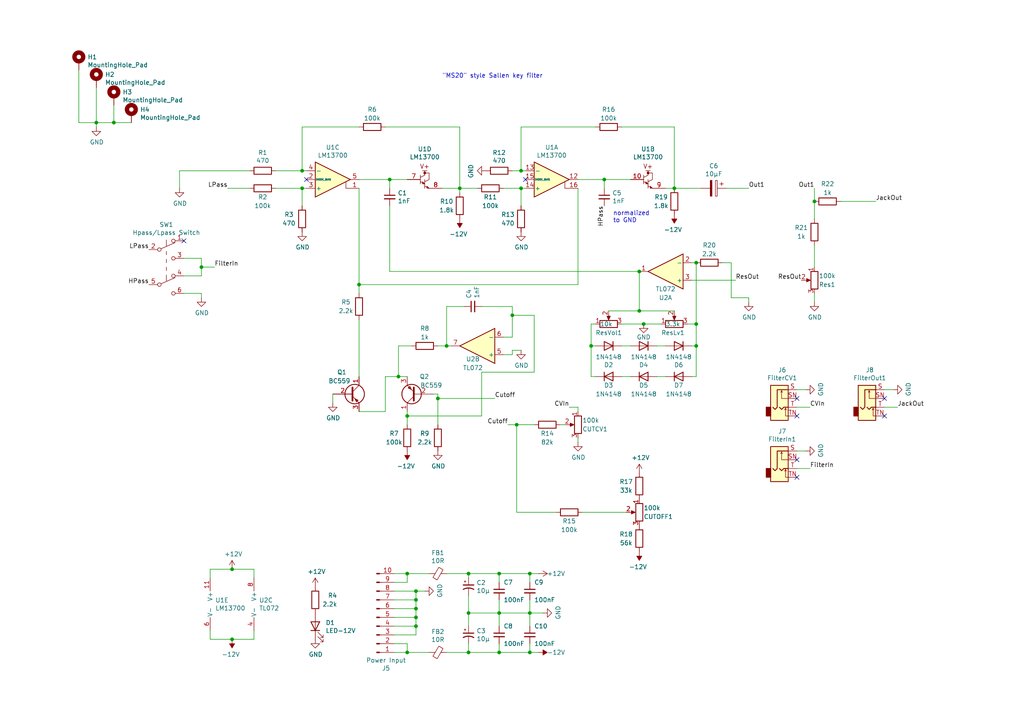
<source format=kicad_sch>
(kicad_sch (version 20211123) (generator eeschema)

  (uuid fea7c5d1-76d6-41a0-b5e3-29889dbb8ce0)

  (paper "A4")

  (lib_symbols
    (symbol "Amplifier_Operational:LM13700" (pin_names (offset 0.127)) (in_bom yes) (on_board yes)
      (property "Reference" "U" (id 0) (at 3.81 5.08 0)
        (effects (font (size 1.27 1.27)))
      )
      (property "Value" "LM13700" (id 1) (at 5.08 -5.08 0)
        (effects (font (size 1.27 1.27)))
      )
      (property "Footprint" "" (id 2) (at -7.62 0.635 0)
        (effects (font (size 1.27 1.27)) hide)
      )
      (property "Datasheet" "http://www.ti.com/lit/ds/symlink/lm13700.pdf" (id 3) (at -7.62 0.635 0)
        (effects (font (size 1.27 1.27)) hide)
      )
      (property "ki_locked" "" (id 4) (at 0 0 0)
        (effects (font (size 1.27 1.27)))
      )
      (property "ki_keywords" "operational transconductance amplifier OTA" (id 5) (at 0 0 0)
        (effects (font (size 1.27 1.27)) hide)
      )
      (property "ki_description" "Dual Operational Transconductance Amplifiers with Linearizing Diodes and Buffers, DIP-16/SOIC-16" (id 6) (at 0 0 0)
        (effects (font (size 1.27 1.27)) hide)
      )
      (property "ki_fp_filters" "SOIC*3.9x9.9mm*P1.27mm* DIP*W7.62mm*" (id 7) (at 0 0 0)
        (effects (font (size 1.27 1.27)) hide)
      )
      (symbol "LM13700_1_1"
        (polyline
          (pts
            (xy 3.81 -0.635)
            (xy 3.81 -2.54)
            (xy 5.08 -2.54)
          )
          (stroke (width 0) (type default) (color 0 0 0 0))
          (fill (type none))
        )
        (polyline
          (pts
            (xy 5.08 0)
            (xy -5.08 -5.08)
            (xy -5.08 5.08)
            (xy 5.08 0)
          )
          (stroke (width 0.254) (type default) (color 0 0 0 0))
          (fill (type background))
        )
        (pin output line (at 7.62 0 180) (length 2.54)
          (name "~" (effects (font (size 1.27 1.27))))
          (number "12" (effects (font (size 1.27 1.27))))
        )
        (pin input line (at -7.62 2.54 0) (length 2.54)
          (name "-" (effects (font (size 1.27 1.27))))
          (number "13" (effects (font (size 1.27 1.27))))
        )
        (pin input line (at -7.62 -2.54 0) (length 2.54)
          (name "+" (effects (font (size 1.27 1.27))))
          (number "14" (effects (font (size 1.27 1.27))))
        )
        (pin input line (at -7.62 0 0) (length 2.54)
          (name "DIODE_BIAS" (effects (font (size 0.508 0.508))))
          (number "15" (effects (font (size 1.27 1.27))))
        )
        (pin input line (at 7.62 -2.54 180) (length 2.54)
          (name "~" (effects (font (size 1.27 1.27))))
          (number "16" (effects (font (size 1.27 1.27))))
        )
      )
      (symbol "LM13700_2_0"
        (polyline
          (pts
            (xy -1.905 2.54)
            (xy -3.175 2.54)
          )
          (stroke (width 0) (type default) (color 0 0 0 0))
          (fill (type none))
        )
      )
      (symbol "LM13700_2_1"
        (circle (center -2.54 1.905) (radius 0.254)
          (stroke (width 0.254) (type default) (color 0 0 0 0))
          (fill (type outline))
        )
        (polyline
          (pts
            (xy -3.81 -0.635)
            (xy -2.54 -1.27)
          )
          (stroke (width 0) (type default) (color 0 0 0 0))
          (fill (type none))
        )
        (polyline
          (pts
            (xy -3.81 1.27)
            (xy -3.81 -1.27)
          )
          (stroke (width 0) (type default) (color 0 0 0 0))
          (fill (type none))
        )
        (polyline
          (pts
            (xy -2.54 -1.905)
            (xy -1.27 -2.54)
          )
          (stroke (width 0) (type default) (color 0 0 0 0))
          (fill (type none))
        )
        (polyline
          (pts
            (xy -2.54 0)
            (xy -2.54 -2.54)
          )
          (stroke (width 0) (type default) (color 0 0 0 0))
          (fill (type none))
        )
        (polyline
          (pts
            (xy -3.81 0.635)
            (xy -2.54 1.27)
            (xy -2.54 1.905)
            (xy -2.54 2.54)
          )
          (stroke (width 0) (type default) (color 0 0 0 0))
          (fill (type none))
        )
        (polyline
          (pts
            (xy -2.54 -1.27)
            (xy -3.175 -0.635)
            (xy -3.175 -1.27)
            (xy -2.54 -1.27)
          )
          (stroke (width 0) (type default) (color 0 0 0 0))
          (fill (type outline))
        )
        (polyline
          (pts
            (xy -2.54 -0.635)
            (xy -1.27 0)
            (xy -1.27 1.905)
            (xy -2.54 1.905)
          )
          (stroke (width 0) (type default) (color 0 0 0 0))
          (fill (type none))
        )
        (polyline
          (pts
            (xy -1.27 -2.54)
            (xy -1.905 -1.905)
            (xy -1.905 -2.54)
            (xy -1.27 -2.54)
          )
          (stroke (width 0) (type default) (color 0 0 0 0))
          (fill (type outline))
        )
        (text "V+" (at -2.54 3.81 0)
          (effects (font (size 1.27 1.27)))
        )
        (pin input line (at -7.62 0 0) (length 3.81)
          (name "~" (effects (font (size 1.27 1.27))))
          (number "10" (effects (font (size 1.27 1.27))))
        )
        (pin output line (at 2.54 -2.54 180) (length 3.81)
          (name "~" (effects (font (size 1.27 1.27))))
          (number "9" (effects (font (size 1.27 1.27))))
        )
      )
      (symbol "LM13700_3_1"
        (polyline
          (pts
            (xy 3.81 -0.635)
            (xy 3.81 -2.54)
            (xy 5.08 -2.54)
          )
          (stroke (width 0) (type default) (color 0 0 0 0))
          (fill (type none))
        )
        (polyline
          (pts
            (xy 5.08 0)
            (xy -5.08 -5.08)
            (xy -5.08 5.08)
            (xy 5.08 0)
          )
          (stroke (width 0.254) (type default) (color 0 0 0 0))
          (fill (type background))
        )
        (pin input line (at 7.62 -2.54 180) (length 2.54)
          (name "~" (effects (font (size 1.27 1.27))))
          (number "1" (effects (font (size 1.27 1.27))))
        )
        (pin input line (at -7.62 0 0) (length 2.54)
          (name "DIODE_BIAS" (effects (font (size 0.508 0.508))))
          (number "2" (effects (font (size 1.27 1.27))))
        )
        (pin input line (at -7.62 -2.54 0) (length 2.54)
          (name "+" (effects (font (size 1.27 1.27))))
          (number "3" (effects (font (size 1.27 1.27))))
        )
        (pin input line (at -7.62 2.54 0) (length 2.54)
          (name "-" (effects (font (size 1.27 1.27))))
          (number "4" (effects (font (size 1.27 1.27))))
        )
        (pin output line (at 7.62 0 180) (length 2.54)
          (name "~" (effects (font (size 1.27 1.27))))
          (number "5" (effects (font (size 1.27 1.27))))
        )
      )
      (symbol "LM13700_4_0"
        (polyline
          (pts
            (xy -3.175 2.54)
            (xy -1.905 2.54)
          )
          (stroke (width 0) (type default) (color 0 0 0 0))
          (fill (type none))
        )
        (text "V+" (at -2.54 3.81 0)
          (effects (font (size 1.27 1.27)))
        )
      )
      (symbol "LM13700_4_1"
        (circle (center -2.54 1.905) (radius 0.254)
          (stroke (width 0.254) (type default) (color 0 0 0 0))
          (fill (type outline))
        )
        (polyline
          (pts
            (xy -3.81 -0.635)
            (xy -2.54 -1.27)
          )
          (stroke (width 0) (type default) (color 0 0 0 0))
          (fill (type none))
        )
        (polyline
          (pts
            (xy -3.81 1.27)
            (xy -3.81 -1.27)
          )
          (stroke (width 0) (type default) (color 0 0 0 0))
          (fill (type none))
        )
        (polyline
          (pts
            (xy -2.54 -1.905)
            (xy -1.27 -2.54)
          )
          (stroke (width 0) (type default) (color 0 0 0 0))
          (fill (type none))
        )
        (polyline
          (pts
            (xy -2.54 0)
            (xy -2.54 -2.54)
          )
          (stroke (width 0) (type default) (color 0 0 0 0))
          (fill (type none))
        )
        (polyline
          (pts
            (xy -3.81 0.635)
            (xy -2.54 1.27)
            (xy -2.54 2.54)
          )
          (stroke (width 0) (type default) (color 0 0 0 0))
          (fill (type none))
        )
        (polyline
          (pts
            (xy -2.54 -1.27)
            (xy -3.175 -0.635)
            (xy -3.175 -1.27)
            (xy -2.54 -1.27)
          )
          (stroke (width 0) (type default) (color 0 0 0 0))
          (fill (type outline))
        )
        (polyline
          (pts
            (xy -2.54 -0.635)
            (xy -1.27 0)
            (xy -1.27 1.905)
            (xy -2.54 1.905)
          )
          (stroke (width 0) (type default) (color 0 0 0 0))
          (fill (type none))
        )
        (polyline
          (pts
            (xy -1.27 -2.54)
            (xy -1.905 -1.905)
            (xy -1.905 -2.54)
            (xy -1.27 -2.54)
          )
          (stroke (width 0) (type default) (color 0 0 0 0))
          (fill (type outline))
        )
        (pin input line (at -7.62 0 0) (length 3.81)
          (name "~" (effects (font (size 1.27 1.27))))
          (number "7" (effects (font (size 1.27 1.27))))
        )
        (pin output line (at 2.54 -2.54 180) (length 3.81)
          (name "~" (effects (font (size 1.27 1.27))))
          (number "8" (effects (font (size 1.27 1.27))))
        )
      )
      (symbol "LM13700_5_1"
        (pin power_in line (at -2.54 7.62 270) (length 3.81)
          (name "V+" (effects (font (size 1.27 1.27))))
          (number "11" (effects (font (size 1.27 1.27))))
        )
        (pin power_in line (at -2.54 -7.62 90) (length 3.81)
          (name "V-" (effects (font (size 1.27 1.27))))
          (number "6" (effects (font (size 1.27 1.27))))
        )
      )
    )
    (symbol "Amplifier_Operational:TL072" (pin_names (offset 0.127)) (in_bom yes) (on_board yes)
      (property "Reference" "U" (id 0) (at 0 5.08 0)
        (effects (font (size 1.27 1.27)) (justify left))
      )
      (property "Value" "TL072" (id 1) (at 0 -5.08 0)
        (effects (font (size 1.27 1.27)) (justify left))
      )
      (property "Footprint" "" (id 2) (at 0 0 0)
        (effects (font (size 1.27 1.27)) hide)
      )
      (property "Datasheet" "http://www.ti.com/lit/ds/symlink/tl071.pdf" (id 3) (at 0 0 0)
        (effects (font (size 1.27 1.27)) hide)
      )
      (property "ki_locked" "" (id 4) (at 0 0 0)
        (effects (font (size 1.27 1.27)))
      )
      (property "ki_keywords" "dual opamp" (id 5) (at 0 0 0)
        (effects (font (size 1.27 1.27)) hide)
      )
      (property "ki_description" "Dual Low-Noise JFET-Input Operational Amplifiers, DIP-8/SOIC-8" (id 6) (at 0 0 0)
        (effects (font (size 1.27 1.27)) hide)
      )
      (property "ki_fp_filters" "SOIC*3.9x4.9mm*P1.27mm* DIP*W7.62mm* TO*99* OnSemi*Micro8* TSSOP*3x3mm*P0.65mm* TSSOP*4.4x3mm*P0.65mm* MSOP*3x3mm*P0.65mm* SSOP*3.9x4.9mm*P0.635mm* LFCSP*2x2mm*P0.5mm* *SIP* SOIC*5.3x6.2mm*P1.27mm*" (id 7) (at 0 0 0)
        (effects (font (size 1.27 1.27)) hide)
      )
      (symbol "TL072_1_1"
        (polyline
          (pts
            (xy -5.08 5.08)
            (xy 5.08 0)
            (xy -5.08 -5.08)
            (xy -5.08 5.08)
          )
          (stroke (width 0.254) (type default) (color 0 0 0 0))
          (fill (type background))
        )
        (pin output line (at 7.62 0 180) (length 2.54)
          (name "~" (effects (font (size 1.27 1.27))))
          (number "1" (effects (font (size 1.27 1.27))))
        )
        (pin input line (at -7.62 -2.54 0) (length 2.54)
          (name "-" (effects (font (size 1.27 1.27))))
          (number "2" (effects (font (size 1.27 1.27))))
        )
        (pin input line (at -7.62 2.54 0) (length 2.54)
          (name "+" (effects (font (size 1.27 1.27))))
          (number "3" (effects (font (size 1.27 1.27))))
        )
      )
      (symbol "TL072_2_1"
        (polyline
          (pts
            (xy -5.08 5.08)
            (xy 5.08 0)
            (xy -5.08 -5.08)
            (xy -5.08 5.08)
          )
          (stroke (width 0.254) (type default) (color 0 0 0 0))
          (fill (type background))
        )
        (pin input line (at -7.62 2.54 0) (length 2.54)
          (name "+" (effects (font (size 1.27 1.27))))
          (number "5" (effects (font (size 1.27 1.27))))
        )
        (pin input line (at -7.62 -2.54 0) (length 2.54)
          (name "-" (effects (font (size 1.27 1.27))))
          (number "6" (effects (font (size 1.27 1.27))))
        )
        (pin output line (at 7.62 0 180) (length 2.54)
          (name "~" (effects (font (size 1.27 1.27))))
          (number "7" (effects (font (size 1.27 1.27))))
        )
      )
      (symbol "TL072_3_1"
        (pin power_in line (at -2.54 -7.62 90) (length 3.81)
          (name "V-" (effects (font (size 1.27 1.27))))
          (number "4" (effects (font (size 1.27 1.27))))
        )
        (pin power_in line (at -2.54 7.62 270) (length 3.81)
          (name "V+" (effects (font (size 1.27 1.27))))
          (number "8" (effects (font (size 1.27 1.27))))
        )
      )
    )
    (symbol "Connector:AudioJack2_Switch" (in_bom yes) (on_board yes)
      (property "Reference" "J" (id 0) (at 0 11.43 0)
        (effects (font (size 1.27 1.27)))
      )
      (property "Value" "AudioJack2_Switch" (id 1) (at 0 8.89 0)
        (effects (font (size 1.27 1.27)))
      )
      (property "Footprint" "" (id 2) (at 0 5.08 0)
        (effects (font (size 1.27 1.27)) hide)
      )
      (property "Datasheet" "~" (id 3) (at 0 5.08 0)
        (effects (font (size 1.27 1.27)) hide)
      )
      (property "ki_keywords" "audio jack receptacle mono headphones phone TS connector" (id 4) (at 0 0 0)
        (effects (font (size 1.27 1.27)) hide)
      )
      (property "ki_description" "Audio Jack, 2 Poles (Mono / TS), Switched Pole (Normalling)" (id 5) (at 0 0 0)
        (effects (font (size 1.27 1.27)) hide)
      )
      (property "ki_fp_filters" "Jack*" (id 6) (at 0 0 0)
        (effects (font (size 1.27 1.27)) hide)
      )
      (symbol "AudioJack2_Switch_0_1"
        (rectangle (start -2.54 0) (end -3.81 -2.54)
          (stroke (width 0.254) (type default) (color 0 0 0 0))
          (fill (type outline))
        )
        (rectangle (start 2.54 6.35) (end -2.54 -3.81)
          (stroke (width 0.254) (type default) (color 0 0 0 0))
          (fill (type background))
        )
      )
      (symbol "AudioJack2_Switch_1_1"
        (polyline
          (pts
            (xy 0.635 4.826)
            (xy 0.889 4.318)
          )
          (stroke (width 0) (type default) (color 0 0 0 0))
          (fill (type none))
        )
        (polyline
          (pts
            (xy 1.778 -0.254)
            (xy 2.032 -0.762)
          )
          (stroke (width 0) (type default) (color 0 0 0 0))
          (fill (type none))
        )
        (polyline
          (pts
            (xy 0 0)
            (xy 0.635 -0.635)
            (xy 1.27 0)
            (xy 2.54 0)
          )
          (stroke (width 0.254) (type default) (color 0 0 0 0))
          (fill (type none))
        )
        (polyline
          (pts
            (xy 2.54 -2.54)
            (xy 1.778 -2.54)
            (xy 1.778 -0.254)
            (xy 1.524 -0.762)
          )
          (stroke (width 0) (type default) (color 0 0 0 0))
          (fill (type none))
        )
        (polyline
          (pts
            (xy 2.54 2.54)
            (xy 0.635 2.54)
            (xy 0.635 4.826)
            (xy 0.381 4.318)
          )
          (stroke (width 0) (type default) (color 0 0 0 0))
          (fill (type none))
        )
        (polyline
          (pts
            (xy 2.54 5.08)
            (xy -0.635 5.08)
            (xy -0.635 0)
            (xy -1.27 -0.635)
            (xy -1.905 0)
          )
          (stroke (width 0.254) (type default) (color 0 0 0 0))
          (fill (type none))
        )
        (pin passive line (at 5.08 5.08 180) (length 2.54)
          (name "~" (effects (font (size 1.27 1.27))))
          (number "S" (effects (font (size 1.27 1.27))))
        )
        (pin passive line (at 5.08 2.54 180) (length 2.54)
          (name "~" (effects (font (size 1.27 1.27))))
          (number "SN" (effects (font (size 1.27 1.27))))
        )
        (pin passive line (at 5.08 0 180) (length 2.54)
          (name "~" (effects (font (size 1.27 1.27))))
          (number "T" (effects (font (size 1.27 1.27))))
        )
        (pin passive line (at 5.08 -2.54 180) (length 2.54)
          (name "~" (effects (font (size 1.27 1.27))))
          (number "TN" (effects (font (size 1.27 1.27))))
        )
      )
    )
    (symbol "Connector:Conn_01x10_Male" (pin_names (offset 1.016) hide) (in_bom yes) (on_board yes)
      (property "Reference" "J" (id 0) (at 0 12.7 0)
        (effects (font (size 1.27 1.27)))
      )
      (property "Value" "Conn_01x10_Male" (id 1) (at 0 -15.24 0)
        (effects (font (size 1.27 1.27)))
      )
      (property "Footprint" "" (id 2) (at 0 0 0)
        (effects (font (size 1.27 1.27)) hide)
      )
      (property "Datasheet" "~" (id 3) (at 0 0 0)
        (effects (font (size 1.27 1.27)) hide)
      )
      (property "ki_keywords" "connector" (id 4) (at 0 0 0)
        (effects (font (size 1.27 1.27)) hide)
      )
      (property "ki_description" "Generic connector, single row, 01x10, script generated (kicad-library-utils/schlib/autogen/connector/)" (id 5) (at 0 0 0)
        (effects (font (size 1.27 1.27)) hide)
      )
      (property "ki_fp_filters" "Connector*:*_1x??_*" (id 6) (at 0 0 0)
        (effects (font (size 1.27 1.27)) hide)
      )
      (symbol "Conn_01x10_Male_1_1"
        (polyline
          (pts
            (xy 1.27 -12.7)
            (xy 0.8636 -12.7)
          )
          (stroke (width 0.1524) (type default) (color 0 0 0 0))
          (fill (type none))
        )
        (polyline
          (pts
            (xy 1.27 -10.16)
            (xy 0.8636 -10.16)
          )
          (stroke (width 0.1524) (type default) (color 0 0 0 0))
          (fill (type none))
        )
        (polyline
          (pts
            (xy 1.27 -7.62)
            (xy 0.8636 -7.62)
          )
          (stroke (width 0.1524) (type default) (color 0 0 0 0))
          (fill (type none))
        )
        (polyline
          (pts
            (xy 1.27 -5.08)
            (xy 0.8636 -5.08)
          )
          (stroke (width 0.1524) (type default) (color 0 0 0 0))
          (fill (type none))
        )
        (polyline
          (pts
            (xy 1.27 -2.54)
            (xy 0.8636 -2.54)
          )
          (stroke (width 0.1524) (type default) (color 0 0 0 0))
          (fill (type none))
        )
        (polyline
          (pts
            (xy 1.27 0)
            (xy 0.8636 0)
          )
          (stroke (width 0.1524) (type default) (color 0 0 0 0))
          (fill (type none))
        )
        (polyline
          (pts
            (xy 1.27 2.54)
            (xy 0.8636 2.54)
          )
          (stroke (width 0.1524) (type default) (color 0 0 0 0))
          (fill (type none))
        )
        (polyline
          (pts
            (xy 1.27 5.08)
            (xy 0.8636 5.08)
          )
          (stroke (width 0.1524) (type default) (color 0 0 0 0))
          (fill (type none))
        )
        (polyline
          (pts
            (xy 1.27 7.62)
            (xy 0.8636 7.62)
          )
          (stroke (width 0.1524) (type default) (color 0 0 0 0))
          (fill (type none))
        )
        (polyline
          (pts
            (xy 1.27 10.16)
            (xy 0.8636 10.16)
          )
          (stroke (width 0.1524) (type default) (color 0 0 0 0))
          (fill (type none))
        )
        (rectangle (start 0.8636 -12.573) (end 0 -12.827)
          (stroke (width 0.1524) (type default) (color 0 0 0 0))
          (fill (type outline))
        )
        (rectangle (start 0.8636 -10.033) (end 0 -10.287)
          (stroke (width 0.1524) (type default) (color 0 0 0 0))
          (fill (type outline))
        )
        (rectangle (start 0.8636 -7.493) (end 0 -7.747)
          (stroke (width 0.1524) (type default) (color 0 0 0 0))
          (fill (type outline))
        )
        (rectangle (start 0.8636 -4.953) (end 0 -5.207)
          (stroke (width 0.1524) (type default) (color 0 0 0 0))
          (fill (type outline))
        )
        (rectangle (start 0.8636 -2.413) (end 0 -2.667)
          (stroke (width 0.1524) (type default) (color 0 0 0 0))
          (fill (type outline))
        )
        (rectangle (start 0.8636 0.127) (end 0 -0.127)
          (stroke (width 0.1524) (type default) (color 0 0 0 0))
          (fill (type outline))
        )
        (rectangle (start 0.8636 2.667) (end 0 2.413)
          (stroke (width 0.1524) (type default) (color 0 0 0 0))
          (fill (type outline))
        )
        (rectangle (start 0.8636 5.207) (end 0 4.953)
          (stroke (width 0.1524) (type default) (color 0 0 0 0))
          (fill (type outline))
        )
        (rectangle (start 0.8636 7.747) (end 0 7.493)
          (stroke (width 0.1524) (type default) (color 0 0 0 0))
          (fill (type outline))
        )
        (rectangle (start 0.8636 10.287) (end 0 10.033)
          (stroke (width 0.1524) (type default) (color 0 0 0 0))
          (fill (type outline))
        )
        (pin passive line (at 5.08 10.16 180) (length 3.81)
          (name "Pin_1" (effects (font (size 1.27 1.27))))
          (number "1" (effects (font (size 1.27 1.27))))
        )
        (pin passive line (at 5.08 -12.7 180) (length 3.81)
          (name "Pin_10" (effects (font (size 1.27 1.27))))
          (number "10" (effects (font (size 1.27 1.27))))
        )
        (pin passive line (at 5.08 7.62 180) (length 3.81)
          (name "Pin_2" (effects (font (size 1.27 1.27))))
          (number "2" (effects (font (size 1.27 1.27))))
        )
        (pin passive line (at 5.08 5.08 180) (length 3.81)
          (name "Pin_3" (effects (font (size 1.27 1.27))))
          (number "3" (effects (font (size 1.27 1.27))))
        )
        (pin passive line (at 5.08 2.54 180) (length 3.81)
          (name "Pin_4" (effects (font (size 1.27 1.27))))
          (number "4" (effects (font (size 1.27 1.27))))
        )
        (pin passive line (at 5.08 0 180) (length 3.81)
          (name "Pin_5" (effects (font (size 1.27 1.27))))
          (number "5" (effects (font (size 1.27 1.27))))
        )
        (pin passive line (at 5.08 -2.54 180) (length 3.81)
          (name "Pin_6" (effects (font (size 1.27 1.27))))
          (number "6" (effects (font (size 1.27 1.27))))
        )
        (pin passive line (at 5.08 -5.08 180) (length 3.81)
          (name "Pin_7" (effects (font (size 1.27 1.27))))
          (number "7" (effects (font (size 1.27 1.27))))
        )
        (pin passive line (at 5.08 -7.62 180) (length 3.81)
          (name "Pin_8" (effects (font (size 1.27 1.27))))
          (number "8" (effects (font (size 1.27 1.27))))
        )
        (pin passive line (at 5.08 -10.16 180) (length 3.81)
          (name "Pin_9" (effects (font (size 1.27 1.27))))
          (number "9" (effects (font (size 1.27 1.27))))
        )
      )
    )
    (symbol "Device:CP" (pin_numbers hide) (pin_names (offset 0.254)) (in_bom yes) (on_board yes)
      (property "Reference" "C" (id 0) (at 0.635 2.54 0)
        (effects (font (size 1.27 1.27)) (justify left))
      )
      (property "Value" "Device_CP" (id 1) (at 0.635 -2.54 0)
        (effects (font (size 1.27 1.27)) (justify left))
      )
      (property "Footprint" "" (id 2) (at 0.9652 -3.81 0)
        (effects (font (size 1.27 1.27)) hide)
      )
      (property "Datasheet" "" (id 3) (at 0 0 0)
        (effects (font (size 1.27 1.27)) hide)
      )
      (property "ki_fp_filters" "CP_*" (id 4) (at 0 0 0)
        (effects (font (size 1.27 1.27)) hide)
      )
      (symbol "CP_0_1"
        (rectangle (start -2.286 0.508) (end 2.286 1.016)
          (stroke (width 0) (type default) (color 0 0 0 0))
          (fill (type none))
        )
        (polyline
          (pts
            (xy -1.778 2.286)
            (xy -0.762 2.286)
          )
          (stroke (width 0) (type default) (color 0 0 0 0))
          (fill (type none))
        )
        (polyline
          (pts
            (xy -1.27 2.794)
            (xy -1.27 1.778)
          )
          (stroke (width 0) (type default) (color 0 0 0 0))
          (fill (type none))
        )
        (rectangle (start 2.286 -0.508) (end -2.286 -1.016)
          (stroke (width 0) (type default) (color 0 0 0 0))
          (fill (type outline))
        )
      )
      (symbol "CP_1_1"
        (pin passive line (at 0 3.81 270) (length 2.794)
          (name "~" (effects (font (size 1.27 1.27))))
          (number "1" (effects (font (size 1.27 1.27))))
        )
        (pin passive line (at 0 -3.81 90) (length 2.794)
          (name "~" (effects (font (size 1.27 1.27))))
          (number "2" (effects (font (size 1.27 1.27))))
        )
      )
    )
    (symbol "Device:CP1_Small" (pin_numbers hide) (pin_names (offset 0.254) hide) (in_bom yes) (on_board yes)
      (property "Reference" "C" (id 0) (at 0.254 1.778 0)
        (effects (font (size 1.27 1.27)) (justify left))
      )
      (property "Value" "Device_CP1_Small" (id 1) (at 0.254 -2.032 0)
        (effects (font (size 1.27 1.27)) (justify left))
      )
      (property "Footprint" "" (id 2) (at 0 0 0)
        (effects (font (size 1.27 1.27)) hide)
      )
      (property "Datasheet" "" (id 3) (at 0 0 0)
        (effects (font (size 1.27 1.27)) hide)
      )
      (property "ki_fp_filters" "CP_*" (id 4) (at 0 0 0)
        (effects (font (size 1.27 1.27)) hide)
      )
      (symbol "CP1_Small_0_1"
        (polyline
          (pts
            (xy -1.524 0.508)
            (xy 1.524 0.508)
          )
          (stroke (width 0.3048) (type default) (color 0 0 0 0))
          (fill (type none))
        )
        (polyline
          (pts
            (xy -1.27 1.524)
            (xy -0.762 1.524)
          )
          (stroke (width 0) (type default) (color 0 0 0 0))
          (fill (type none))
        )
        (polyline
          (pts
            (xy -1.016 1.27)
            (xy -1.016 1.778)
          )
          (stroke (width 0) (type default) (color 0 0 0 0))
          (fill (type none))
        )
        (arc (start 1.524 -0.762) (mid 0 -0.3734) (end -1.524 -0.762)
          (stroke (width 0.3048) (type default) (color 0 0 0 0))
          (fill (type none))
        )
      )
      (symbol "CP1_Small_1_1"
        (pin passive line (at 0 2.54 270) (length 2.032)
          (name "~" (effects (font (size 1.27 1.27))))
          (number "1" (effects (font (size 1.27 1.27))))
        )
        (pin passive line (at 0 -2.54 90) (length 2.032)
          (name "~" (effects (font (size 1.27 1.27))))
          (number "2" (effects (font (size 1.27 1.27))))
        )
      )
    )
    (symbol "Device:C_Small" (pin_numbers hide) (pin_names (offset 0.254) hide) (in_bom yes) (on_board yes)
      (property "Reference" "C" (id 0) (at 0.254 1.778 0)
        (effects (font (size 1.27 1.27)) (justify left))
      )
      (property "Value" "C_Small" (id 1) (at 0.254 -2.032 0)
        (effects (font (size 1.27 1.27)) (justify left))
      )
      (property "Footprint" "" (id 2) (at 0 0 0)
        (effects (font (size 1.27 1.27)) hide)
      )
      (property "Datasheet" "~" (id 3) (at 0 0 0)
        (effects (font (size 1.27 1.27)) hide)
      )
      (property "ki_keywords" "capacitor cap" (id 4) (at 0 0 0)
        (effects (font (size 1.27 1.27)) hide)
      )
      (property "ki_description" "Unpolarized capacitor, small symbol" (id 5) (at 0 0 0)
        (effects (font (size 1.27 1.27)) hide)
      )
      (property "ki_fp_filters" "C_*" (id 6) (at 0 0 0)
        (effects (font (size 1.27 1.27)) hide)
      )
      (symbol "C_Small_0_1"
        (polyline
          (pts
            (xy -1.524 -0.508)
            (xy 1.524 -0.508)
          )
          (stroke (width 0.3302) (type default) (color 0 0 0 0))
          (fill (type none))
        )
        (polyline
          (pts
            (xy -1.524 0.508)
            (xy 1.524 0.508)
          )
          (stroke (width 0.3048) (type default) (color 0 0 0 0))
          (fill (type none))
        )
      )
      (symbol "C_Small_1_1"
        (pin passive line (at 0 2.54 270) (length 2.032)
          (name "~" (effects (font (size 1.27 1.27))))
          (number "1" (effects (font (size 1.27 1.27))))
        )
        (pin passive line (at 0 -2.54 90) (length 2.032)
          (name "~" (effects (font (size 1.27 1.27))))
          (number "2" (effects (font (size 1.27 1.27))))
        )
      )
    )
    (symbol "Device:D" (pin_numbers hide) (pin_names (offset 1.016) hide) (in_bom yes) (on_board yes)
      (property "Reference" "D" (id 0) (at 0 2.54 0)
        (effects (font (size 1.27 1.27)))
      )
      (property "Value" "D" (id 1) (at 0 -2.54 0)
        (effects (font (size 1.27 1.27)))
      )
      (property "Footprint" "" (id 2) (at 0 0 0)
        (effects (font (size 1.27 1.27)) hide)
      )
      (property "Datasheet" "~" (id 3) (at 0 0 0)
        (effects (font (size 1.27 1.27)) hide)
      )
      (property "ki_keywords" "diode" (id 4) (at 0 0 0)
        (effects (font (size 1.27 1.27)) hide)
      )
      (property "ki_description" "Diode" (id 5) (at 0 0 0)
        (effects (font (size 1.27 1.27)) hide)
      )
      (property "ki_fp_filters" "TO-???* *_Diode_* *SingleDiode* D_*" (id 6) (at 0 0 0)
        (effects (font (size 1.27 1.27)) hide)
      )
      (symbol "D_0_1"
        (polyline
          (pts
            (xy -1.27 1.27)
            (xy -1.27 -1.27)
          )
          (stroke (width 0.254) (type default) (color 0 0 0 0))
          (fill (type none))
        )
        (polyline
          (pts
            (xy 1.27 0)
            (xy -1.27 0)
          )
          (stroke (width 0) (type default) (color 0 0 0 0))
          (fill (type none))
        )
        (polyline
          (pts
            (xy 1.27 1.27)
            (xy 1.27 -1.27)
            (xy -1.27 0)
            (xy 1.27 1.27)
          )
          (stroke (width 0.254) (type default) (color 0 0 0 0))
          (fill (type none))
        )
      )
      (symbol "D_1_1"
        (pin passive line (at -3.81 0 0) (length 2.54)
          (name "K" (effects (font (size 1.27 1.27))))
          (number "1" (effects (font (size 1.27 1.27))))
        )
        (pin passive line (at 3.81 0 180) (length 2.54)
          (name "A" (effects (font (size 1.27 1.27))))
          (number "2" (effects (font (size 1.27 1.27))))
        )
      )
    )
    (symbol "Device:Ferrite_Bead_Small" (pin_numbers hide) (pin_names (offset 0)) (in_bom yes) (on_board yes)
      (property "Reference" "FB" (id 0) (at 1.905 1.27 0)
        (effects (font (size 1.27 1.27)) (justify left))
      )
      (property "Value" "Device_Ferrite_Bead_Small" (id 1) (at 1.905 -1.27 0)
        (effects (font (size 1.27 1.27)) (justify left))
      )
      (property "Footprint" "" (id 2) (at -1.778 0 90)
        (effects (font (size 1.27 1.27)) hide)
      )
      (property "Datasheet" "" (id 3) (at 0 0 0)
        (effects (font (size 1.27 1.27)) hide)
      )
      (property "ki_fp_filters" "Inductor_* L_* *Ferrite*" (id 4) (at 0 0 0)
        (effects (font (size 1.27 1.27)) hide)
      )
      (symbol "Ferrite_Bead_Small_0_1"
        (polyline
          (pts
            (xy 0 -1.27)
            (xy 0 -0.7874)
          )
          (stroke (width 0) (type default) (color 0 0 0 0))
          (fill (type none))
        )
        (polyline
          (pts
            (xy 0 0.889)
            (xy 0 1.2954)
          )
          (stroke (width 0) (type default) (color 0 0 0 0))
          (fill (type none))
        )
        (polyline
          (pts
            (xy -1.8288 0.2794)
            (xy -1.1176 1.4986)
            (xy 1.8288 -0.2032)
            (xy 1.1176 -1.4224)
            (xy -1.8288 0.2794)
          )
          (stroke (width 0) (type default) (color 0 0 0 0))
          (fill (type none))
        )
      )
      (symbol "Ferrite_Bead_Small_1_1"
        (pin passive line (at 0 2.54 270) (length 1.27)
          (name "~" (effects (font (size 1.27 1.27))))
          (number "1" (effects (font (size 1.27 1.27))))
        )
        (pin passive line (at 0 -2.54 90) (length 1.27)
          (name "~" (effects (font (size 1.27 1.27))))
          (number "2" (effects (font (size 1.27 1.27))))
        )
      )
    )
    (symbol "Device:LED" (pin_numbers hide) (pin_names (offset 1.016) hide) (in_bom yes) (on_board yes)
      (property "Reference" "D" (id 0) (at 0 2.54 0)
        (effects (font (size 1.27 1.27)))
      )
      (property "Value" "LED" (id 1) (at 0 -2.54 0)
        (effects (font (size 1.27 1.27)))
      )
      (property "Footprint" "" (id 2) (at 0 0 0)
        (effects (font (size 1.27 1.27)) hide)
      )
      (property "Datasheet" "~" (id 3) (at 0 0 0)
        (effects (font (size 1.27 1.27)) hide)
      )
      (property "ki_keywords" "LED diode" (id 4) (at 0 0 0)
        (effects (font (size 1.27 1.27)) hide)
      )
      (property "ki_description" "Light emitting diode" (id 5) (at 0 0 0)
        (effects (font (size 1.27 1.27)) hide)
      )
      (property "ki_fp_filters" "LED* LED_SMD:* LED_THT:*" (id 6) (at 0 0 0)
        (effects (font (size 1.27 1.27)) hide)
      )
      (symbol "LED_0_1"
        (polyline
          (pts
            (xy -1.27 -1.27)
            (xy -1.27 1.27)
          )
          (stroke (width 0.254) (type default) (color 0 0 0 0))
          (fill (type none))
        )
        (polyline
          (pts
            (xy -1.27 0)
            (xy 1.27 0)
          )
          (stroke (width 0) (type default) (color 0 0 0 0))
          (fill (type none))
        )
        (polyline
          (pts
            (xy 1.27 -1.27)
            (xy 1.27 1.27)
            (xy -1.27 0)
            (xy 1.27 -1.27)
          )
          (stroke (width 0.254) (type default) (color 0 0 0 0))
          (fill (type none))
        )
        (polyline
          (pts
            (xy -3.048 -0.762)
            (xy -4.572 -2.286)
            (xy -3.81 -2.286)
            (xy -4.572 -2.286)
            (xy -4.572 -1.524)
          )
          (stroke (width 0) (type default) (color 0 0 0 0))
          (fill (type none))
        )
        (polyline
          (pts
            (xy -1.778 -0.762)
            (xy -3.302 -2.286)
            (xy -2.54 -2.286)
            (xy -3.302 -2.286)
            (xy -3.302 -1.524)
          )
          (stroke (width 0) (type default) (color 0 0 0 0))
          (fill (type none))
        )
      )
      (symbol "LED_1_1"
        (pin passive line (at -3.81 0 0) (length 2.54)
          (name "K" (effects (font (size 1.27 1.27))))
          (number "1" (effects (font (size 1.27 1.27))))
        )
        (pin passive line (at 3.81 0 180) (length 2.54)
          (name "A" (effects (font (size 1.27 1.27))))
          (number "2" (effects (font (size 1.27 1.27))))
        )
      )
    )
    (symbol "Device:R" (pin_numbers hide) (pin_names (offset 0)) (in_bom yes) (on_board yes)
      (property "Reference" "R" (id 0) (at 2.032 0 90)
        (effects (font (size 1.27 1.27)))
      )
      (property "Value" "R" (id 1) (at 0 0 90)
        (effects (font (size 1.27 1.27)))
      )
      (property "Footprint" "" (id 2) (at -1.778 0 90)
        (effects (font (size 1.27 1.27)) hide)
      )
      (property "Datasheet" "~" (id 3) (at 0 0 0)
        (effects (font (size 1.27 1.27)) hide)
      )
      (property "ki_keywords" "R res resistor" (id 4) (at 0 0 0)
        (effects (font (size 1.27 1.27)) hide)
      )
      (property "ki_description" "Resistor" (id 5) (at 0 0 0)
        (effects (font (size 1.27 1.27)) hide)
      )
      (property "ki_fp_filters" "R_*" (id 6) (at 0 0 0)
        (effects (font (size 1.27 1.27)) hide)
      )
      (symbol "R_0_1"
        (rectangle (start -1.016 -2.54) (end 1.016 2.54)
          (stroke (width 0.254) (type default) (color 0 0 0 0))
          (fill (type none))
        )
      )
      (symbol "R_1_1"
        (pin passive line (at 0 3.81 270) (length 1.27)
          (name "~" (effects (font (size 1.27 1.27))))
          (number "1" (effects (font (size 1.27 1.27))))
        )
        (pin passive line (at 0 -3.81 90) (length 1.27)
          (name "~" (effects (font (size 1.27 1.27))))
          (number "2" (effects (font (size 1.27 1.27))))
        )
      )
    )
    (symbol "Device:R_POT" (pin_names (offset 1.016) hide) (in_bom yes) (on_board yes)
      (property "Reference" "RV" (id 0) (at -4.445 0 90)
        (effects (font (size 1.27 1.27)))
      )
      (property "Value" "Device_R_POT" (id 1) (at -2.54 0 90)
        (effects (font (size 1.27 1.27)))
      )
      (property "Footprint" "" (id 2) (at 0 0 0)
        (effects (font (size 1.27 1.27)) hide)
      )
      (property "Datasheet" "" (id 3) (at 0 0 0)
        (effects (font (size 1.27 1.27)) hide)
      )
      (property "ki_fp_filters" "Potentiometer*" (id 4) (at 0 0 0)
        (effects (font (size 1.27 1.27)) hide)
      )
      (symbol "R_POT_0_1"
        (polyline
          (pts
            (xy 2.54 0)
            (xy 1.524 0)
          )
          (stroke (width 0) (type default) (color 0 0 0 0))
          (fill (type none))
        )
        (polyline
          (pts
            (xy 1.143 0)
            (xy 2.286 0.508)
            (xy 2.286 -0.508)
            (xy 1.143 0)
          )
          (stroke (width 0) (type default) (color 0 0 0 0))
          (fill (type outline))
        )
        (rectangle (start 1.016 2.54) (end -1.016 -2.54)
          (stroke (width 0.254) (type default) (color 0 0 0 0))
          (fill (type none))
        )
      )
      (symbol "R_POT_1_1"
        (pin passive line (at 0 3.81 270) (length 1.27)
          (name "1" (effects (font (size 1.27 1.27))))
          (number "1" (effects (font (size 1.27 1.27))))
        )
        (pin passive line (at 3.81 0 180) (length 1.27)
          (name "2" (effects (font (size 1.27 1.27))))
          (number "2" (effects (font (size 1.27 1.27))))
        )
        (pin passive line (at 0 -3.81 90) (length 1.27)
          (name "3" (effects (font (size 1.27 1.27))))
          (number "3" (effects (font (size 1.27 1.27))))
        )
      )
    )
    (symbol "Mechanical:MountingHole_Pad" (pin_numbers hide) (pin_names (offset 1.016) hide) (in_bom yes) (on_board yes)
      (property "Reference" "H" (id 0) (at 0 6.35 0)
        (effects (font (size 1.27 1.27)))
      )
      (property "Value" "MountingHole_Pad" (id 1) (at 0 4.445 0)
        (effects (font (size 1.27 1.27)))
      )
      (property "Footprint" "" (id 2) (at 0 0 0)
        (effects (font (size 1.27 1.27)) hide)
      )
      (property "Datasheet" "~" (id 3) (at 0 0 0)
        (effects (font (size 1.27 1.27)) hide)
      )
      (property "ki_keywords" "mounting hole" (id 4) (at 0 0 0)
        (effects (font (size 1.27 1.27)) hide)
      )
      (property "ki_description" "Mounting Hole with connection" (id 5) (at 0 0 0)
        (effects (font (size 1.27 1.27)) hide)
      )
      (property "ki_fp_filters" "MountingHole*Pad*" (id 6) (at 0 0 0)
        (effects (font (size 1.27 1.27)) hide)
      )
      (symbol "MountingHole_Pad_0_1"
        (circle (center 0 1.27) (radius 1.27)
          (stroke (width 1.27) (type default) (color 0 0 0 0))
          (fill (type none))
        )
      )
      (symbol "MountingHole_Pad_1_1"
        (pin input line (at 0 -2.54 90) (length 2.54)
          (name "1" (effects (font (size 1.27 1.27))))
          (number "1" (effects (font (size 1.27 1.27))))
        )
      )
    )
    (symbol "Switch:SW_Push_DPDT" (pin_names (offset 0) hide) (in_bom yes) (on_board yes)
      (property "Reference" "SW" (id 0) (at 0 8.89 0)
        (effects (font (size 1.27 1.27)))
      )
      (property "Value" "SW_Push_DPDT" (id 1) (at 0 -10.16 0)
        (effects (font (size 1.27 1.27)))
      )
      (property "Footprint" "" (id 2) (at 0 5.08 0)
        (effects (font (size 1.27 1.27)) hide)
      )
      (property "Datasheet" "~" (id 3) (at 0 5.08 0)
        (effects (font (size 1.27 1.27)) hide)
      )
      (property "ki_keywords" "switch dual-pole double-throw spdt ON-ON" (id 4) (at 0 0 0)
        (effects (font (size 1.27 1.27)) hide)
      )
      (property "ki_description" "Momentary Switch, dual pole double throw" (id 5) (at 0 0 0)
        (effects (font (size 1.27 1.27)) hide)
      )
      (symbol "SW_Push_DPDT_0_0"
        (circle (center -2.032 -5.08) (radius 0.508)
          (stroke (width 0) (type default) (color 0 0 0 0))
          (fill (type none))
        )
        (circle (center -2.032 5.08) (radius 0.508)
          (stroke (width 0) (type default) (color 0 0 0 0))
          (fill (type none))
        )
        (circle (center 2.032 -7.62) (radius 0.508)
          (stroke (width 0) (type default) (color 0 0 0 0))
          (fill (type none))
        )
        (circle (center 2.032 2.54) (radius 0.508)
          (stroke (width 0) (type default) (color 0 0 0 0))
          (fill (type none))
        )
      )
      (symbol "SW_Push_DPDT_0_1"
        (polyline
          (pts
            (xy -1.524 -4.826)
            (xy 2.54 -3.048)
          )
          (stroke (width 0) (type default) (color 0 0 0 0))
          (fill (type none))
        )
        (polyline
          (pts
            (xy -1.524 5.334)
            (xy 2.54 7.112)
          )
          (stroke (width 0) (type default) (color 0 0 0 0))
          (fill (type none))
        )
        (polyline
          (pts
            (xy 0 -2.286)
            (xy 0 -4.064)
          )
          (stroke (width 0) (type default) (color 0 0 0 0))
          (fill (type none))
        )
        (polyline
          (pts
            (xy 0 -1.016)
            (xy 0 0)
          )
          (stroke (width 0) (type default) (color 0 0 0 0))
          (fill (type none))
        )
        (polyline
          (pts
            (xy 0 1.27)
            (xy 0 2.286)
          )
          (stroke (width 0) (type default) (color 0 0 0 0))
          (fill (type none))
        )
        (polyline
          (pts
            (xy 0 3.556)
            (xy 0 4.572)
          )
          (stroke (width 0) (type default) (color 0 0 0 0))
          (fill (type none))
        )
        (polyline
          (pts
            (xy 0 7.874)
            (xy 0 6.096)
          )
          (stroke (width 0) (type default) (color 0 0 0 0))
          (fill (type none))
        )
        (circle (center 2.032 -2.54) (radius 0.508)
          (stroke (width 0) (type default) (color 0 0 0 0))
          (fill (type none))
        )
        (circle (center 2.032 7.62) (radius 0.508)
          (stroke (width 0) (type default) (color 0 0 0 0))
          (fill (type none))
        )
      )
      (symbol "SW_Push_DPDT_1_1"
        (pin passive line (at 5.08 7.62 180) (length 2.54)
          (name "A" (effects (font (size 1.27 1.27))))
          (number "1" (effects (font (size 1.27 1.27))))
        )
        (pin passive line (at -5.08 5.08 0) (length 2.54)
          (name "B" (effects (font (size 1.27 1.27))))
          (number "2" (effects (font (size 1.27 1.27))))
        )
        (pin passive line (at 5.08 2.54 180) (length 2.54)
          (name "C" (effects (font (size 1.27 1.27))))
          (number "3" (effects (font (size 1.27 1.27))))
        )
        (pin passive line (at 5.08 -2.54 180) (length 2.54)
          (name "A" (effects (font (size 1.27 1.27))))
          (number "4" (effects (font (size 1.27 1.27))))
        )
        (pin passive line (at -5.08 -5.08 0) (length 2.54)
          (name "B" (effects (font (size 1.27 1.27))))
          (number "5" (effects (font (size 1.27 1.27))))
        )
        (pin passive line (at 5.08 -7.62 180) (length 2.54)
          (name "C" (effects (font (size 1.27 1.27))))
          (number "6" (effects (font (size 1.27 1.27))))
        )
      )
    )
    (symbol "Transistor_BJT:BC559" (pin_names (offset 0) hide) (in_bom yes) (on_board yes)
      (property "Reference" "Q" (id 0) (at 5.08 1.905 0)
        (effects (font (size 1.27 1.27)) (justify left))
      )
      (property "Value" "BC559" (id 1) (at 5.08 0 0)
        (effects (font (size 1.27 1.27)) (justify left))
      )
      (property "Footprint" "Package_TO_SOT_THT:TO-92_Inline" (id 2) (at 5.08 -1.905 0)
        (effects (font (size 1.27 1.27) italic) (justify left) hide)
      )
      (property "Datasheet" "https://www.onsemi.com/pub/Collateral/BC556BTA-D.pdf" (id 3) (at 0 0 0)
        (effects (font (size 1.27 1.27)) (justify left) hide)
      )
      (property "ki_keywords" "PNP Transistor" (id 4) (at 0 0 0)
        (effects (font (size 1.27 1.27)) hide)
      )
      (property "ki_description" "0.1A Ic, 30V Vce, PNP Small Signal Transistor, TO-92" (id 5) (at 0 0 0)
        (effects (font (size 1.27 1.27)) hide)
      )
      (property "ki_fp_filters" "TO?92*" (id 6) (at 0 0 0)
        (effects (font (size 1.27 1.27)) hide)
      )
      (symbol "BC559_0_1"
        (polyline
          (pts
            (xy 0.635 0.635)
            (xy 2.54 2.54)
          )
          (stroke (width 0) (type default) (color 0 0 0 0))
          (fill (type none))
        )
        (polyline
          (pts
            (xy 0.635 -0.635)
            (xy 2.54 -2.54)
            (xy 2.54 -2.54)
          )
          (stroke (width 0) (type default) (color 0 0 0 0))
          (fill (type none))
        )
        (polyline
          (pts
            (xy 0.635 1.905)
            (xy 0.635 -1.905)
            (xy 0.635 -1.905)
          )
          (stroke (width 0.508) (type default) (color 0 0 0 0))
          (fill (type none))
        )
        (polyline
          (pts
            (xy 2.286 -1.778)
            (xy 1.778 -2.286)
            (xy 1.27 -1.27)
            (xy 2.286 -1.778)
            (xy 2.286 -1.778)
          )
          (stroke (width 0) (type default) (color 0 0 0 0))
          (fill (type outline))
        )
        (circle (center 1.27 0) (radius 2.8194)
          (stroke (width 0.254) (type default) (color 0 0 0 0))
          (fill (type none))
        )
      )
      (symbol "BC559_1_1"
        (pin passive line (at 2.54 5.08 270) (length 2.54)
          (name "C" (effects (font (size 1.27 1.27))))
          (number "1" (effects (font (size 1.27 1.27))))
        )
        (pin input line (at -5.08 0 0) (length 5.715)
          (name "B" (effects (font (size 1.27 1.27))))
          (number "2" (effects (font (size 1.27 1.27))))
        )
        (pin passive line (at 2.54 -5.08 90) (length 2.54)
          (name "E" (effects (font (size 1.27 1.27))))
          (number "3" (effects (font (size 1.27 1.27))))
        )
      )
    )
    (symbol "power:+12V" (power) (pin_names (offset 0)) (in_bom yes) (on_board yes)
      (property "Reference" "#PWR" (id 0) (at 0 -3.81 0)
        (effects (font (size 1.27 1.27)) hide)
      )
      (property "Value" "+12V" (id 1) (at 0 3.556 0)
        (effects (font (size 1.27 1.27)))
      )
      (property "Footprint" "" (id 2) (at 0 0 0)
        (effects (font (size 1.27 1.27)) hide)
      )
      (property "Datasheet" "" (id 3) (at 0 0 0)
        (effects (font (size 1.27 1.27)) hide)
      )
      (property "ki_keywords" "power-flag" (id 4) (at 0 0 0)
        (effects (font (size 1.27 1.27)) hide)
      )
      (property "ki_description" "Power symbol creates a global label with name \"+12V\"" (id 5) (at 0 0 0)
        (effects (font (size 1.27 1.27)) hide)
      )
      (symbol "+12V_0_1"
        (polyline
          (pts
            (xy -0.762 1.27)
            (xy 0 2.54)
          )
          (stroke (width 0) (type default) (color 0 0 0 0))
          (fill (type none))
        )
        (polyline
          (pts
            (xy 0 0)
            (xy 0 2.54)
          )
          (stroke (width 0) (type default) (color 0 0 0 0))
          (fill (type none))
        )
        (polyline
          (pts
            (xy 0 2.54)
            (xy 0.762 1.27)
          )
          (stroke (width 0) (type default) (color 0 0 0 0))
          (fill (type none))
        )
      )
      (symbol "+12V_1_1"
        (pin power_in line (at 0 0 90) (length 0) hide
          (name "+12V" (effects (font (size 1.27 1.27))))
          (number "1" (effects (font (size 1.27 1.27))))
        )
      )
    )
    (symbol "power:-12V" (power) (pin_names (offset 0)) (in_bom yes) (on_board yes)
      (property "Reference" "#PWR" (id 0) (at 0 2.54 0)
        (effects (font (size 1.27 1.27)) hide)
      )
      (property "Value" "-12V" (id 1) (at 0 3.81 0)
        (effects (font (size 1.27 1.27)))
      )
      (property "Footprint" "" (id 2) (at 0 0 0)
        (effects (font (size 1.27 1.27)) hide)
      )
      (property "Datasheet" "" (id 3) (at 0 0 0)
        (effects (font (size 1.27 1.27)) hide)
      )
      (property "ki_keywords" "power-flag" (id 4) (at 0 0 0)
        (effects (font (size 1.27 1.27)) hide)
      )
      (property "ki_description" "Power symbol creates a global label with name \"-12V\"" (id 5) (at 0 0 0)
        (effects (font (size 1.27 1.27)) hide)
      )
      (symbol "-12V_0_0"
        (pin power_in line (at 0 0 90) (length 0) hide
          (name "-12V" (effects (font (size 1.27 1.27))))
          (number "1" (effects (font (size 1.27 1.27))))
        )
      )
      (symbol "-12V_0_1"
        (polyline
          (pts
            (xy 0 0)
            (xy 0 1.27)
            (xy 0.762 1.27)
            (xy 0 2.54)
            (xy -0.762 1.27)
            (xy 0 1.27)
          )
          (stroke (width 0) (type default) (color 0 0 0 0))
          (fill (type outline))
        )
      )
    )
    (symbol "power:GND" (power) (pin_names (offset 0)) (in_bom yes) (on_board yes)
      (property "Reference" "#PWR" (id 0) (at 0 -6.35 0)
        (effects (font (size 1.27 1.27)) hide)
      )
      (property "Value" "GND" (id 1) (at 0 -3.81 0)
        (effects (font (size 1.27 1.27)))
      )
      (property "Footprint" "" (id 2) (at 0 0 0)
        (effects (font (size 1.27 1.27)) hide)
      )
      (property "Datasheet" "" (id 3) (at 0 0 0)
        (effects (font (size 1.27 1.27)) hide)
      )
      (property "ki_keywords" "power-flag" (id 4) (at 0 0 0)
        (effects (font (size 1.27 1.27)) hide)
      )
      (property "ki_description" "Power symbol creates a global label with name \"GND\" , ground" (id 5) (at 0 0 0)
        (effects (font (size 1.27 1.27)) hide)
      )
      (symbol "GND_0_1"
        (polyline
          (pts
            (xy 0 0)
            (xy 0 -1.27)
            (xy 1.27 -1.27)
            (xy 0 -2.54)
            (xy -1.27 -1.27)
            (xy 0 -1.27)
          )
          (stroke (width 0) (type default) (color 0 0 0 0))
          (fill (type none))
        )
      )
      (symbol "GND_1_1"
        (pin power_in line (at 0 0 270) (length 0) hide
          (name "GND" (effects (font (size 1.27 1.27))))
          (number "1" (effects (font (size 1.27 1.27))))
        )
      )
    )
  )

  (junction (at 118.11 120.65) (diameter 0) (color 0 0 0 0)
    (uuid 123968c6-74e7-4754-8c36-08ea08e42555)
  )
  (junction (at 153.67 166.37) (diameter 0) (color 0 0 0 0)
    (uuid 1320622a-f5ee-4008-8e59-b41d0a2b3df4)
  )
  (junction (at 104.14 82.55) (diameter 0) (color 0 0 0 0)
    (uuid 13bbfffc-affb-4b43-9eb1-f2ed90a8a919)
  )
  (junction (at 186.69 93.98) (diameter 0) (color 0 0 0 0)
    (uuid 17ff35b3-d658-499b-9a46-ea36063fed4e)
  )
  (junction (at 153.67 189.23) (diameter 0) (color 0 0 0 0)
    (uuid 1f28e857-4a76-44ee-ae51-35a41f5b45ca)
  )
  (junction (at 120.65 179.07) (diameter 0) (color 0 0 0 0)
    (uuid 22962957-1efd-404d-83db-5b233b6c15b0)
  )
  (junction (at 133.35 54.61) (diameter 0) (color 0 0 0 0)
    (uuid 22bb6c80-05a9-4d89-98b0-f4c23fe6c1ce)
  )
  (junction (at 58.42 77.47) (diameter 0) (color 0 0 0 0)
    (uuid 35c09d1f-2914-4d1e-a002-df30af772f3b)
  )
  (junction (at 201.93 93.98) (diameter 0) (color 0 0 0 0)
    (uuid 3d6cdd62-5634-4e30-acf8-1b9c1dbf6653)
  )
  (junction (at 33.02 35.56) (diameter 0) (color 0 0 0 0)
    (uuid 3fa05934-8ad1-40a9-af5c-98ad298eb412)
  )
  (junction (at 151.13 49.53) (diameter 0) (color 0 0 0 0)
    (uuid 44646447-0a8e-4aec-a74e-22bf765d0f33)
  )
  (junction (at 129.54 100.33) (diameter 0) (color 0 0 0 0)
    (uuid 475ed8b3-90bf-48cd-bce5-d8f48b689541)
  )
  (junction (at 144.78 166.37) (diameter 0) (color 0 0 0 0)
    (uuid 49669d1b-1367-49e8-adc1-bbfb40b5817e)
  )
  (junction (at 113.03 52.07) (diameter 0) (color 0 0 0 0)
    (uuid 4a7e3849-3bc9-4bb3-b16a-fab2f5cee0e5)
  )
  (junction (at 201.93 76.2) (diameter 0) (color 0 0 0 0)
    (uuid 4aa97874-2fd2-414c-b381-9420384c2fd8)
  )
  (junction (at 135.89 189.23) (diameter 0) (color 0 0 0 0)
    (uuid 4bbde53d-6894-4e18-9480-84a6a26d5f6b)
  )
  (junction (at 148.59 91.44) (diameter 0) (color 0 0 0 0)
    (uuid 725cdf26-4b92-46db-bca9-10d930002dda)
  )
  (junction (at 171.45 100.33) (diameter 0) (color 0 0 0 0)
    (uuid 759788bd-3cb9-4d38-b58c-5cb10b7dca6b)
  )
  (junction (at 120.65 181.61) (diameter 0) (color 0 0 0 0)
    (uuid 88606262-3ac5-44a1-aacc-18b26cf4d396)
  )
  (junction (at 118.11 166.37) (diameter 0) (color 0 0 0 0)
    (uuid 9112ddd5-10d5-48b8-954f-f1d5adcacbd9)
  )
  (junction (at 120.65 176.53) (diameter 0) (color 0 0 0 0)
    (uuid 91fc5800-6029-46b1-848d-ca0091f97267)
  )
  (junction (at 149.86 123.19) (diameter 0) (color 0 0 0 0)
    (uuid 9c2e314c-ed61-4f24-9b53-0558bc37ac91)
  )
  (junction (at 185.42 90.17) (diameter 0) (color 0 0 0 0)
    (uuid a917c6d9-225d-4c90-bf25-fe8eff8abd3f)
  )
  (junction (at 151.13 54.61) (diameter 0) (color 0 0 0 0)
    (uuid b8b961e9-8a60-45fc-999a-a7a3baff4e0d)
  )
  (junction (at 67.31 165.1) (diameter 0) (color 0 0 0 0)
    (uuid bae7dde4-853b-43a2-85c0-b277bbf2904c)
  )
  (junction (at 201.93 100.33) (diameter 0) (color 0 0 0 0)
    (uuid bb59b92a-e4d0-4b9e-82cd-26304f5c15b8)
  )
  (junction (at 120.65 173.99) (diameter 0) (color 0 0 0 0)
    (uuid bd085057-7c0e-463a-982b-968a2dc1f0f8)
  )
  (junction (at 27.94 35.56) (diameter 0) (color 0 0 0 0)
    (uuid be5a7017-fe9d-43ea-9a6a-8fe8deb78420)
  )
  (junction (at 87.63 54.61) (diameter 0) (color 0 0 0 0)
    (uuid c088f712-1abe-4cac-9a8b-d564931395aa)
  )
  (junction (at 120.65 171.45) (diameter 0) (color 0 0 0 0)
    (uuid c1b11207-7c0a-49b3-a41d-2fe677d5f3b8)
  )
  (junction (at 144.78 177.8) (diameter 0) (color 0 0 0 0)
    (uuid c1df1eb8-6645-4531-a585-7d476ad0152d)
  )
  (junction (at 135.89 177.8) (diameter 0) (color 0 0 0 0)
    (uuid c210293b-1d7a-4e96-92e9-058784106727)
  )
  (junction (at 135.89 166.37) (diameter 0) (color 0 0 0 0)
    (uuid c3d5daf8-d359-42b2-a7c2-0d080ba7e212)
  )
  (junction (at 195.58 54.61) (diameter 0) (color 0 0 0 0)
    (uuid c454102f-dc92-4550-9492-797fc8e6b49c)
  )
  (junction (at 236.22 58.42) (diameter 0) (color 0 0 0 0)
    (uuid d1a9be32-38ba-44e6-bc35-f031541ab1fe)
  )
  (junction (at 67.31 185.42) (diameter 0) (color 0 0 0 0)
    (uuid d2b9df14-2c9d-4ecb-a0e7-d782eb7efe83)
  )
  (junction (at 144.78 189.23) (diameter 0) (color 0 0 0 0)
    (uuid d8e4c7c1-a538-4c57-bad1-f3bd56566092)
  )
  (junction (at 118.11 189.23) (diameter 0) (color 0 0 0 0)
    (uuid e11ae5a5-aa10-4f10-b346-f16e33c7899a)
  )
  (junction (at 153.67 177.8) (diameter 0) (color 0 0 0 0)
    (uuid e37678d4-db11-4e90-8ad6-db3249165712)
  )
  (junction (at 87.63 49.53) (diameter 0) (color 0 0 0 0)
    (uuid e5217a0c-7f55-4c30-adda-7f8d95709d1b)
  )
  (junction (at 127 115.57) (diameter 0) (color 0 0 0 0)
    (uuid e69c64f9-717d-4a97-b3df-80325ec2fa63)
  )
  (junction (at 175.26 52.07) (diameter 0) (color 0 0 0 0)
    (uuid f1782535-55f4-4299-bd4f-6f51b0b7259c)
  )
  (junction (at 185.42 78.74) (diameter 0) (color 0 0 0 0)
    (uuid f447e585-df78-4239-b8cb-4653b3837bb1)
  )
  (junction (at 115.57 109.22) (diameter 0) (color 0 0 0 0)
    (uuid f50dae73-c5b5-475d-ac8c-5b555be54fa3)
  )

  (no_connect (at 53.34 69.85) (uuid 20901d7e-a300-4069-8967-a6a7e97a68bc))
  (no_connect (at 256.54 120.65) (uuid 2102c637-9f11-48f1-aae6-b4139dc22be2))
  (no_connect (at 231.14 133.35) (uuid 2f3fba7a-cf45-4bd8-9035-07e6fa0b4732))
  (no_connect (at 152.4 52.07) (uuid 79770cd5-32d7-429a-8248-0d9e6212231a))
  (no_connect (at 231.14 120.65) (uuid 83184391-76ed-44f0-8cd0-01f89f157bdb))
  (no_connect (at 231.14 115.57) (uuid 966ee9ec-860e-45bb-af89-30bda72b2032))
  (no_connect (at 256.54 115.57) (uuid c7cd39db-931a-4d86-96b8-57e6b39f58f9))
  (no_connect (at 231.14 138.43) (uuid cb1a49ef-0a06-4f40-9008-61d1d1c36198))
  (no_connect (at 88.9 52.07) (uuid e4e20505-1208-4100-a4aa-676f50844c06))

  (wire (pts (xy 58.42 74.93) (xy 58.42 77.47))
    (stroke (width 0) (type default) (color 0 0 0 0))
    (uuid 051b8cb0-ae77-4e09-98a7-bf2103319e66)
  )
  (wire (pts (xy 120.65 181.61) (xy 120.65 179.07))
    (stroke (width 0) (type default) (color 0 0 0 0))
    (uuid 0554bea0-89b2-4e25-9ea3-4c73921c94cb)
  )
  (wire (pts (xy 148.59 91.44) (xy 148.59 88.9))
    (stroke (width 0) (type default) (color 0 0 0 0))
    (uuid 083becc8-e25d-4206-9636-55457650bbe3)
  )
  (wire (pts (xy 231.14 130.81) (xy 233.68 130.81))
    (stroke (width 0) (type default) (color 0 0 0 0))
    (uuid 0f0f7bb5-ade7-4a81-82b4-43be6a8ad05c)
  )
  (wire (pts (xy 201.93 93.98) (xy 201.93 100.33))
    (stroke (width 0) (type default) (color 0 0 0 0))
    (uuid 0fc5db66-6188-4c1f-bb14-0868bef113eb)
  )
  (wire (pts (xy 87.63 54.61) (xy 87.63 59.69))
    (stroke (width 0) (type default) (color 0 0 0 0))
    (uuid 0fd35a3e-b394-4aae-875a-fac843f9cbb7)
  )
  (wire (pts (xy 118.11 120.65) (xy 139.7 120.65))
    (stroke (width 0) (type default) (color 0 0 0 0))
    (uuid 10d8ad0e-6a08-4053-92aa-23a15910fd21)
  )
  (wire (pts (xy 200.66 100.33) (xy 201.93 100.33))
    (stroke (width 0) (type default) (color 0 0 0 0))
    (uuid 10e52e95-44f3-4059-a86d-dcda603e0623)
  )
  (wire (pts (xy 144.78 189.23) (xy 153.67 189.23))
    (stroke (width 0) (type default) (color 0 0 0 0))
    (uuid 12507898-3f24-4823-8de6-6f2df6280821)
  )
  (wire (pts (xy 135.89 186.69) (xy 135.89 189.23))
    (stroke (width 0) (type default) (color 0 0 0 0))
    (uuid 13ac70df-e9b9-44e5-96e6-20f0b0dc6a3a)
  )
  (wire (pts (xy 167.64 127) (xy 167.64 128.27))
    (stroke (width 0) (type default) (color 0 0 0 0))
    (uuid 14094ad2-b562-4efa-8c6f-51d7a3134345)
  )
  (wire (pts (xy 171.45 100.33) (xy 171.45 109.22))
    (stroke (width 0) (type default) (color 0 0 0 0))
    (uuid 142dd724-2a9f-4eea-ab21-209b1bc7ec65)
  )
  (wire (pts (xy 171.45 109.22) (xy 172.72 109.22))
    (stroke (width 0) (type default) (color 0 0 0 0))
    (uuid 15a82541-58d8-45b5-99c5-fb52e017e3ea)
  )
  (wire (pts (xy 38.1 35.56) (xy 33.02 35.56))
    (stroke (width 0) (type default) (color 0 0 0 0))
    (uuid 17cf1c88-8d51-4538-aa76-e35ac22d0ed0)
  )
  (wire (pts (xy 236.22 87.63) (xy 236.22 85.09))
    (stroke (width 0) (type default) (color 0 0 0 0))
    (uuid 1c9f6fea-1796-4a2d-80b3-ae22ce51c8f5)
  )
  (wire (pts (xy 72.39 49.53) (xy 52.07 49.53))
    (stroke (width 0) (type default) (color 0 0 0 0))
    (uuid 1f9ae101-c652-4998-a503-17aedf3d5746)
  )
  (wire (pts (xy 185.42 78.74) (xy 113.03 78.74))
    (stroke (width 0) (type default) (color 0 0 0 0))
    (uuid 20caf6d2-76a7-497e-ac56-f6d31eb9027b)
  )
  (wire (pts (xy 125.73 114.3) (xy 127 114.3))
    (stroke (width 0) (type default) (color 0 0 0 0))
    (uuid 212bf70c-2324-47d9-8700-59771063baeb)
  )
  (wire (pts (xy 153.67 177.8) (xy 157.48 177.8))
    (stroke (width 0) (type default) (color 0 0 0 0))
    (uuid 22e047ba-4af1-4782-99a3-cd0a501c26ef)
  )
  (wire (pts (xy 67.31 185.42) (xy 60.96 185.42))
    (stroke (width 0) (type default) (color 0 0 0 0))
    (uuid 240af122-7742-436b-95a3-79bce3be3c42)
  )
  (wire (pts (xy 135.89 189.23) (xy 144.78 189.23))
    (stroke (width 0) (type default) (color 0 0 0 0))
    (uuid 24adc223-60f0-4497-98a3-d664c5a13280)
  )
  (wire (pts (xy 127 114.3) (xy 127 115.57))
    (stroke (width 0) (type default) (color 0 0 0 0))
    (uuid 2518d4ea-25cc-4e57-a0d6-8482034e7318)
  )
  (wire (pts (xy 182.88 109.22) (xy 180.34 109.22))
    (stroke (width 0) (type default) (color 0 0 0 0))
    (uuid 252f1275-081d-4d77-8bd5-3b9e6916ef42)
  )
  (wire (pts (xy 185.42 78.74) (xy 185.42 90.17))
    (stroke (width 0) (type default) (color 0 0 0 0))
    (uuid 25bc3602-3fb4-4a04-94e3-21ba22562c24)
  )
  (wire (pts (xy 123.19 171.45) (xy 120.65 171.45))
    (stroke (width 0) (type default) (color 0 0 0 0))
    (uuid 26a22c19-4cc5-4237-9651-0edc4f854154)
  )
  (wire (pts (xy 114.3 171.45) (xy 120.65 171.45))
    (stroke (width 0) (type default) (color 0 0 0 0))
    (uuid 275b6416-db29-42cc-9307-bf426917c3b4)
  )
  (wire (pts (xy 135.89 172.72) (xy 135.89 177.8))
    (stroke (width 0) (type default) (color 0 0 0 0))
    (uuid 278a91dc-d57d-4a5c-a045-34b6bd84131f)
  )
  (wire (pts (xy 209.55 76.2) (xy 212.09 76.2))
    (stroke (width 0) (type default) (color 0 0 0 0))
    (uuid 283c990c-ae5a-4e41-a3ad-b40ca29fe90e)
  )
  (wire (pts (xy 151.13 49.53) (xy 152.4 49.53))
    (stroke (width 0) (type default) (color 0 0 0 0))
    (uuid 2878a73c-5447-4cd9-8194-14f52ab9459c)
  )
  (wire (pts (xy 114.3 168.91) (xy 118.11 168.91))
    (stroke (width 0) (type default) (color 0 0 0 0))
    (uuid 29cbb0bc-f66b-4d11-80e7-5bb270e42496)
  )
  (wire (pts (xy 175.26 52.07) (xy 175.26 54.61))
    (stroke (width 0) (type default) (color 0 0 0 0))
    (uuid 2b5a9ad3-7ec4-447d-916c-47adf5f9674f)
  )
  (wire (pts (xy 139.7 120.65) (xy 139.7 107.95))
    (stroke (width 0) (type default) (color 0 0 0 0))
    (uuid 2b64d2cb-d62a-4762-97ea-f1b0d4293c4f)
  )
  (wire (pts (xy 148.59 97.79) (xy 148.59 91.44))
    (stroke (width 0) (type default) (color 0 0 0 0))
    (uuid 2c95b9a6-9c71-4108-9cde-57ddfdd2dd19)
  )
  (wire (pts (xy 113.03 78.74) (xy 113.03 59.69))
    (stroke (width 0) (type default) (color 0 0 0 0))
    (uuid 2f291a4b-4ecb-4692-9ad2-324f9784c0d4)
  )
  (wire (pts (xy 128.27 54.61) (xy 133.35 54.61))
    (stroke (width 0) (type default) (color 0 0 0 0))
    (uuid 30c33e3e-fb78-498d-bffe-76273d527004)
  )
  (wire (pts (xy 104.14 82.55) (xy 104.14 54.61))
    (stroke (width 0) (type default) (color 0 0 0 0))
    (uuid 319639ae-c2c5-486d-93b1-d03bb1b64252)
  )
  (wire (pts (xy 144.78 186.69) (xy 144.78 189.23))
    (stroke (width 0) (type default) (color 0 0 0 0))
    (uuid 3427ccf3-de4c-4967-b0ad-4e03c19bd654)
  )
  (wire (pts (xy 115.57 100.33) (xy 115.57 109.22))
    (stroke (width 0) (type default) (color 0 0 0 0))
    (uuid 347562f5-b152-4e7b-8a69-40ca6daaaad4)
  )
  (wire (pts (xy 114.3 186.69) (xy 118.11 186.69))
    (stroke (width 0) (type default) (color 0 0 0 0))
    (uuid 355ced6c-c08a-4586-9a09-7a9c624536f6)
  )
  (wire (pts (xy 151.13 54.61) (xy 146.05 54.61))
    (stroke (width 0) (type default) (color 0 0 0 0))
    (uuid 35ef9c4a-35f6-467b-a704-b1d9354880cf)
  )
  (wire (pts (xy 153.67 173.99) (xy 153.67 177.8))
    (stroke (width 0) (type default) (color 0 0 0 0))
    (uuid 36862ceb-60af-4b3c-b1d3-50cf34ff1dfb)
  )
  (wire (pts (xy 180.34 93.98) (xy 186.69 93.98))
    (stroke (width 0) (type default) (color 0 0 0 0))
    (uuid 3993c707-5291-41b6-83c0-d1c09cb3833a)
  )
  (wire (pts (xy 167.64 82.55) (xy 104.14 82.55))
    (stroke (width 0) (type default) (color 0 0 0 0))
    (uuid 3a70978e-dcc2-4620-a99c-514362812927)
  )
  (wire (pts (xy 120.65 171.45) (xy 120.65 173.99))
    (stroke (width 0) (type default) (color 0 0 0 0))
    (uuid 3c22d605-7855-4cc6-8ad2-906cadbd02dc)
  )
  (wire (pts (xy 172.72 100.33) (xy 171.45 100.33))
    (stroke (width 0) (type default) (color 0 0 0 0))
    (uuid 3c8d03bf-f31d-4aa0-b8db-a227ffd7d8d6)
  )
  (wire (pts (xy 118.11 120.65) (xy 118.11 123.19))
    (stroke (width 0) (type default) (color 0 0 0 0))
    (uuid 3e3d55c8-e0ea-48fb-8421-a84b7cb7055b)
  )
  (wire (pts (xy 127 100.33) (xy 129.54 100.33))
    (stroke (width 0) (type default) (color 0 0 0 0))
    (uuid 3efa2ece-8f3f-4a8c-96e9-6ab3ec6f1f70)
  )
  (wire (pts (xy 256.54 113.03) (xy 259.08 113.03))
    (stroke (width 0) (type default) (color 0 0 0 0))
    (uuid 3f2a6679-91d7-4b6c-bf5c-c4d5abb2bc44)
  )
  (wire (pts (xy 114.3 173.99) (xy 120.65 173.99))
    (stroke (width 0) (type default) (color 0 0 0 0))
    (uuid 4086cbd7-6ba7-4e63-8da9-17e60627ee17)
  )
  (wire (pts (xy 72.39 54.61) (xy 66.04 54.61))
    (stroke (width 0) (type default) (color 0 0 0 0))
    (uuid 4185c36c-c66e-4dbd-be5d-841e551f4885)
  )
  (wire (pts (xy 153.67 166.37) (xy 156.21 166.37))
    (stroke (width 0) (type default) (color 0 0 0 0))
    (uuid 41b3d8db-8a6a-45f1-b112-6c9fa9709e8c)
  )
  (wire (pts (xy 234.95 135.89) (xy 231.14 135.89))
    (stroke (width 0) (type default) (color 0 0 0 0))
    (uuid 41c18011-40db-4384-9ba4-c0158d0d9d6a)
  )
  (wire (pts (xy 58.42 85.09) (xy 53.34 85.09))
    (stroke (width 0) (type default) (color 0 0 0 0))
    (uuid 422b10b9-e829-44a2-8808-05edd8cb3050)
  )
  (wire (pts (xy 104.14 119.38) (xy 111.76 119.38))
    (stroke (width 0) (type default) (color 0 0 0 0))
    (uuid 44035e53-ff94-45ad-801f-55a1ce042a0d)
  )
  (wire (pts (xy 120.65 179.07) (xy 120.65 176.53))
    (stroke (width 0) (type default) (color 0 0 0 0))
    (uuid 465137b4-f6f7-4d51-9b40-b161947d5cc1)
  )
  (wire (pts (xy 22.86 20.32) (xy 22.86 35.56))
    (stroke (width 0) (type default) (color 0 0 0 0))
    (uuid 49488c82-6277-4d05-a051-6a9df142c373)
  )
  (wire (pts (xy 212.09 76.2) (xy 212.09 86.36))
    (stroke (width 0) (type default) (color 0 0 0 0))
    (uuid 49575217-40b0-4890-8acf-12982cca52b5)
  )
  (wire (pts (xy 144.78 177.8) (xy 144.78 181.61))
    (stroke (width 0) (type default) (color 0 0 0 0))
    (uuid 4a376061-b66b-41dd-b4f0-6b0477a45ed3)
  )
  (wire (pts (xy 236.22 71.12) (xy 236.22 77.47))
    (stroke (width 0) (type default) (color 0 0 0 0))
    (uuid 4a54c707-7b6f-4a3d-a74d-5e3526114aba)
  )
  (wire (pts (xy 212.09 86.36) (xy 217.17 86.36))
    (stroke (width 0) (type default) (color 0 0 0 0))
    (uuid 4cafb73d-1ad8-4d24-acf7-63d78095ae46)
  )
  (wire (pts (xy 149.86 123.19) (xy 147.32 123.19))
    (stroke (width 0) (type default) (color 0 0 0 0))
    (uuid 4fd9bc4f-0ae3-42d4-a1b4-9fb1b2a0a7fd)
  )
  (wire (pts (xy 203.2 54.61) (xy 195.58 54.61))
    (stroke (width 0) (type default) (color 0 0 0 0))
    (uuid 501880c3-8633-456f-9add-0e8fa1932ba6)
  )
  (wire (pts (xy 87.63 36.83) (xy 87.63 49.53))
    (stroke (width 0) (type default) (color 0 0 0 0))
    (uuid 57276367-9ce4-4738-88d7-6e8cb94c966c)
  )
  (wire (pts (xy 149.86 148.59) (xy 161.29 148.59))
    (stroke (width 0) (type default) (color 0 0 0 0))
    (uuid 587b37b7-8939-4095-afa0-d09806df6cf2)
  )
  (wire (pts (xy 87.63 49.53) (xy 80.01 49.53))
    (stroke (width 0) (type default) (color 0 0 0 0))
    (uuid 5b0a5a46-7b51-4262-a80e-d33dd1806615)
  )
  (wire (pts (xy 52.07 49.53) (xy 52.07 54.61))
    (stroke (width 0) (type default) (color 0 0 0 0))
    (uuid 5c30b9b4-3014-4f50-9329-27a539b67e01)
  )
  (wire (pts (xy 73.66 182.88) (xy 73.66 185.42))
    (stroke (width 0) (type default) (color 0 0 0 0))
    (uuid 5e4dd108-9d57-4935-8eb6-ac1232bf14ed)
  )
  (wire (pts (xy 33.02 35.56) (xy 27.94 35.56))
    (stroke (width 0) (type default) (color 0 0 0 0))
    (uuid 5eb16f0d-ef1e-4549-97a1-19cd06ad7236)
  )
  (wire (pts (xy 154.94 107.95) (xy 154.94 91.44))
    (stroke (width 0) (type default) (color 0 0 0 0))
    (uuid 5f312b85-6822-40a3-b417-2df49696ca2d)
  )
  (wire (pts (xy 167.64 54.61) (xy 167.64 82.55))
    (stroke (width 0) (type default) (color 0 0 0 0))
    (uuid 62a1f3d4-027d-4ecf-a37a-6fcf4263e9d2)
  )
  (wire (pts (xy 193.04 109.22) (xy 190.5 109.22))
    (stroke (width 0) (type default) (color 0 0 0 0))
    (uuid 62e8c4d4-266c-4e53-8981-1028251d724c)
  )
  (wire (pts (xy 135.89 166.37) (xy 144.78 166.37))
    (stroke (width 0) (type default) (color 0 0 0 0))
    (uuid 631c7be5-8dc2-4df4-ab73-737bb928e763)
  )
  (wire (pts (xy 195.58 36.83) (xy 180.34 36.83))
    (stroke (width 0) (type default) (color 0 0 0 0))
    (uuid 63c56ea4-91a3-4172-b9de-a4388cc8f894)
  )
  (wire (pts (xy 151.13 54.61) (xy 151.13 59.69))
    (stroke (width 0) (type default) (color 0 0 0 0))
    (uuid 66218487-e316-4467-9eba-79d4626ab24e)
  )
  (wire (pts (xy 114.3 189.23) (xy 118.11 189.23))
    (stroke (width 0) (type default) (color 0 0 0 0))
    (uuid 6a0919c2-460c-4229-b872-14e318e1ba8b)
  )
  (wire (pts (xy 180.34 100.33) (xy 182.88 100.33))
    (stroke (width 0) (type default) (color 0 0 0 0))
    (uuid 6b91a3ee-fdcd-4bfe-ad57-c8d5ea9903a8)
  )
  (wire (pts (xy 135.89 167.64) (xy 135.89 166.37))
    (stroke (width 0) (type default) (color 0 0 0 0))
    (uuid 6d2a06fb-0b1e-452a-ab38-11a5f45e1b32)
  )
  (wire (pts (xy 144.78 166.37) (xy 153.67 166.37))
    (stroke (width 0) (type default) (color 0 0 0 0))
    (uuid 708ce77a-292c-4218-b577-833e62bc11ea)
  )
  (wire (pts (xy 153.67 177.8) (xy 153.67 181.61))
    (stroke (width 0) (type default) (color 0 0 0 0))
    (uuid 709def58-69bb-4c16-81fe-dbf1c5b70a3c)
  )
  (wire (pts (xy 168.91 148.59) (xy 181.61 148.59))
    (stroke (width 0) (type default) (color 0 0 0 0))
    (uuid 70a611e7-ad9a-4e38-add0-01f812a598a4)
  )
  (wire (pts (xy 111.76 109.22) (xy 115.57 109.22))
    (stroke (width 0) (type default) (color 0 0 0 0))
    (uuid 70d34adf-9bd8-469e-8c77-5c0d7adf511e)
  )
  (wire (pts (xy 201.93 100.33) (xy 201.93 109.22))
    (stroke (width 0) (type default) (color 0 0 0 0))
    (uuid 74f5ec08-7600-4a0b-a9e4-aae29f9ea08a)
  )
  (wire (pts (xy 201.93 93.98) (xy 199.39 93.98))
    (stroke (width 0) (type default) (color 0 0 0 0))
    (uuid 7760a75a-d74b-4185-b34e-cbc7b2c339b6)
  )
  (wire (pts (xy 186.69 93.98) (xy 191.77 93.98))
    (stroke (width 0) (type default) (color 0 0 0 0))
    (uuid 78b44915-d68e-4488-a873-34767153ef98)
  )
  (wire (pts (xy 148.59 101.6) (xy 151.13 101.6))
    (stroke (width 0) (type default) (color 0 0 0 0))
    (uuid 79451892-db6b-4999-916d-6392174ee493)
  )
  (wire (pts (xy 127 115.57) (xy 127 123.19))
    (stroke (width 0) (type default) (color 0 0 0 0))
    (uuid 799e761c-1426-40e9-a069-1f4cb353bfaa)
  )
  (wire (pts (xy 146.05 102.87) (xy 148.59 102.87))
    (stroke (width 0) (type default) (color 0 0 0 0))
    (uuid 7acd513a-187b-4936-9f93-2e521ce33ad5)
  )
  (wire (pts (xy 134.62 88.9) (xy 129.54 88.9))
    (stroke (width 0) (type default) (color 0 0 0 0))
    (uuid 7b766787-7689-40b8-9ef5-c0b1af45a9ae)
  )
  (wire (pts (xy 96.52 114.3) (xy 96.52 116.84))
    (stroke (width 0) (type default) (color 0 0 0 0))
    (uuid 7f9683c1-2203-43df-8fa1-719a0dc360df)
  )
  (wire (pts (xy 153.67 189.23) (xy 156.21 189.23))
    (stroke (width 0) (type default) (color 0 0 0 0))
    (uuid 80e5ca42-84e3-42d5-a2a5-315117ad9b1c)
  )
  (wire (pts (xy 67.31 165.1) (xy 73.66 165.1))
    (stroke (width 0) (type default) (color 0 0 0 0))
    (uuid 821b8d0c-15a6-4919-b0be-319387a324a8)
  )
  (wire (pts (xy 210.82 54.61) (xy 217.17 54.61))
    (stroke (width 0) (type default) (color 0 0 0 0))
    (uuid 844d7d7a-b386-45a8-aaf6-bf41bbcb43b5)
  )
  (wire (pts (xy 146.05 97.79) (xy 148.59 97.79))
    (stroke (width 0) (type default) (color 0 0 0 0))
    (uuid 8486c294-aa7e-43c3-b257-1ca3356dd17a)
  )
  (wire (pts (xy 113.03 52.07) (xy 118.11 52.07))
    (stroke (width 0) (type default) (color 0 0 0 0))
    (uuid 888fd7cb-2fc6-480c-bcfa-0b71303087d3)
  )
  (wire (pts (xy 118.11 166.37) (xy 124.46 166.37))
    (stroke (width 0) (type default) (color 0 0 0 0))
    (uuid 8b3ba7fc-20b6-43c4-a020-80151e1caecc)
  )
  (wire (pts (xy 162.56 123.19) (xy 163.83 123.19))
    (stroke (width 0) (type default) (color 0 0 0 0))
    (uuid 8bdea5f6-7a53-427a-92b8-fd15994c2e8c)
  )
  (wire (pts (xy 148.59 102.87) (xy 148.59 101.6))
    (stroke (width 0) (type default) (color 0 0 0 0))
    (uuid 8e295ed4-82cb-4d9f-8888-7ad2dd4d5129)
  )
  (wire (pts (xy 120.65 184.15) (xy 120.65 181.61))
    (stroke (width 0) (type default) (color 0 0 0 0))
    (uuid 8eb98c56-17e4-4de6-a3e3-06dcfa392040)
  )
  (wire (pts (xy 135.89 177.8) (xy 144.78 177.8))
    (stroke (width 0) (type default) (color 0 0 0 0))
    (uuid 929a9b03-e99e-4b88-8e16-759f8c6b59a5)
  )
  (wire (pts (xy 113.03 52.07) (xy 113.03 54.61))
    (stroke (width 0) (type default) (color 0 0 0 0))
    (uuid 9390234f-bf3f-46cd-b6a0-8a438ec76e9f)
  )
  (wire (pts (xy 149.86 123.19) (xy 154.94 123.19))
    (stroke (width 0) (type default) (color 0 0 0 0))
    (uuid 9498dd7b-e4ab-4f85-ac49-2c5a3bec9656)
  )
  (wire (pts (xy 67.31 185.42) (xy 73.66 185.42))
    (stroke (width 0) (type default) (color 0 0 0 0))
    (uuid 950cb00e-7e9d-4d69-9212-be9550a88196)
  )
  (wire (pts (xy 148.59 49.53) (xy 151.13 49.53))
    (stroke (width 0) (type default) (color 0 0 0 0))
    (uuid 9565d2ee-a4f1-4d08-b2c9-0264233a0d2b)
  )
  (wire (pts (xy 62.23 77.47) (xy 58.42 77.47))
    (stroke (width 0) (type default) (color 0 0 0 0))
    (uuid 974c48bf-534e-4335-98e1-b0426c783e99)
  )
  (wire (pts (xy 104.14 82.55) (xy 104.14 85.09))
    (stroke (width 0) (type default) (color 0 0 0 0))
    (uuid 97581b9a-3f6b-4e88-8768-6fdb60e6aca6)
  )
  (wire (pts (xy 139.7 107.95) (xy 154.94 107.95))
    (stroke (width 0) (type default) (color 0 0 0 0))
    (uuid 99186658-0361-40ba-ae93-62f23c5622e6)
  )
  (wire (pts (xy 104.14 52.07) (xy 113.03 52.07))
    (stroke (width 0) (type default) (color 0 0 0 0))
    (uuid 99332785-d9f1-4363-9377-26ddc18e6d2c)
  )
  (wire (pts (xy 73.66 165.1) (xy 73.66 167.64))
    (stroke (width 0) (type default) (color 0 0 0 0))
    (uuid 99ac602d-bbcc-415a-9345-73fad8f477de)
  )
  (wire (pts (xy 27.94 25.4) (xy 27.94 35.56))
    (stroke (width 0) (type default) (color 0 0 0 0))
    (uuid 9cacb6ad-6bbf-4ffe-b0a4-2df24045e046)
  )
  (wire (pts (xy 236.22 58.42) (xy 236.22 63.5))
    (stroke (width 0) (type default) (color 0 0 0 0))
    (uuid a07b6b2b-7179-4297-b163-5e47ffbe76d3)
  )
  (wire (pts (xy 60.96 165.1) (xy 60.96 167.64))
    (stroke (width 0) (type default) (color 0 0 0 0))
    (uuid a41aab66-1f77-4751-a630-2b7da50c8b1b)
  )
  (wire (pts (xy 153.67 186.69) (xy 153.67 189.23))
    (stroke (width 0) (type default) (color 0 0 0 0))
    (uuid a434bf00-800b-4b75-97d4-ac718cd2096c)
  )
  (wire (pts (xy 133.35 54.61) (xy 138.43 54.61))
    (stroke (width 0) (type default) (color 0 0 0 0))
    (uuid a7f25f41-0b4c-4430-b6cd-b2160b2db099)
  )
  (wire (pts (xy 80.01 54.61) (xy 87.63 54.61))
    (stroke (width 0) (type default) (color 0 0 0 0))
    (uuid a8b4bc7e-da32-4fb8-b71a-d7b47c6f741f)
  )
  (wire (pts (xy 213.36 81.28) (xy 200.66 81.28))
    (stroke (width 0) (type default) (color 0 0 0 0))
    (uuid a8fb8ee0-623f-4870-a716-ecc88f37ef9a)
  )
  (wire (pts (xy 243.84 58.42) (xy 254 58.42))
    (stroke (width 0) (type default) (color 0 0 0 0))
    (uuid a92f3b72-ed6d-4d99-9da6-35771bec3c77)
  )
  (wire (pts (xy 58.42 80.01) (xy 53.34 80.01))
    (stroke (width 0) (type default) (color 0 0 0 0))
    (uuid aa1c6f47-cbd4-4cbd-8265-e5ac08b7ffc8)
  )
  (wire (pts (xy 234.95 118.11) (xy 231.14 118.11))
    (stroke (width 0) (type default) (color 0 0 0 0))
    (uuid aa23bfe3-454b-4a2b-bfe1-101c747eb84e)
  )
  (wire (pts (xy 144.78 177.8) (xy 153.67 177.8))
    (stroke (width 0) (type default) (color 0 0 0 0))
    (uuid aacff617-cafa-4451-b789-9faa3975f452)
  )
  (wire (pts (xy 148.59 88.9) (xy 139.7 88.9))
    (stroke (width 0) (type default) (color 0 0 0 0))
    (uuid aee7520e-3bfc-435f-a66b-1dd1f5aa6a87)
  )
  (wire (pts (xy 127 115.57) (xy 143.51 115.57))
    (stroke (width 0) (type default) (color 0 0 0 0))
    (uuid b0b4c3cb-e7ea-49c0-8162-be3bbab3e4ec)
  )
  (wire (pts (xy 135.89 177.8) (xy 135.89 181.61))
    (stroke (width 0) (type default) (color 0 0 0 0))
    (uuid b21299b9-3c4d-43df-b399-7f9b08eb5470)
  )
  (wire (pts (xy 167.64 52.07) (xy 175.26 52.07))
    (stroke (width 0) (type default) (color 0 0 0 0))
    (uuid b287f145-851e-45cc-b200-e62677b551d5)
  )
  (wire (pts (xy 144.78 173.99) (xy 144.78 177.8))
    (stroke (width 0) (type default) (color 0 0 0 0))
    (uuid b725b0ce-461e-4a5b-888a-8081ca1e8fd8)
  )
  (wire (pts (xy 60.96 182.88) (xy 60.96 185.42))
    (stroke (width 0) (type default) (color 0 0 0 0))
    (uuid b77f7bd6-931f-42b7-92b3-ded0bed740b9)
  )
  (wire (pts (xy 33.02 30.48) (xy 33.02 35.56))
    (stroke (width 0) (type default) (color 0 0 0 0))
    (uuid b7b00984-6ab1-482e-b4b4-67cac44d44da)
  )
  (wire (pts (xy 153.67 166.37) (xy 153.67 168.91))
    (stroke (width 0) (type default) (color 0 0 0 0))
    (uuid b848c711-8242-429c-9393-c4eb5eec86cd)
  )
  (wire (pts (xy 120.65 173.99) (xy 120.65 176.53))
    (stroke (width 0) (type default) (color 0 0 0 0))
    (uuid bb8162f0-99c8-4884-be5b-c0d0c7e81ff6)
  )
  (wire (pts (xy 190.5 100.33) (xy 193.04 100.33))
    (stroke (width 0) (type default) (color 0 0 0 0))
    (uuid bd793ae5-cde5-43f6-8def-1f95f35b1be6)
  )
  (wire (pts (xy 133.35 55.88) (xy 133.35 54.61))
    (stroke (width 0) (type default) (color 0 0 0 0))
    (uuid bde95c06-433a-4c03-bc48-e3abcdb4e054)
  )
  (wire (pts (xy 104.14 36.83) (xy 87.63 36.83))
    (stroke (width 0) (type default) (color 0 0 0 0))
    (uuid bdf40d30-88ff-4479-bad1-69529464b61b)
  )
  (wire (pts (xy 118.11 119.38) (xy 118.11 120.65))
    (stroke (width 0) (type default) (color 0 0 0 0))
    (uuid be2983fa-f06e-485e-bea1-3dd96b916ec5)
  )
  (wire (pts (xy 217.17 86.36) (xy 217.17 87.63))
    (stroke (width 0) (type default) (color 0 0 0 0))
    (uuid be4b72db-0e02-4d9b-844a-aff689b4e648)
  )
  (wire (pts (xy 185.42 90.17) (xy 195.58 90.17))
    (stroke (width 0) (type default) (color 0 0 0 0))
    (uuid c07eebcc-30d2-439d-8030-faea6ade4486)
  )
  (wire (pts (xy 260.35 118.11) (xy 256.54 118.11))
    (stroke (width 0) (type default) (color 0 0 0 0))
    (uuid c15b2f75-2e10-4b71-bebb-e2b872171b92)
  )
  (wire (pts (xy 201.93 76.2) (xy 201.93 93.98))
    (stroke (width 0) (type default) (color 0 0 0 0))
    (uuid c1bac86f-cbf6-4c5b-b60d-c26fa73d9c09)
  )
  (wire (pts (xy 22.86 35.56) (xy 27.94 35.56))
    (stroke (width 0) (type default) (color 0 0 0 0))
    (uuid c20aea50-e9e4-4978-b938-d613d445aab7)
  )
  (wire (pts (xy 172.72 36.83) (xy 151.13 36.83))
    (stroke (width 0) (type default) (color 0 0 0 0))
    (uuid c25449d6-d734-4953-b762-98f82a830248)
  )
  (wire (pts (xy 118.11 186.69) (xy 118.11 189.23))
    (stroke (width 0) (type default) (color 0 0 0 0))
    (uuid c2dd13db-24b6-40f1-b75b-b9ab893d92ea)
  )
  (wire (pts (xy 27.94 35.56) (xy 27.94 36.83))
    (stroke (width 0) (type default) (color 0 0 0 0))
    (uuid c3a69550-c4fa-45d1-9aba-0bba47699cca)
  )
  (wire (pts (xy 133.35 54.61) (xy 133.35 36.83))
    (stroke (width 0) (type default) (color 0 0 0 0))
    (uuid c3b3d7f4-943f-4cff-b180-87ef3e1bcbff)
  )
  (wire (pts (xy 118.11 168.91) (xy 118.11 166.37))
    (stroke (width 0) (type default) (color 0 0 0 0))
    (uuid c401e9c6-1deb-4979-99be-7c801c952098)
  )
  (wire (pts (xy 114.3 184.15) (xy 120.65 184.15))
    (stroke (width 0) (type default) (color 0 0 0 0))
    (uuid c66a19ed-90c0-4502-ae75-6a4c4ab9f297)
  )
  (wire (pts (xy 119.38 100.33) (xy 115.57 100.33))
    (stroke (width 0) (type default) (color 0 0 0 0))
    (uuid cb083d38-4f11-4a80-8b19-ab751c405e4a)
  )
  (wire (pts (xy 115.57 109.22) (xy 118.11 109.22))
    (stroke (width 0) (type default) (color 0 0 0 0))
    (uuid cbde200f-1075-469a-89f8-abbdcf30e36a)
  )
  (wire (pts (xy 165.1 118.11) (xy 167.64 118.11))
    (stroke (width 0) (type default) (color 0 0 0 0))
    (uuid cbebc05a-c4dd-4baf-8c08-196e84e08b27)
  )
  (wire (pts (xy 114.3 181.61) (xy 120.65 181.61))
    (stroke (width 0) (type default) (color 0 0 0 0))
    (uuid cd1cff81-9d8a-4511-96d6-4ddb79484001)
  )
  (wire (pts (xy 195.58 54.61) (xy 195.58 36.83))
    (stroke (width 0) (type default) (color 0 0 0 0))
    (uuid cebb9021-66d3-4116-98d4-5e6f3c1552be)
  )
  (wire (pts (xy 111.76 119.38) (xy 111.76 109.22))
    (stroke (width 0) (type default) (color 0 0 0 0))
    (uuid cee2f43a-7d22-4585-a857-73949bd17a9d)
  )
  (wire (pts (xy 185.42 90.17) (xy 176.53 90.17))
    (stroke (width 0) (type default) (color 0 0 0 0))
    (uuid d13b0eae-4711-4325-a6bb-aa8e3646e86e)
  )
  (wire (pts (xy 144.78 168.91) (xy 144.78 166.37))
    (stroke (width 0) (type default) (color 0 0 0 0))
    (uuid d1834bb7-e280-4423-88e3-ae7041057840)
  )
  (wire (pts (xy 114.3 166.37) (xy 118.11 166.37))
    (stroke (width 0) (type default) (color 0 0 0 0))
    (uuid d1c19c11-0a13-4237-b6b4-fb2ef1db7c6d)
  )
  (wire (pts (xy 120.65 176.53) (xy 114.3 176.53))
    (stroke (width 0) (type default) (color 0 0 0 0))
    (uuid d1cd5391-31d2-459f-8adb-4ae3f304a833)
  )
  (wire (pts (xy 193.04 54.61) (xy 195.58 54.61))
    (stroke (width 0) (type default) (color 0 0 0 0))
    (uuid d1eca865-05c5-48a4-96cf-ed5f8a640e25)
  )
  (wire (pts (xy 129.54 166.37) (xy 135.89 166.37))
    (stroke (width 0) (type default) (color 0 0 0 0))
    (uuid d3dd7cdb-b730-487d-804d-99150ba318ef)
  )
  (wire (pts (xy 151.13 36.83) (xy 151.13 49.53))
    (stroke (width 0) (type default) (color 0 0 0 0))
    (uuid d7e4abd8-69f5-4706-b12e-898194e5bf56)
  )
  (wire (pts (xy 114.3 179.07) (xy 120.65 179.07))
    (stroke (width 0) (type default) (color 0 0 0 0))
    (uuid d8200a86-aa75-47a3-ad2a-7f4c9c999a6f)
  )
  (wire (pts (xy 175.26 52.07) (xy 182.88 52.07))
    (stroke (width 0) (type default) (color 0 0 0 0))
    (uuid da6f4122-0ecc-496f-b0fd-e4abef534976)
  )
  (wire (pts (xy 231.14 113.03) (xy 233.68 113.03))
    (stroke (width 0) (type default) (color 0 0 0 0))
    (uuid db6412d3-e6c3-4bdd-abf4-a8f55d56df31)
  )
  (wire (pts (xy 104.14 92.71) (xy 104.14 109.22))
    (stroke (width 0) (type default) (color 0 0 0 0))
    (uuid dc1d84c8-33da-4489-be8e-2a1de3001779)
  )
  (wire (pts (xy 151.13 54.61) (xy 152.4 54.61))
    (stroke (width 0) (type default) (color 0 0 0 0))
    (uuid dca1d7db-c913-4d73-a2cc-fdc9651eda69)
  )
  (wire (pts (xy 149.86 123.19) (xy 149.86 148.59))
    (stroke (width 0) (type default) (color 0 0 0 0))
    (uuid de370984-7922-4327-a0ba-7cd613995df4)
  )
  (wire (pts (xy 129.54 88.9) (xy 129.54 100.33))
    (stroke (width 0) (type default) (color 0 0 0 0))
    (uuid df2a6036-7274-4398-9365-148b6ddab90d)
  )
  (wire (pts (xy 67.31 165.1) (xy 60.96 165.1))
    (stroke (width 0) (type default) (color 0 0 0 0))
    (uuid df4ee292-b442-44fd-ad5a-1c1947639470)
  )
  (wire (pts (xy 201.93 76.2) (xy 200.66 76.2))
    (stroke (width 0) (type default) (color 0 0 0 0))
    (uuid e1b88aa4-d887-4eea-83ff-5c009f4390c4)
  )
  (wire (pts (xy 58.42 77.47) (xy 58.42 80.01))
    (stroke (width 0) (type default) (color 0 0 0 0))
    (uuid e2b24e25-1a0d-434a-876b-c595b47d80d2)
  )
  (wire (pts (xy 88.9 49.53) (xy 87.63 49.53))
    (stroke (width 0) (type default) (color 0 0 0 0))
    (uuid e5b328f6-dc69-4905-ae98-2dc3200a51d6)
  )
  (wire (pts (xy 201.93 109.22) (xy 200.66 109.22))
    (stroke (width 0) (type default) (color 0 0 0 0))
    (uuid e70b6168-f98e-4322-bc55-500948ef7b77)
  )
  (wire (pts (xy 87.63 54.61) (xy 88.9 54.61))
    (stroke (width 0) (type default) (color 0 0 0 0))
    (uuid ea6fde00-59dc-4a79-a647-7e38199fae0e)
  )
  (wire (pts (xy 236.22 54.61) (xy 236.22 58.42))
    (stroke (width 0) (type default) (color 0 0 0 0))
    (uuid ebca7c5e-ae52-43e5-ac6c-69a96a9a5b24)
  )
  (wire (pts (xy 154.94 91.44) (xy 148.59 91.44))
    (stroke (width 0) (type default) (color 0 0 0 0))
    (uuid ee29d712-3378-4507-a00b-003526b29bb1)
  )
  (wire (pts (xy 129.54 189.23) (xy 135.89 189.23))
    (stroke (width 0) (type default) (color 0 0 0 0))
    (uuid f23ac723-a36d-491d-9473-7ec0ffed332d)
  )
  (wire (pts (xy 53.34 74.93) (xy 58.42 74.93))
    (stroke (width 0) (type default) (color 0 0 0 0))
    (uuid f28e56e7-283b-4b9a-ae27-95e89770fbf8)
  )
  (wire (pts (xy 171.45 93.98) (xy 171.45 100.33))
    (stroke (width 0) (type default) (color 0 0 0 0))
    (uuid f44d04c5-0d17-4d52-8328-ef3b4fdfba5f)
  )
  (wire (pts (xy 133.35 36.83) (xy 111.76 36.83))
    (stroke (width 0) (type default) (color 0 0 0 0))
    (uuid f64497d1-1d62-44a4-8e5e-6fba4ebc969a)
  )
  (wire (pts (xy 172.72 93.98) (xy 171.45 93.98))
    (stroke (width 0) (type default) (color 0 0 0 0))
    (uuid f6983918-fe05-46ea-b355-bc522ec53440)
  )
  (wire (pts (xy 167.64 118.11) (xy 167.64 119.38))
    (stroke (width 0) (type default) (color 0 0 0 0))
    (uuid f7447e92-4293-41c4-be3f-69b30aad1f17)
  )
  (wire (pts (xy 58.42 86.36) (xy 58.42 85.09))
    (stroke (width 0) (type default) (color 0 0 0 0))
    (uuid fad4c712-0a2e-465d-a9f8-83d26bd66e37)
  )
  (wire (pts (xy 118.11 189.23) (xy 124.46 189.23))
    (stroke (width 0) (type default) (color 0 0 0 0))
    (uuid fb0b1440-18be-4b5f-b469-b4cfaf66fc53)
  )
  (wire (pts (xy 129.54 100.33) (xy 130.81 100.33))
    (stroke (width 0) (type default) (color 0 0 0 0))
    (uuid fc83cd71-1198-4019-87a1-dc154bceead3)
  )

  (text "normalized \nto GND" (at 177.8 64.77 0)
    (effects (font (size 1.27 1.27)) (justify left bottom))
    (uuid 691af561-538d-4e8f-a916-26cad45eb7d6)
  )
  (text "\"MS20\" style Sallen key filter" (at 128.27 22.86 0)
    (effects (font (size 1.27 1.27)) (justify left bottom))
    (uuid 9031bb33-c6aa-4758-bf5c-3274ed3ebab7)
  )

  (label "HPass" (at 175.26 59.69 270)
    (effects (font (size 1.27 1.27)) (justify right bottom))
    (uuid 015f5586-ba76-4a98-9114-f5cd2c67134d)
  )
  (label "ResOut" (at 232.41 81.28 180)
    (effects (font (size 1.27 1.27)) (justify right bottom))
    (uuid 02f8904b-a7b2-49dd-b392-764e7e29fb51)
  )
  (label "FilterIn" (at 234.95 135.89 0)
    (effects (font (size 1.27 1.27)) (justify left bottom))
    (uuid 08ec951f-e7eb-41cf-9589-697107a98e88)
  )
  (label "JackOut" (at 260.35 118.11 0)
    (effects (font (size 1.27 1.27)) (justify left bottom))
    (uuid 0fb27e11-fde6-4a25-adbb-e9684771b369)
  )
  (label "LPass" (at 66.04 54.61 180)
    (effects (font (size 1.27 1.27)) (justify right bottom))
    (uuid 21492bcd-343a-4b2b-b55a-b4586c11bdeb)
  )
  (label "CVIn" (at 234.95 118.11 0)
    (effects (font (size 1.27 1.27)) (justify left bottom))
    (uuid 3a1a39fc-8030-4c93-9d9c-d79ba6824099)
  )
  (label "HPass" (at 43.18 82.55 180)
    (effects (font (size 1.27 1.27)) (justify right bottom))
    (uuid 46cbe85d-ff47-428e-b187-4ebd50a66e0c)
  )
  (label "Cutoff" (at 143.51 115.57 0)
    (effects (font (size 1.27 1.27)) (justify left bottom))
    (uuid 71af7b65-0e6b-402e-b1a4-b66be507b4dc)
  )
  (label "LPass" (at 43.18 72.39 180)
    (effects (font (size 1.27 1.27)) (justify right bottom))
    (uuid 96315415-cfed-47d2-b3dd-d782358bd0df)
  )
  (label "CVIn" (at 165.1 118.11 180)
    (effects (font (size 1.27 1.27)) (justify right bottom))
    (uuid d05faa1f-5f69-41bf-86d3-2cd224432e1b)
  )
  (label "Cutoff" (at 147.32 123.19 180)
    (effects (font (size 1.27 1.27)) (justify right bottom))
    (uuid db851147-6a1e-4d19-898c-0ba71182359b)
  )
  (label "FilterIn" (at 62.23 77.47 0)
    (effects (font (size 1.27 1.27)) (justify left bottom))
    (uuid dd1edfbb-5fb6-42cd-b740-fd54ab3ef1f1)
  )
  (label "ResOut" (at 213.36 81.28 0)
    (effects (font (size 1.27 1.27)) (justify left bottom))
    (uuid e70d061b-28f0-4421-ad15-0598604086e8)
  )
  (label "JackOut" (at 254 58.42 0)
    (effects (font (size 1.27 1.27)) (justify left bottom))
    (uuid f6a5c856-f2b5-40eb-a958-b666a0d408a0)
  )
  (label "Out1" (at 236.22 54.61 180)
    (effects (font (size 1.27 1.27)) (justify right bottom))
    (uuid fa20e708-ec85-4e0b-8402-f74a2724f920)
  )
  (label "Out1" (at 217.17 54.61 0)
    (effects (font (size 1.27 1.27)) (justify left bottom))
    (uuid fb35e3b1-aff6-41a7-9cf0-52694b95edeb)
  )

  (symbol (lib_id "Amplifier_Operational:LM13700") (at 160.02 52.07 0) (unit 1)
    (in_bom yes) (on_board yes)
    (uuid 00000000-0000-0000-0000-0000602808f8)
    (property "Reference" "U1" (id 0) (at 160.02 42.7482 0))
    (property "Value" "LM13700" (id 1) (at 160.02 45.0596 0))
    (property "Footprint" "Package_SO:SOIC-16_3.9x9.9mm_P1.27mm" (id 2) (at 152.4 51.435 0)
      (effects (font (size 1.27 1.27)) hide)
    )
    (property "Datasheet" "http://www.ti.com/lit/ds/symlink/lm13700.pdf" (id 3) (at 152.4 51.435 0)
      (effects (font (size 1.27 1.27)) hide)
    )
    (pin "12" (uuid f979c54c-8380-4cc7-9ba0-509e826a8c4b))
    (pin "13" (uuid f8b5bc6b-1ac7-4a3f-89fd-206f5b5a8703))
    (pin "14" (uuid 852bccd2-2a79-4422-9f5d-ff64b47db342))
    (pin "15" (uuid f383821d-8baf-43ef-86c9-4cd1b0e52c41))
    (pin "16" (uuid 73d50809-198d-421c-ba1f-67bbf2431c0c))
    (pin "10" (uuid 6145f005-2f66-4760-9486-802b94856d9c))
    (pin "9" (uuid a5c3ca5e-c4bb-43f5-8e2e-bc8b13d00734))
    (pin "1" (uuid b79ce794-1131-43c1-8120-1836851445bf))
    (pin "2" (uuid 4641436a-ea50-4c65-90e3-7d99eeb81d43))
    (pin "3" (uuid bf0164c5-44fb-439c-b6b4-9d5f222505c3))
    (pin "4" (uuid c4e8e6fb-8dfb-4c0c-b16e-f26565272d8b))
    (pin "5" (uuid 1292f15c-88be-47e1-805f-ee30a310281f))
    (pin "7" (uuid 75f71bb1-9000-44bf-851f-74d695845557))
    (pin "8" (uuid dce6b61a-d126-4317-b14f-5ebe73b3f96c))
    (pin "11" (uuid df1daad9-7158-4b39-b633-68440073bd92))
    (pin "6" (uuid 81cef9c0-3779-443b-b239-9117765c397f))
  )

  (symbol (lib_id "Amplifier_Operational:LM13700") (at 96.52 52.07 0) (unit 3)
    (in_bom yes) (on_board yes)
    (uuid 00000000-0000-0000-0000-000060281003)
    (property "Reference" "U1" (id 0) (at 96.52 42.7482 0))
    (property "Value" "LM13700" (id 1) (at 96.52 45.0596 0))
    (property "Footprint" "Package_SO:SOIC-16_3.9x9.9mm_P1.27mm" (id 2) (at 88.9 51.435 0)
      (effects (font (size 1.27 1.27)) hide)
    )
    (property "Datasheet" "http://www.ti.com/lit/ds/symlink/lm13700.pdf" (id 3) (at 88.9 51.435 0)
      (effects (font (size 1.27 1.27)) hide)
    )
    (pin "12" (uuid d0110329-401a-4e32-a250-036d3e02c2fd))
    (pin "13" (uuid 1cdfde7e-5bef-4991-bdf0-897b2aec7d79))
    (pin "14" (uuid 74089975-d052-442d-8c95-01785473d900))
    (pin "15" (uuid aca02f4a-b4e9-42bc-baf6-0fb3dc213896))
    (pin "16" (uuid d0bd8627-7167-47c3-a591-8a13b1031793))
    (pin "10" (uuid 66ff8718-4d4c-487a-970c-f057bd130377))
    (pin "9" (uuid 55403598-fb61-4fd3-91a6-acd57e3597d0))
    (pin "1" (uuid 5686f107-ea96-4473-a940-9e744a895561))
    (pin "2" (uuid 2c29f3a0-b8c4-4518-a2b7-49d298bf7e21))
    (pin "3" (uuid 6f02622c-d74a-49ac-b395-529f6f39f8df))
    (pin "4" (uuid bbe7fdc3-10e4-4c83-8766-853aff9e9726))
    (pin "5" (uuid dd89e0ad-216f-4897-b4fe-450ebf4224e0))
    (pin "7" (uuid 9b006d1e-0d77-4cb4-a36c-0df9dbbe9048))
    (pin "8" (uuid 4de4b5c2-d0b8-429e-867e-1f7674910b39))
    (pin "11" (uuid 3d8f9829-9e8f-4f89-84da-fba66b5f9921))
    (pin "6" (uuid a3276560-a72f-420c-8bee-35f3d42f319e))
  )

  (symbol (lib_id "Amplifier_Operational:LM13700") (at 190.5 52.07 0) (unit 2)
    (in_bom yes) (on_board yes)
    (uuid 00000000-0000-0000-0000-0000602fd162)
    (property "Reference" "U1" (id 0) (at 187.96 43.2308 0))
    (property "Value" "LM13700" (id 1) (at 187.96 45.5422 0))
    (property "Footprint" "Package_SO:SOIC-16_3.9x9.9mm_P1.27mm" (id 2) (at 182.88 51.435 0)
      (effects (font (size 1.27 1.27)) hide)
    )
    (property "Datasheet" "http://www.ti.com/lit/ds/symlink/lm13700.pdf" (id 3) (at 182.88 51.435 0)
      (effects (font (size 1.27 1.27)) hide)
    )
    (pin "12" (uuid 2fbe50b2-bf5b-4ebf-933c-d42c4b013370))
    (pin "13" (uuid 890718c2-366b-4c3f-856b-b4d3c506f6e3))
    (pin "14" (uuid 95df4cdd-0528-4963-a96f-1eedf305ffb7))
    (pin "15" (uuid debf8b65-7859-427a-8254-d42e01784ec3))
    (pin "16" (uuid 7929a534-2dc8-4992-8fc4-7f7ea4ad2824))
    (pin "10" (uuid 1e022bb8-ce52-47bc-bd56-679a3d31367a))
    (pin "9" (uuid bacbf2ef-5525-407a-8fed-d8417d003697))
    (pin "1" (uuid 51713b31-dee9-4e78-adc7-24ee6f40fe1c))
    (pin "2" (uuid 618bae2e-7bc7-474e-966c-4a57ee571ee6))
    (pin "3" (uuid 054f2ebe-dab1-4578-87c4-1b07948c1aa9))
    (pin "4" (uuid 195778f5-e101-4602-a31b-b74d7957e1ab))
    (pin "5" (uuid e86d29a9-18ea-4485-a965-a7de005b99c0))
    (pin "7" (uuid 81029612-be07-442b-857e-ca419a4e66bd))
    (pin "8" (uuid 93213802-b1af-425b-8f22-44e53cc7b664))
    (pin "11" (uuid aa20ba91-f2c3-4683-81db-013dcd242218))
    (pin "6" (uuid f1989563-1b0b-430c-b59a-e00c81c80ae1))
  )

  (symbol (lib_id "Amplifier_Operational:LM13700") (at 125.73 52.07 0) (unit 4)
    (in_bom yes) (on_board yes)
    (uuid 00000000-0000-0000-0000-0000602fe4ea)
    (property "Reference" "U1" (id 0) (at 123.19 43.2308 0))
    (property "Value" "LM13700" (id 1) (at 123.19 45.5422 0))
    (property "Footprint" "Package_SO:SOIC-16_3.9x9.9mm_P1.27mm" (id 2) (at 118.11 51.435 0)
      (effects (font (size 1.27 1.27)) hide)
    )
    (property "Datasheet" "http://www.ti.com/lit/ds/symlink/lm13700.pdf" (id 3) (at 118.11 51.435 0)
      (effects (font (size 1.27 1.27)) hide)
    )
    (pin "12" (uuid 5ca4e0cd-7297-41d7-9300-f30e3242b17e))
    (pin "13" (uuid 98b3ccf5-9299-4242-ab4d-519fb27e1a7b))
    (pin "14" (uuid b4d79ea3-bfe9-4d32-87fb-89e2ac42b763))
    (pin "15" (uuid 51e4be45-5c41-4f42-82a0-eb6339ddc021))
    (pin "16" (uuid e1b40c55-da42-4974-86df-c9cc03aae452))
    (pin "10" (uuid bceb26a8-cb50-4679-ad8e-4f7f28feec23))
    (pin "9" (uuid e55ce5c1-5e7e-4bcb-9ac6-e268f2130b98))
    (pin "1" (uuid 098c3a59-ffc5-4ac7-9cee-9cc63bc5b804))
    (pin "2" (uuid e78d1e35-0003-4abd-ad89-8adf1f3a747a))
    (pin "3" (uuid 9ffef098-f4a7-404a-9ad6-24705068526f))
    (pin "4" (uuid 863209db-1639-4d2c-8feb-1a428d5d3b4d))
    (pin "5" (uuid 9de7c6c1-e4c8-4797-8e56-24982c0c4354))
    (pin "7" (uuid 25727b31-65fa-43e1-9c05-2cb85050b3a0))
    (pin "8" (uuid 08719cf9-74ee-4fcc-a6cc-3e9b6d79f805))
    (pin "11" (uuid 711f71da-1833-4406-8f09-8a86c01fa4de))
    (pin "6" (uuid 08009558-ccb6-4ec3-9ee6-3bf3c655491e))
  )

  (symbol (lib_id "Amplifier_Operational:TL072") (at 193.04 78.74 180) (unit 1)
    (in_bom yes) (on_board yes)
    (uuid 00000000-0000-0000-0000-000060300eb3)
    (property "Reference" "U2" (id 0) (at 193.04 86.36 0))
    (property "Value" "TL072" (id 1) (at 193.04 83.82 0))
    (property "Footprint" "Package_DIP:DIP-8_W7.62mm_Socket" (id 2) (at 193.04 78.74 0)
      (effects (font (size 1.27 1.27)) hide)
    )
    (property "Datasheet" "http://www.ti.com/lit/ds/symlink/tl071.pdf" (id 3) (at 193.04 78.74 0)
      (effects (font (size 1.27 1.27)) hide)
    )
    (pin "1" (uuid 5b0ac7cd-aa7f-4153-bc99-d0f7982bb610))
    (pin "2" (uuid cac0bb29-d39d-4fdc-b6eb-30f19a995d23))
    (pin "3" (uuid 9f74662d-407f-4bdb-b94d-ea07a7be9030))
    (pin "5" (uuid ab07b6df-6a34-43cf-89da-c9f24c1b8c9f))
    (pin "6" (uuid 0ae11fee-aa07-4278-bfb9-4d9efc90bd1d))
    (pin "7" (uuid 9662b852-4c1d-450c-9ab3-3790cd5ab29c))
    (pin "4" (uuid 7f8cb7ad-987c-48cd-8df3-c8626d6d0958))
    (pin "8" (uuid 8974b932-dbd2-4a4d-b265-5dc2ec2d6692))
  )

  (symbol (lib_id "Amplifier_Operational:TL072") (at 138.43 100.33 180) (unit 2)
    (in_bom yes) (on_board yes)
    (uuid 00000000-0000-0000-0000-000060301c0e)
    (property "Reference" "U2" (id 0) (at 137.16 104.14 0))
    (property "Value" "TL072" (id 1) (at 137.16 106.68 0))
    (property "Footprint" "Package_DIP:DIP-8_W7.62mm_Socket" (id 2) (at 138.43 100.33 0)
      (effects (font (size 1.27 1.27)) hide)
    )
    (property "Datasheet" "http://www.ti.com/lit/ds/symlink/tl071.pdf" (id 3) (at 138.43 100.33 0)
      (effects (font (size 1.27 1.27)) hide)
    )
    (pin "1" (uuid ddc5fb9a-2dab-4c2a-a138-90899b0f25e1))
    (pin "2" (uuid bfe288d7-170b-450f-bdb2-de3b2da49e25))
    (pin "3" (uuid 8758a007-d485-43a5-9ab7-18192a0a2f6e))
    (pin "5" (uuid 9eec6e07-1616-4750-9c05-f33efc80d645))
    (pin "6" (uuid 21eb61c4-10a6-4399-b877-9068cc825354))
    (pin "7" (uuid 517a66fa-8c02-45ed-ad84-ea045e887b69))
    (pin "4" (uuid f03e6759-078d-4c32-b8bf-352ab0bd6acc))
    (pin "8" (uuid b8477f72-665f-43c0-8719-22eaa2d5b89f))
  )

  (symbol (lib_id "Device:R") (at 76.2 54.61 90) (unit 1)
    (in_bom yes) (on_board yes)
    (uuid 00000000-0000-0000-0000-00006032ee28)
    (property "Reference" "R2" (id 0) (at 76.2 57.15 90))
    (property "Value" "100k" (id 1) (at 76.2 59.69 90))
    (property "Footprint" "Resistor_THT:R_Axial_DIN0207_L6.3mm_D2.5mm_P10.16mm_Horizontal" (id 2) (at 76.2 56.388 90)
      (effects (font (size 1.27 1.27)) hide)
    )
    (property "Datasheet" "~" (id 3) (at 76.2 54.61 0)
      (effects (font (size 1.27 1.27)) hide)
    )
    (pin "1" (uuid 16fdffb8-c13c-4b20-ad81-3ebe4166dfad))
    (pin "2" (uuid 93aa9c36-258c-4173-ae48-b1f7cb6b5f2b))
  )

  (symbol (lib_id "Device:R") (at 76.2 49.53 90) (unit 1)
    (in_bom yes) (on_board yes)
    (uuid 00000000-0000-0000-0000-00006032f24a)
    (property "Reference" "R1" (id 0) (at 76.2 44.2722 90))
    (property "Value" "470" (id 1) (at 76.2 46.5836 90))
    (property "Footprint" "Resistor_THT:R_Axial_DIN0207_L6.3mm_D2.5mm_P10.16mm_Horizontal" (id 2) (at 76.2 51.308 90)
      (effects (font (size 1.27 1.27)) hide)
    )
    (property "Datasheet" "~" (id 3) (at 76.2 49.53 0)
      (effects (font (size 1.27 1.27)) hide)
    )
    (pin "1" (uuid 21b7df74-cf60-4ee4-9b5b-3bf4301b828b))
    (pin "2" (uuid cb2bfc6b-006e-4024-8148-53f0d0dcdfb9))
  )

  (symbol (lib_id "Device:R") (at 87.63 63.5 180) (unit 1)
    (in_bom yes) (on_board yes)
    (uuid 00000000-0000-0000-0000-00006032f82a)
    (property "Reference" "R3" (id 0) (at 83.82 62.23 0))
    (property "Value" "470" (id 1) (at 83.82 64.77 0))
    (property "Footprint" "Resistor_THT:R_Axial_DIN0207_L6.3mm_D2.5mm_P10.16mm_Horizontal" (id 2) (at 89.408 63.5 90)
      (effects (font (size 1.27 1.27)) hide)
    )
    (property "Datasheet" "~" (id 3) (at 87.63 63.5 0)
      (effects (font (size 1.27 1.27)) hide)
    )
    (pin "1" (uuid 356ad07e-c999-4f14-a897-2dc0d2559fea))
    (pin "2" (uuid 585796d6-34bb-46dd-8660-684e79d0dd02))
  )

  (symbol (lib_id "power:GND") (at 87.63 67.31 0) (unit 1)
    (in_bom yes) (on_board yes)
    (uuid 00000000-0000-0000-0000-000060331484)
    (property "Reference" "#PWR09" (id 0) (at 87.63 73.66 0)
      (effects (font (size 1.27 1.27)) hide)
    )
    (property "Value" "GND" (id 1) (at 87.757 71.7042 0))
    (property "Footprint" "" (id 2) (at 87.63 67.31 0)
      (effects (font (size 1.27 1.27)) hide)
    )
    (property "Datasheet" "" (id 3) (at 87.63 67.31 0)
      (effects (font (size 1.27 1.27)) hide)
    )
    (pin "1" (uuid 1bed697e-e45c-4605-9eb2-fbad01df7b1c))
  )

  (symbol (lib_id "power:GND") (at 52.07 54.61 0) (unit 1)
    (in_bom yes) (on_board yes)
    (uuid 00000000-0000-0000-0000-000060331b14)
    (property "Reference" "#PWR04" (id 0) (at 52.07 60.96 0)
      (effects (font (size 1.27 1.27)) hide)
    )
    (property "Value" "GND" (id 1) (at 52.197 59.0042 0))
    (property "Footprint" "" (id 2) (at 52.07 54.61 0)
      (effects (font (size 1.27 1.27)) hide)
    )
    (property "Datasheet" "" (id 3) (at 52.07 54.61 0)
      (effects (font (size 1.27 1.27)) hide)
    )
    (pin "1" (uuid 62f06003-7c5f-44d1-8d65-bc776f372d4f))
  )

  (symbol (lib_id "Switch:SW_Push_DPDT") (at 48.26 77.47 0) (unit 1)
    (in_bom yes) (on_board yes)
    (uuid 00000000-0000-0000-0000-000060338cd7)
    (property "Reference" "SW1" (id 0) (at 48.26 65.151 0))
    (property "Value" "Hpass/Lpass Switch" (id 1) (at 48.26 67.4624 0))
    (property "Footprint" "Synth:SW_DPDT_Toggle" (id 2) (at 48.26 72.39 0)
      (effects (font (size 1.27 1.27)) hide)
    )
    (property "Datasheet" "~" (id 3) (at 48.26 72.39 0)
      (effects (font (size 1.27 1.27)) hide)
    )
    (property "Comment " "DPDT Switch, On-Off-On " (id 4) (at 48.26 77.47 0)
      (effects (font (size 1.27 1.27)) hide)
    )
    (pin "1" (uuid 8f44e620-8200-441c-a780-50d5d303cb43))
    (pin "2" (uuid 1afbc736-f8a6-4af8-9a81-e1b188c36168))
    (pin "3" (uuid fa4b3a81-e338-49d7-b069-6da44f1ddc0f))
    (pin "4" (uuid ef148eb8-7baf-4136-8f35-a7374a7dc644))
    (pin "5" (uuid df0e2c21-5777-41fd-b929-b56e9d0bac4a))
    (pin "6" (uuid 07193d28-0f96-4afa-95fb-f34ba917431c))
  )

  (symbol (lib_id "Device:R") (at 107.95 36.83 90) (unit 1)
    (in_bom yes) (on_board yes)
    (uuid 00000000-0000-0000-0000-00006033a5f0)
    (property "Reference" "R6" (id 0) (at 107.95 31.75 90))
    (property "Value" "100k" (id 1) (at 107.95 34.29 90))
    (property "Footprint" "Resistor_THT:R_Axial_DIN0207_L6.3mm_D2.5mm_P10.16mm_Horizontal" (id 2) (at 107.95 38.608 90)
      (effects (font (size 1.27 1.27)) hide)
    )
    (property "Datasheet" "~" (id 3) (at 107.95 36.83 0)
      (effects (font (size 1.27 1.27)) hide)
    )
    (pin "1" (uuid 647e5301-9da9-4652-9179-bb991b4bde3a))
    (pin "2" (uuid bbf4d4fc-fe88-4047-b614-b820da53cad2))
  )

  (symbol (lib_id "Device:R") (at 133.35 59.69 180) (unit 1)
    (in_bom yes) (on_board yes)
    (uuid 00000000-0000-0000-0000-00006033dd0a)
    (property "Reference" "R10" (id 0) (at 129.54 58.42 0))
    (property "Value" "1.8k" (id 1) (at 129.54 60.96 0))
    (property "Footprint" "Resistor_THT:R_Axial_DIN0207_L6.3mm_D2.5mm_P10.16mm_Horizontal" (id 2) (at 135.128 59.69 90)
      (effects (font (size 1.27 1.27)) hide)
    )
    (property "Datasheet" "~" (id 3) (at 133.35 59.69 0)
      (effects (font (size 1.27 1.27)) hide)
    )
    (pin "1" (uuid 43756514-8cf9-4e76-9002-33a53c210d04))
    (pin "2" (uuid d98b6235-d1cc-45d4-874d-181d588f38aa))
  )

  (symbol (lib_id "power:-12V") (at 133.35 63.5 180) (unit 1)
    (in_bom yes) (on_board yes)
    (uuid 00000000-0000-0000-0000-00006033e413)
    (property "Reference" "#PWR016" (id 0) (at 133.35 66.04 0)
      (effects (font (size 1.27 1.27)) hide)
    )
    (property "Value" "-12V" (id 1) (at 132.969 67.8942 0))
    (property "Footprint" "" (id 2) (at 133.35 63.5 0)
      (effects (font (size 1.27 1.27)) hide)
    )
    (property "Datasheet" "" (id 3) (at 133.35 63.5 0)
      (effects (font (size 1.27 1.27)) hide)
    )
    (pin "1" (uuid 8059e4ee-bc0a-43f5-aced-66dae1ef58cd))
  )

  (symbol (lib_id "Device:R") (at 144.78 49.53 90) (unit 1)
    (in_bom yes) (on_board yes)
    (uuid 00000000-0000-0000-0000-000060340fe7)
    (property "Reference" "R12" (id 0) (at 144.78 44.2722 90))
    (property "Value" "470" (id 1) (at 144.78 46.5836 90))
    (property "Footprint" "Resistor_THT:R_Axial_DIN0207_L6.3mm_D2.5mm_P10.16mm_Horizontal" (id 2) (at 144.78 51.308 90)
      (effects (font (size 1.27 1.27)) hide)
    )
    (property "Datasheet" "~" (id 3) (at 144.78 49.53 0)
      (effects (font (size 1.27 1.27)) hide)
    )
    (pin "1" (uuid 99c61b01-4c89-426b-befc-f262d2cbb8e6))
    (pin "2" (uuid 2d678930-50fa-47cd-bcd4-835027184fdd))
  )

  (symbol (lib_id "power:GND") (at 140.97 49.53 270) (unit 1)
    (in_bom yes) (on_board yes)
    (uuid 00000000-0000-0000-0000-000060342225)
    (property "Reference" "#PWR018" (id 0) (at 134.62 49.53 0)
      (effects (font (size 1.27 1.27)) hide)
    )
    (property "Value" "GND" (id 1) (at 136.5758 49.657 0))
    (property "Footprint" "" (id 2) (at 140.97 49.53 0)
      (effects (font (size 1.27 1.27)) hide)
    )
    (property "Datasheet" "" (id 3) (at 140.97 49.53 0)
      (effects (font (size 1.27 1.27)) hide)
    )
    (pin "1" (uuid 83851ea6-4e01-49c8-918b-d5764db58f9e))
  )

  (symbol (lib_id "Device:R") (at 176.53 36.83 90) (unit 1)
    (in_bom yes) (on_board yes)
    (uuid 00000000-0000-0000-0000-00006034638d)
    (property "Reference" "R16" (id 0) (at 176.53 31.75 90))
    (property "Value" "100k" (id 1) (at 176.53 34.29 90))
    (property "Footprint" "Resistor_THT:R_Axial_DIN0207_L6.3mm_D2.5mm_P10.16mm_Horizontal" (id 2) (at 176.53 38.608 90)
      (effects (font (size 1.27 1.27)) hide)
    )
    (property "Datasheet" "~" (id 3) (at 176.53 36.83 0)
      (effects (font (size 1.27 1.27)) hide)
    )
    (pin "1" (uuid 7f5f10fb-9437-4efc-a8eb-434c3d62b711))
    (pin "2" (uuid af1f704d-b62d-453b-b43b-a71abc27daea))
  )

  (symbol (lib_id "Device:R") (at 142.24 54.61 90) (unit 1)
    (in_bom yes) (on_board yes)
    (uuid 00000000-0000-0000-0000-000060348539)
    (property "Reference" "R11" (id 0) (at 142.24 57.15 90))
    (property "Value" "100k" (id 1) (at 142.24 59.69 90))
    (property "Footprint" "Resistor_THT:R_Axial_DIN0207_L6.3mm_D2.5mm_P10.16mm_Horizontal" (id 2) (at 142.24 56.388 90)
      (effects (font (size 1.27 1.27)) hide)
    )
    (property "Datasheet" "~" (id 3) (at 142.24 54.61 0)
      (effects (font (size 1.27 1.27)) hide)
    )
    (pin "1" (uuid 3c93455f-7d82-4396-87b2-b351144a48d3))
    (pin "2" (uuid d823c7e0-0e27-4ca5-b906-2de5e095506d))
  )

  (symbol (lib_id "Device:R") (at 151.13 63.5 180) (unit 1)
    (in_bom yes) (on_board yes)
    (uuid 00000000-0000-0000-0000-00006034853f)
    (property "Reference" "R13" (id 0) (at 147.32 62.23 0))
    (property "Value" "470" (id 1) (at 147.32 64.77 0))
    (property "Footprint" "Resistor_THT:R_Axial_DIN0207_L6.3mm_D2.5mm_P10.16mm_Horizontal" (id 2) (at 152.908 63.5 90)
      (effects (font (size 1.27 1.27)) hide)
    )
    (property "Datasheet" "~" (id 3) (at 151.13 63.5 0)
      (effects (font (size 1.27 1.27)) hide)
    )
    (pin "1" (uuid 23ae16bb-94b5-4eaf-ae98-096646a0aca2))
    (pin "2" (uuid 699e774b-6500-4bdb-9a2a-fa40264e0e4f))
  )

  (symbol (lib_id "power:GND") (at 151.13 67.31 0) (unit 1)
    (in_bom yes) (on_board yes)
    (uuid 00000000-0000-0000-0000-000060348549)
    (property "Reference" "#PWR021" (id 0) (at 151.13 73.66 0)
      (effects (font (size 1.27 1.27)) hide)
    )
    (property "Value" "GND" (id 1) (at 151.257 71.7042 0))
    (property "Footprint" "" (id 2) (at 151.13 67.31 0)
      (effects (font (size 1.27 1.27)) hide)
    )
    (property "Datasheet" "" (id 3) (at 151.13 67.31 0)
      (effects (font (size 1.27 1.27)) hide)
    )
    (pin "1" (uuid 26862181-d9c9-4670-9cdb-c595594d267a))
  )

  (symbol (lib_id "Device:C_Small") (at 175.26 57.15 0) (unit 1)
    (in_bom yes) (on_board yes)
    (uuid 00000000-0000-0000-0000-00006034b3d9)
    (property "Reference" "C5" (id 0) (at 177.5968 55.9816 0)
      (effects (font (size 1.27 1.27)) (justify left))
    )
    (property "Value" "1nF" (id 1) (at 177.5968 58.293 0)
      (effects (font (size 1.27 1.27)) (justify left))
    )
    (property "Footprint" "Capacitor_THT:C_Disc_D7.0mm_W2.5mm_P5.00mm" (id 2) (at 175.26 57.15 0)
      (effects (font (size 1.27 1.27)) hide)
    )
    (property "Datasheet" "~" (id 3) (at 175.26 57.15 0)
      (effects (font (size 1.27 1.27)) hide)
    )
    (pin "1" (uuid b5ab37e6-a277-4bf6-ba70-8e311168711d))
    (pin "2" (uuid d6db0d3a-db08-4423-a8b8-b50569d21b1c))
  )

  (symbol (lib_id "power:GND") (at 58.42 86.36 0) (unit 1)
    (in_bom yes) (on_board yes)
    (uuid 00000000-0000-0000-0000-00006034dd4d)
    (property "Reference" "#PWR05" (id 0) (at 58.42 92.71 0)
      (effects (font (size 1.27 1.27)) hide)
    )
    (property "Value" "GND" (id 1) (at 58.547 90.7542 0))
    (property "Footprint" "" (id 2) (at 58.42 86.36 0)
      (effects (font (size 1.27 1.27)) hide)
    )
    (property "Datasheet" "" (id 3) (at 58.42 86.36 0)
      (effects (font (size 1.27 1.27)) hide)
    )
    (pin "1" (uuid c79d3a70-9c9d-4c55-8946-e074486deb5a))
  )

  (symbol (lib_id "Device:C_Small") (at 113.03 57.15 0) (unit 1)
    (in_bom yes) (on_board yes)
    (uuid 00000000-0000-0000-0000-00006034f1fc)
    (property "Reference" "C1" (id 0) (at 115.3668 55.9816 0)
      (effects (font (size 1.27 1.27)) (justify left))
    )
    (property "Value" "1nF" (id 1) (at 115.3668 58.293 0)
      (effects (font (size 1.27 1.27)) (justify left))
    )
    (property "Footprint" "Capacitor_THT:C_Disc_D7.0mm_W2.5mm_P5.00mm" (id 2) (at 113.03 57.15 0)
      (effects (font (size 1.27 1.27)) hide)
    )
    (property "Datasheet" "~" (id 3) (at 113.03 57.15 0)
      (effects (font (size 1.27 1.27)) hide)
    )
    (pin "1" (uuid 59e21a32-7102-4054-b5d8-b70830be32fb))
    (pin "2" (uuid 810cde75-0428-47ef-b9f0-b0cafa144f5e))
  )

  (symbol (lib_id "Device:R") (at 195.58 58.42 180) (unit 1)
    (in_bom yes) (on_board yes)
    (uuid 00000000-0000-0000-0000-000060352a69)
    (property "Reference" "R19" (id 0) (at 191.77 57.15 0))
    (property "Value" "1.8k" (id 1) (at 191.77 59.69 0))
    (property "Footprint" "Resistor_THT:R_Axial_DIN0207_L6.3mm_D2.5mm_P10.16mm_Horizontal" (id 2) (at 197.358 58.42 90)
      (effects (font (size 1.27 1.27)) hide)
    )
    (property "Datasheet" "~" (id 3) (at 195.58 58.42 0)
      (effects (font (size 1.27 1.27)) hide)
    )
    (pin "1" (uuid 36d04364-b9de-4b3f-96a4-1d6b4a18d12c))
    (pin "2" (uuid 72b8070d-6360-4ae2-9e52-c57614a73147))
  )

  (symbol (lib_id "power:-12V") (at 195.58 62.23 180) (unit 1)
    (in_bom yes) (on_board yes)
    (uuid 00000000-0000-0000-0000-000060352a6f)
    (property "Reference" "#PWR027" (id 0) (at 195.58 64.77 0)
      (effects (font (size 1.27 1.27)) hide)
    )
    (property "Value" "-12V" (id 1) (at 195.199 66.6242 0))
    (property "Footprint" "" (id 2) (at 195.58 62.23 0)
      (effects (font (size 1.27 1.27)) hide)
    )
    (property "Datasheet" "" (id 3) (at 195.58 62.23 0)
      (effects (font (size 1.27 1.27)) hide)
    )
    (pin "1" (uuid 068e20f9-9be3-49c9-994c-4e1e2eeab862))
  )

  (symbol (lib_id "Device:CP") (at 207.01 54.61 270) (unit 1)
    (in_bom yes) (on_board yes)
    (uuid 00000000-0000-0000-0000-000060355101)
    (property "Reference" "C6" (id 0) (at 207.01 48.133 90))
    (property "Value" "10µF" (id 1) (at 207.01 50.4444 90))
    (property "Footprint" "Capacitor_THT:CP_Radial_D5.0mm_P2.00mm" (id 2) (at 203.2 55.5752 0)
      (effects (font (size 1.27 1.27)) hide)
    )
    (property "Datasheet" "~" (id 3) (at 207.01 54.61 0)
      (effects (font (size 1.27 1.27)) hide)
    )
    (pin "1" (uuid 962b4944-c9b9-48f8-b023-61225ecdf378))
    (pin "2" (uuid 0cbd6923-2a01-48d0-90b7-26f1636cbe04))
  )

  (symbol (lib_id "Device:R") (at 240.03 58.42 270) (unit 1)
    (in_bom yes) (on_board yes)
    (uuid 00000000-0000-0000-0000-000060356906)
    (property "Reference" "R22" (id 0) (at 240.03 53.34 90))
    (property "Value" "1k" (id 1) (at 240.03 55.88 90))
    (property "Footprint" "Resistor_THT:R_Axial_DIN0207_L6.3mm_D2.5mm_P10.16mm_Horizontal" (id 2) (at 240.03 56.642 90)
      (effects (font (size 1.27 1.27)) hide)
    )
    (property "Datasheet" "~" (id 3) (at 240.03 58.42 0)
      (effects (font (size 1.27 1.27)) hide)
    )
    (pin "1" (uuid fb03c7bf-326e-4cca-8497-ffad52737764))
    (pin "2" (uuid 2ea8164e-9ad5-4c96-ad2f-6ed885ccf884))
  )

  (symbol (lib_id "Device:R") (at 236.22 67.31 180) (unit 1)
    (in_bom yes) (on_board yes)
    (uuid 00000000-0000-0000-0000-000060356e5f)
    (property "Reference" "R21" (id 0) (at 232.41 66.04 0))
    (property "Value" "1k" (id 1) (at 232.41 68.58 0))
    (property "Footprint" "Resistor_THT:R_Axial_DIN0207_L6.3mm_D2.5mm_P10.16mm_Horizontal" (id 2) (at 237.998 67.31 90)
      (effects (font (size 1.27 1.27)) hide)
    )
    (property "Datasheet" "~" (id 3) (at 236.22 67.31 0)
      (effects (font (size 1.27 1.27)) hide)
    )
    (pin "1" (uuid bc88a4df-cc89-422f-a590-70093fb3d516))
    (pin "2" (uuid 27f23db0-6691-4eb7-b4ca-1e9348747dac))
  )

  (symbol (lib_id "Device:R_POT") (at 236.22 81.28 0) (mirror y) (unit 1)
    (in_bom yes) (on_board yes)
    (uuid 00000000-0000-0000-0000-00006035a40e)
    (property "Reference" "Res1" (id 0) (at 237.49 82.55 0)
      (effects (font (size 1.27 1.27)) (justify right))
    )
    (property "Value" "100k" (id 1) (at 237.49 80.01 0)
      (effects (font (size 1.27 1.27)) (justify right))
    )
    (property "Footprint" "Synth:Pot-bourns-alpha" (id 2) (at 236.22 81.28 0)
      (effects (font (size 1.27 1.27)) hide)
    )
    (property "Datasheet" "~" (id 3) (at 236.22 81.28 0)
      (effects (font (size 1.27 1.27)) hide)
    )
    (pin "1" (uuid e4ce5fd1-4f73-4c19-bbf0-541b68c42a4d))
    (pin "2" (uuid 3c0f1454-c2fc-426d-86cc-7a2ea874c563))
    (pin "3" (uuid ee84ed82-a9b6-4932-9232-28bd6cbc3681))
  )

  (symbol (lib_id "power:GND") (at 217.17 87.63 0) (unit 1)
    (in_bom yes) (on_board yes)
    (uuid 00000000-0000-0000-0000-0000603646d2)
    (property "Reference" "#PWR028" (id 0) (at 217.17 93.98 0)
      (effects (font (size 1.27 1.27)) hide)
    )
    (property "Value" "GND" (id 1) (at 217.297 92.0242 0))
    (property "Footprint" "" (id 2) (at 217.17 87.63 0)
      (effects (font (size 1.27 1.27)) hide)
    )
    (property "Datasheet" "" (id 3) (at 217.17 87.63 0)
      (effects (font (size 1.27 1.27)) hide)
    )
    (pin "1" (uuid 2b7e1422-a7c9-4350-a8df-374ee537602d))
  )

  (symbol (lib_id "Device:R") (at 205.74 76.2 270) (unit 1)
    (in_bom yes) (on_board yes)
    (uuid 00000000-0000-0000-0000-0000603656a9)
    (property "Reference" "R20" (id 0) (at 205.74 71.12 90))
    (property "Value" "2.2k" (id 1) (at 205.74 73.66 90))
    (property "Footprint" "Resistor_THT:R_Axial_DIN0207_L6.3mm_D2.5mm_P10.16mm_Horizontal" (id 2) (at 205.74 74.422 90)
      (effects (font (size 1.27 1.27)) hide)
    )
    (property "Datasheet" "~" (id 3) (at 205.74 76.2 0)
      (effects (font (size 1.27 1.27)) hide)
    )
    (pin "1" (uuid 006d0741-cbc2-4693-a660-518fe5942f93))
    (pin "2" (uuid 89288d16-50d1-4e8b-80d7-42eb36e14508))
  )

  (symbol (lib_id "Device:D") (at 196.85 109.22 0) (unit 1)
    (in_bom yes) (on_board yes)
    (uuid 00000000-0000-0000-0000-00006037dea0)
    (property "Reference" "D7" (id 0) (at 196.85 111.76 0))
    (property "Value" "1N4148" (id 1) (at 196.85 114.3 0))
    (property "Footprint" "Diode_THT:D_DO-35_SOD27_P7.62mm_Horizontal" (id 2) (at 196.85 109.22 0)
      (effects (font (size 1.27 1.27)) hide)
    )
    (property "Datasheet" "~" (id 3) (at 196.85 109.22 0)
      (effects (font (size 1.27 1.27)) hide)
    )
    (pin "1" (uuid c383d68b-be34-47ce-9e43-6c0f28210846))
    (pin "2" (uuid 677f9e1e-7706-40aa-a9ae-0517c7100400))
  )

  (symbol (lib_id "Device:D") (at 186.69 109.22 0) (unit 1)
    (in_bom yes) (on_board yes)
    (uuid 00000000-0000-0000-0000-00006037e58d)
    (property "Reference" "D5" (id 0) (at 186.69 111.76 0))
    (property "Value" "1N4148" (id 1) (at 186.69 114.3 0))
    (property "Footprint" "Diode_THT:D_DO-35_SOD27_P7.62mm_Horizontal" (id 2) (at 186.69 109.22 0)
      (effects (font (size 1.27 1.27)) hide)
    )
    (property "Datasheet" "~" (id 3) (at 186.69 109.22 0)
      (effects (font (size 1.27 1.27)) hide)
    )
    (pin "1" (uuid c847bf73-9faf-411f-9216-3d1d585cf4e0))
    (pin "2" (uuid ece93265-55a9-4009-a1f8-a94e9f76c411))
  )

  (symbol (lib_id "Device:D") (at 176.53 109.22 0) (unit 1)
    (in_bom yes) (on_board yes)
    (uuid 00000000-0000-0000-0000-00006037ef43)
    (property "Reference" "D3" (id 0) (at 176.53 111.76 0))
    (property "Value" "1N4148" (id 1) (at 176.53 114.3 0))
    (property "Footprint" "Diode_THT:D_DO-35_SOD27_P7.62mm_Horizontal" (id 2) (at 176.53 109.22 0)
      (effects (font (size 1.27 1.27)) hide)
    )
    (property "Datasheet" "~" (id 3) (at 176.53 109.22 0)
      (effects (font (size 1.27 1.27)) hide)
    )
    (pin "1" (uuid c1e3587c-80ea-4732-9ee9-8431c3004ef2))
    (pin "2" (uuid 3b4ff3da-7803-41db-99f6-ca0813f8e7c4))
  )

  (symbol (lib_id "Device:D") (at 176.53 100.33 180) (unit 1)
    (in_bom yes) (on_board yes)
    (uuid 00000000-0000-0000-0000-0000603805d4)
    (property "Reference" "D2" (id 0) (at 176.53 105.8418 0))
    (property "Value" "1N4148" (id 1) (at 176.53 103.5304 0))
    (property "Footprint" "Diode_THT:D_DO-35_SOD27_P7.62mm_Horizontal" (id 2) (at 176.53 100.33 0)
      (effects (font (size 1.27 1.27)) hide)
    )
    (property "Datasheet" "~" (id 3) (at 176.53 100.33 0)
      (effects (font (size 1.27 1.27)) hide)
    )
    (pin "1" (uuid f45db3e9-ee5a-43e3-bcea-7aedbbb33fad))
    (pin "2" (uuid 5958f18d-f059-4442-8007-1198874464e2))
  )

  (symbol (lib_id "Device:D") (at 186.69 100.33 180) (unit 1)
    (in_bom yes) (on_board yes)
    (uuid 00000000-0000-0000-0000-0000603805da)
    (property "Reference" "D4" (id 0) (at 186.69 105.8418 0))
    (property "Value" "1N4148" (id 1) (at 186.69 103.5304 0))
    (property "Footprint" "Diode_THT:D_DO-35_SOD27_P7.62mm_Horizontal" (id 2) (at 186.69 100.33 0)
      (effects (font (size 1.27 1.27)) hide)
    )
    (property "Datasheet" "~" (id 3) (at 186.69 100.33 0)
      (effects (font (size 1.27 1.27)) hide)
    )
    (pin "1" (uuid b17374ab-d4a6-49c7-9c65-2d563b140697))
    (pin "2" (uuid c7ccb402-2065-48b9-b3c6-8970af29b229))
  )

  (symbol (lib_id "Device:D") (at 196.85 100.33 180) (unit 1)
    (in_bom yes) (on_board yes)
    (uuid 00000000-0000-0000-0000-0000603805e0)
    (property "Reference" "D6" (id 0) (at 196.85 105.8418 0))
    (property "Value" "1N4148" (id 1) (at 196.85 103.5304 0))
    (property "Footprint" "Diode_THT:D_DO-35_SOD27_P7.62mm_Horizontal" (id 2) (at 196.85 100.33 0)
      (effects (font (size 1.27 1.27)) hide)
    )
    (property "Datasheet" "~" (id 3) (at 196.85 100.33 0)
      (effects (font (size 1.27 1.27)) hide)
    )
    (pin "1" (uuid 0e94edbe-8d4a-4ee7-9b13-7ae3e9c51af4))
    (pin "2" (uuid d03a2764-d44b-4f28-8e09-7865ce104fb4))
  )

  (symbol (lib_id "Device:R") (at 104.14 88.9 180) (unit 1)
    (in_bom yes) (on_board yes)
    (uuid 00000000-0000-0000-0000-0000603937d7)
    (property "Reference" "R5" (id 0) (at 100.33 87.63 0))
    (property "Value" "2.2k" (id 1) (at 100.33 90.17 0))
    (property "Footprint" "Resistor_THT:R_Axial_DIN0207_L6.3mm_D2.5mm_P10.16mm_Horizontal" (id 2) (at 105.918 88.9 90)
      (effects (font (size 1.27 1.27)) hide)
    )
    (property "Datasheet" "~" (id 3) (at 104.14 88.9 0)
      (effects (font (size 1.27 1.27)) hide)
    )
    (pin "1" (uuid 8dad54eb-bd05-4d18-a53f-7aebbeaefbdc))
    (pin "2" (uuid affde569-2285-403c-ac40-8537dc48f85d))
  )

  (symbol (lib_id "Device:R_POT") (at 185.42 148.59 0) (mirror y) (unit 1)
    (in_bom yes) (on_board yes)
    (uuid 00000000-0000-0000-0000-00006039a659)
    (property "Reference" "CUTOFF1" (id 0) (at 186.69 149.86 0)
      (effects (font (size 1.27 1.27)) (justify right))
    )
    (property "Value" "100k" (id 1) (at 186.69 147.32 0)
      (effects (font (size 1.27 1.27)) (justify right))
    )
    (property "Footprint" "Synth:Pot-bourns-alpha" (id 2) (at 185.42 148.59 0)
      (effects (font (size 1.27 1.27)) hide)
    )
    (property "Datasheet" "~" (id 3) (at 185.42 148.59 0)
      (effects (font (size 1.27 1.27)) hide)
    )
    (pin "1" (uuid 832f9019-a870-4789-a9b9-6b8920c0ef98))
    (pin "2" (uuid 14037773-abdf-4f4d-a086-0f786a2e0f16))
    (pin "3" (uuid de9c12df-965b-4620-a25c-71e1393eab59))
  )

  (symbol (lib_id "power:-12V") (at 185.42 160.02 180) (unit 1)
    (in_bom yes) (on_board yes)
    (uuid 00000000-0000-0000-0000-00006039bb8d)
    (property "Reference" "#PWR025" (id 0) (at 185.42 162.56 0)
      (effects (font (size 1.27 1.27)) hide)
    )
    (property "Value" "-12V" (id 1) (at 185.039 164.4142 0))
    (property "Footprint" "" (id 2) (at 185.42 160.02 0)
      (effects (font (size 1.27 1.27)) hide)
    )
    (property "Datasheet" "" (id 3) (at 185.42 160.02 0)
      (effects (font (size 1.27 1.27)) hide)
    )
    (pin "1" (uuid 73f0dded-8d5b-4dd1-895e-ec028fda69f9))
  )

  (symbol (lib_id "Device:R") (at 185.42 156.21 180) (unit 1)
    (in_bom yes) (on_board yes)
    (uuid 00000000-0000-0000-0000-00006039d62e)
    (property "Reference" "R18" (id 0) (at 181.61 154.94 0))
    (property "Value" "56k" (id 1) (at 181.61 157.48 0))
    (property "Footprint" "Resistor_THT:R_Axial_DIN0207_L6.3mm_D2.5mm_P10.16mm_Horizontal" (id 2) (at 187.198 156.21 90)
      (effects (font (size 1.27 1.27)) hide)
    )
    (property "Datasheet" "~" (id 3) (at 185.42 156.21 0)
      (effects (font (size 1.27 1.27)) hide)
    )
    (pin "1" (uuid d287f371-963e-41f5-bfe9-7e1344c66abd))
    (pin "2" (uuid 43738895-35fd-459a-8833-39825fb0582a))
  )

  (symbol (lib_id "Device:R") (at 185.42 140.97 180) (unit 1)
    (in_bom yes) (on_board yes)
    (uuid 00000000-0000-0000-0000-00006039eb88)
    (property "Reference" "R17" (id 0) (at 181.61 139.7 0))
    (property "Value" "33k" (id 1) (at 181.61 142.24 0))
    (property "Footprint" "Resistor_THT:R_Axial_DIN0207_L6.3mm_D2.5mm_P10.16mm_Horizontal" (id 2) (at 187.198 140.97 90)
      (effects (font (size 1.27 1.27)) hide)
    )
    (property "Datasheet" "~" (id 3) (at 185.42 140.97 0)
      (effects (font (size 1.27 1.27)) hide)
    )
    (pin "1" (uuid 143bae82-83c0-4477-b32f-983dd5c64195))
    (pin "2" (uuid d26aeb94-de66-4e08-bfce-cc57ac79299f))
  )

  (symbol (lib_id "power:+12V") (at 185.42 137.16 0) (unit 1)
    (in_bom yes) (on_board yes)
    (uuid 00000000-0000-0000-0000-0000603a4996)
    (property "Reference" "#PWR024" (id 0) (at 185.42 140.97 0)
      (effects (font (size 1.27 1.27)) hide)
    )
    (property "Value" "+12V" (id 1) (at 185.801 132.7658 0))
    (property "Footprint" "" (id 2) (at 185.42 137.16 0)
      (effects (font (size 1.27 1.27)) hide)
    )
    (property "Datasheet" "" (id 3) (at 185.42 137.16 0)
      (effects (font (size 1.27 1.27)) hide)
    )
    (pin "1" (uuid d59aaab8-de85-4057-ad8a-841a7c26f1a4))
  )

  (symbol (lib_id "Device:R") (at 165.1 148.59 90) (unit 1)
    (in_bom yes) (on_board yes)
    (uuid 00000000-0000-0000-0000-0000603affcf)
    (property "Reference" "R15" (id 0) (at 165.1 151.13 90))
    (property "Value" "100k" (id 1) (at 165.1 153.67 90))
    (property "Footprint" "Resistor_THT:R_Axial_DIN0207_L6.3mm_D2.5mm_P10.16mm_Horizontal" (id 2) (at 165.1 150.368 90)
      (effects (font (size 1.27 1.27)) hide)
    )
    (property "Datasheet" "~" (id 3) (at 165.1 148.59 0)
      (effects (font (size 1.27 1.27)) hide)
    )
    (pin "1" (uuid 9ec51f48-3d9f-4259-a2f1-9fd7e6e5dadb))
    (pin "2" (uuid e1f5643b-6690-4de7-9a31-857518d50794))
  )

  (symbol (lib_id "Device:R_POT") (at 167.64 123.19 0) (mirror y) (unit 1)
    (in_bom yes) (on_board yes)
    (uuid 00000000-0000-0000-0000-0000603b346c)
    (property "Reference" "CUTCV1" (id 0) (at 168.91 124.46 0)
      (effects (font (size 1.27 1.27)) (justify right))
    )
    (property "Value" "100k" (id 1) (at 168.91 121.92 0)
      (effects (font (size 1.27 1.27)) (justify right))
    )
    (property "Footprint" "Synth:Pot-bourns-alpha" (id 2) (at 167.64 123.19 0)
      (effects (font (size 1.27 1.27)) hide)
    )
    (property "Datasheet" "~" (id 3) (at 167.64 123.19 0)
      (effects (font (size 1.27 1.27)) hide)
    )
    (pin "1" (uuid 8f2344ac-4117-4fec-97eb-33c6ee1442fa))
    (pin "2" (uuid b0edb842-cf8e-4ab3-9234-ddb2d72b579b))
    (pin "3" (uuid e1d2be48-0a84-49c9-a84b-bfff0ab7cb6a))
  )

  (symbol (lib_id "power:GND") (at 167.64 128.27 0) (unit 1)
    (in_bom yes) (on_board yes)
    (uuid 00000000-0000-0000-0000-0000603b4937)
    (property "Reference" "#PWR023" (id 0) (at 167.64 134.62 0)
      (effects (font (size 1.27 1.27)) hide)
    )
    (property "Value" "GND" (id 1) (at 167.767 132.6642 0))
    (property "Footprint" "" (id 2) (at 167.64 128.27 0)
      (effects (font (size 1.27 1.27)) hide)
    )
    (property "Datasheet" "" (id 3) (at 167.64 128.27 0)
      (effects (font (size 1.27 1.27)) hide)
    )
    (pin "1" (uuid 286dd179-eff9-4c6d-9012-7dfb2e1b8632))
  )

  (symbol (lib_id "Device:R") (at 158.75 123.19 90) (unit 1)
    (in_bom yes) (on_board yes)
    (uuid 00000000-0000-0000-0000-0000603c19c1)
    (property "Reference" "R14" (id 0) (at 158.75 125.73 90))
    (property "Value" "82k" (id 1) (at 158.75 128.27 90))
    (property "Footprint" "Resistor_THT:R_Axial_DIN0207_L6.3mm_D2.5mm_P10.16mm_Horizontal" (id 2) (at 158.75 124.968 90)
      (effects (font (size 1.27 1.27)) hide)
    )
    (property "Datasheet" "~" (id 3) (at 158.75 123.19 0)
      (effects (font (size 1.27 1.27)) hide)
    )
    (pin "1" (uuid 1c9047a4-52ee-47c9-8462-bd3500a86175))
    (pin "2" (uuid 5b828e94-a7fe-4c01-bcce-c41c13709b9d))
  )

  (symbol (lib_id "Device:R") (at 118.11 127 180) (unit 1)
    (in_bom yes) (on_board yes)
    (uuid 00000000-0000-0000-0000-0000603cc1c3)
    (property "Reference" "R7" (id 0) (at 114.3 125.73 0))
    (property "Value" "100k" (id 1) (at 114.3 128.27 0))
    (property "Footprint" "Resistor_THT:R_Axial_DIN0207_L6.3mm_D2.5mm_P10.16mm_Horizontal" (id 2) (at 119.888 127 90)
      (effects (font (size 1.27 1.27)) hide)
    )
    (property "Datasheet" "~" (id 3) (at 118.11 127 0)
      (effects (font (size 1.27 1.27)) hide)
    )
    (pin "1" (uuid 63332d92-258f-4c01-a7f3-8e9c6b0c9618))
    (pin "2" (uuid e9cf8404-2122-4880-86b5-769fe6a91bb9))
  )

  (symbol (lib_id "power:-12V") (at 118.11 130.81 180) (unit 1)
    (in_bom yes) (on_board yes)
    (uuid 00000000-0000-0000-0000-0000603cc1c9)
    (property "Reference" "#PWR013" (id 0) (at 118.11 133.35 0)
      (effects (font (size 1.27 1.27)) hide)
    )
    (property "Value" "-12V" (id 1) (at 117.729 135.2042 0))
    (property "Footprint" "" (id 2) (at 118.11 130.81 0)
      (effects (font (size 1.27 1.27)) hide)
    )
    (property "Datasheet" "" (id 3) (at 118.11 130.81 0)
      (effects (font (size 1.27 1.27)) hide)
    )
    (pin "1" (uuid d5033f1b-08d3-494e-bfb8-2681709a9e20))
  )

  (symbol (lib_id "Device:R") (at 127 127 180) (unit 1)
    (in_bom yes) (on_board yes)
    (uuid 00000000-0000-0000-0000-0000603cdfaa)
    (property "Reference" "R9" (id 0) (at 123.19 125.73 0))
    (property "Value" "2.2k" (id 1) (at 123.19 128.27 0))
    (property "Footprint" "Resistor_THT:R_Axial_DIN0207_L6.3mm_D2.5mm_P10.16mm_Horizontal" (id 2) (at 128.778 127 90)
      (effects (font (size 1.27 1.27)) hide)
    )
    (property "Datasheet" "~" (id 3) (at 127 127 0)
      (effects (font (size 1.27 1.27)) hide)
    )
    (pin "1" (uuid 57f8a5d5-3b55-4c8d-bb0c-98c0c72f1fa8))
    (pin "2" (uuid 437f3062-ce99-4a32-8981-12cab54137c8))
  )

  (symbol (lib_id "power:GND") (at 127 130.81 0) (unit 1)
    (in_bom yes) (on_board yes)
    (uuid 00000000-0000-0000-0000-0000603cdfb0)
    (property "Reference" "#PWR015" (id 0) (at 127 137.16 0)
      (effects (font (size 1.27 1.27)) hide)
    )
    (property "Value" "GND" (id 1) (at 127.127 135.2042 0))
    (property "Footprint" "" (id 2) (at 127 130.81 0)
      (effects (font (size 1.27 1.27)) hide)
    )
    (property "Datasheet" "" (id 3) (at 127 130.81 0)
      (effects (font (size 1.27 1.27)) hide)
    )
    (pin "1" (uuid 3d36cae6-6819-4ac3-823a-bb8802806240))
  )

  (symbol (lib_id "Transistor_BJT:BC559") (at 101.6 114.3 0) (unit 1)
    (in_bom yes) (on_board yes)
    (uuid 00000000-0000-0000-0000-0000603cf8dc)
    (property "Reference" "Q1" (id 0) (at 97.79 107.95 0)
      (effects (font (size 1.27 1.27)) (justify left))
    )
    (property "Value" "BC559" (id 1) (at 95.25 110.49 0)
      (effects (font (size 1.27 1.27)) (justify left))
    )
    (property "Footprint" "Package_TO_SOT_THT:TO-92_Inline_Wide" (id 2) (at 106.68 116.205 0)
      (effects (font (size 1.27 1.27) italic) (justify left) hide)
    )
    (property "Datasheet" "https://www.onsemi.com/pub/Collateral/BC556BTA-D.pdf" (id 3) (at 101.6 114.3 0)
      (effects (font (size 1.27 1.27)) (justify left) hide)
    )
    (pin "1" (uuid 4bbde958-c1c7-4e1c-a88d-1868c41e3213))
    (pin "2" (uuid b041e0ee-1478-436a-9f17-cd2e83a911fa))
    (pin "3" (uuid 09446378-d79d-4841-87d1-09009e11e21c))
  )

  (symbol (lib_id "Transistor_BJT:BC559") (at 120.65 114.3 180) (unit 1)
    (in_bom yes) (on_board yes)
    (uuid 00000000-0000-0000-0000-0000603d11cd)
    (property "Reference" "Q2" (id 0) (at 124.46 109.22 0)
      (effects (font (size 1.27 1.27)) (justify left))
    )
    (property "Value" "BC559" (id 1) (at 128.27 111.76 0)
      (effects (font (size 1.27 1.27)) (justify left))
    )
    (property "Footprint" "Package_TO_SOT_THT:TO-92_Inline_Wide" (id 2) (at 115.57 112.395 0)
      (effects (font (size 1.27 1.27) italic) (justify left) hide)
    )
    (property "Datasheet" "https://www.onsemi.com/pub/Collateral/BC556BTA-D.pdf" (id 3) (at 120.65 114.3 0)
      (effects (font (size 1.27 1.27)) (justify left) hide)
    )
    (pin "1" (uuid 68fa3f7e-6cf7-4f32-accd-5d72e824b78e))
    (pin "2" (uuid 0601c5c6-429f-4d4a-9c0b-5811cb2a3dfe))
    (pin "3" (uuid 1b73b6ca-f050-44b1-97ae-700c360b3b38))
  )

  (symbol (lib_id "power:GND") (at 96.52 116.84 0) (unit 1)
    (in_bom yes) (on_board yes)
    (uuid 00000000-0000-0000-0000-0000603d2d0e)
    (property "Reference" "#PWR012" (id 0) (at 96.52 123.19 0)
      (effects (font (size 1.27 1.27)) hide)
    )
    (property "Value" "GND" (id 1) (at 96.647 121.2342 0))
    (property "Footprint" "" (id 2) (at 96.52 116.84 0)
      (effects (font (size 1.27 1.27)) hide)
    )
    (property "Datasheet" "" (id 3) (at 96.52 116.84 0)
      (effects (font (size 1.27 1.27)) hide)
    )
    (pin "1" (uuid ecbf1be8-3a2e-4c21-9125-d4e1d94379b3))
  )

  (symbol (lib_id "Device:R") (at 123.19 100.33 90) (unit 1)
    (in_bom yes) (on_board yes)
    (uuid 00000000-0000-0000-0000-0000603e8957)
    (property "Reference" "R8" (id 0) (at 123.19 95.25 90))
    (property "Value" "1k" (id 1) (at 123.19 97.79 90))
    (property "Footprint" "Resistor_THT:R_Axial_DIN0207_L6.3mm_D2.5mm_P10.16mm_Horizontal" (id 2) (at 123.19 102.108 90)
      (effects (font (size 1.27 1.27)) hide)
    )
    (property "Datasheet" "~" (id 3) (at 123.19 100.33 0)
      (effects (font (size 1.27 1.27)) hide)
    )
    (pin "1" (uuid f85563c6-3285-46c6-a23f-d04429d9ad89))
    (pin "2" (uuid 052bdf62-e674-4ce6-a647-03593b114255))
  )

  (symbol (lib_id "power:GND") (at 151.13 101.6 0) (unit 1)
    (in_bom yes) (on_board yes)
    (uuid 00000000-0000-0000-0000-0000603f7d61)
    (property "Reference" "#PWR022" (id 0) (at 151.13 107.95 0)
      (effects (font (size 1.27 1.27)) hide)
    )
    (property "Value" "GND" (id 1) (at 151.257 105.9942 0))
    (property "Footprint" "" (id 2) (at 151.13 101.6 0)
      (effects (font (size 1.27 1.27)) hide)
    )
    (property "Datasheet" "" (id 3) (at 151.13 101.6 0)
      (effects (font (size 1.27 1.27)) hide)
    )
    (pin "1" (uuid 6d29ebd3-5747-48e1-b1af-57facea19225))
  )

  (symbol (lib_id "Device:C_Small") (at 137.16 88.9 90) (unit 1)
    (in_bom yes) (on_board yes)
    (uuid 00000000-0000-0000-0000-0000603fad90)
    (property "Reference" "C4" (id 0) (at 135.9916 86.5632 0)
      (effects (font (size 1.27 1.27)) (justify left))
    )
    (property "Value" "1nF" (id 1) (at 138.303 86.5632 0)
      (effects (font (size 1.27 1.27)) (justify left))
    )
    (property "Footprint" "Capacitor_THT:C_Disc_D7.0mm_W2.5mm_P5.00mm" (id 2) (at 137.16 88.9 0)
      (effects (font (size 1.27 1.27)) hide)
    )
    (property "Datasheet" "~" (id 3) (at 137.16 88.9 0)
      (effects (font (size 1.27 1.27)) hide)
    )
    (pin "1" (uuid b026251d-8432-4ee5-8c2a-86b7a9648cc8))
    (pin "2" (uuid 4815dc58-9bf3-4031-9243-be2d54a018ca))
  )

  (symbol (lib_id "power:GND") (at 236.22 87.63 0) (unit 1)
    (in_bom yes) (on_board yes)
    (uuid 00000000-0000-0000-0000-0000605df7db)
    (property "Reference" "#PWR031" (id 0) (at 236.22 93.98 0)
      (effects (font (size 1.27 1.27)) hide)
    )
    (property "Value" "GND" (id 1) (at 236.347 92.0242 0))
    (property "Footprint" "" (id 2) (at 236.22 87.63 0)
      (effects (font (size 1.27 1.27)) hide)
    )
    (property "Datasheet" "" (id 3) (at 236.22 87.63 0)
      (effects (font (size 1.27 1.27)) hide)
    )
    (pin "1" (uuid 3d0a32e0-9c3a-4b5f-8404-ff01690d3326))
  )

  (symbol (lib_id "power:+12V") (at 156.21 166.37 270) (unit 1)
    (in_bom yes) (on_board yes)
    (uuid 00000000-0000-0000-0000-0000614ba8aa)
    (property "Reference" "#PWR019" (id 0) (at 152.4 166.37 0)
      (effects (font (size 1.27 1.27)) hide)
    )
    (property "Value" "+12V" (id 1) (at 161.29 166.37 90))
    (property "Footprint" "" (id 2) (at 156.21 166.37 0)
      (effects (font (size 1.27 1.27)) hide)
    )
    (property "Datasheet" "" (id 3) (at 156.21 166.37 0)
      (effects (font (size 1.27 1.27)) hide)
    )
    (pin "1" (uuid 72dfab2c-ce92-4df2-8c49-3abd309a0ccb))
  )

  (symbol (lib_id "power:-12V") (at 156.21 189.23 270) (unit 1)
    (in_bom yes) (on_board yes)
    (uuid 00000000-0000-0000-0000-0000614ba8b0)
    (property "Reference" "#PWR020" (id 0) (at 158.75 189.23 0)
      (effects (font (size 1.27 1.27)) hide)
    )
    (property "Value" "-12V" (id 1) (at 161.29 189.23 90))
    (property "Footprint" "" (id 2) (at 156.21 189.23 0)
      (effects (font (size 1.27 1.27)) hide)
    )
    (property "Datasheet" "" (id 3) (at 156.21 189.23 0)
      (effects (font (size 1.27 1.27)) hide)
    )
    (pin "1" (uuid 733d3fbb-b4be-4b98-a75b-a3dd08d62684))
  )

  (symbol (lib_id "Connector:Conn_01x10_Male") (at 109.22 179.07 0) (mirror x) (unit 1)
    (in_bom yes) (on_board yes)
    (uuid 00000000-0000-0000-0000-0000614ba8b6)
    (property "Reference" "J5" (id 0) (at 111.9632 193.8274 0))
    (property "Value" "Power Input" (id 1) (at 111.9632 191.516 0))
    (property "Footprint" "Connector_IDC:IDC-Header_2x05_P2.54mm_Vertical" (id 2) (at 109.22 179.07 0)
      (effects (font (size 1.27 1.27)) hide)
    )
    (property "Datasheet" "~" (id 3) (at 109.22 179.07 0)
      (effects (font (size 1.27 1.27)) hide)
    )
    (pin "1" (uuid 365424d0-8d72-4846-833d-6fb3a4e670b6))
    (pin "10" (uuid 0c59afa0-05b3-4a05-bf23-73f0a065d630))
    (pin "2" (uuid 6703045f-520f-42f5-b6aa-bad1f370e286))
    (pin "3" (uuid 54f5f65b-786b-4037-93a3-12ccc5f53f96))
    (pin "4" (uuid d254687e-1e10-4fc6-872a-5909cccd4921))
    (pin "5" (uuid 7ac3c36a-85f7-4aef-85b9-7989a285c120))
    (pin "6" (uuid 67d5ab00-43b7-4b5c-a128-05f753f4d87f))
    (pin "7" (uuid e94cdb6e-2e58-4398-9aac-afcad02d3cf7))
    (pin "8" (uuid b14b5b6e-d153-466e-b722-a98ad6dfa038))
    (pin "9" (uuid a9d2c704-8266-40b9-a0a5-1218d3f325f6))
  )

  (symbol (lib_id "Device:CP1_Small") (at 135.89 170.18 0) (unit 1)
    (in_bom yes) (on_board yes)
    (uuid 00000000-0000-0000-0000-0000614ba8d1)
    (property "Reference" "C2" (id 0) (at 138.2014 169.0116 0)
      (effects (font (size 1.27 1.27)) (justify left))
    )
    (property "Value" "10µ" (id 1) (at 138.2014 171.323 0)
      (effects (font (size 1.27 1.27)) (justify left))
    )
    (property "Footprint" "Capacitor_THT:CP_Radial_D5.0mm_P2.00mm" (id 2) (at 135.89 170.18 0)
      (effects (font (size 1.27 1.27)) hide)
    )
    (property "Datasheet" "~" (id 3) (at 135.89 170.18 0)
      (effects (font (size 1.27 1.27)) hide)
    )
    (pin "1" (uuid d04ab286-2b57-4fcd-bb56-8469027689bb))
    (pin "2" (uuid faad1e0c-568f-4d6c-b1aa-ffd862eee041))
  )

  (symbol (lib_id "Device:CP1_Small") (at 135.89 184.15 0) (unit 1)
    (in_bom yes) (on_board yes)
    (uuid 00000000-0000-0000-0000-0000614ba8d7)
    (property "Reference" "C3" (id 0) (at 138.2014 182.9816 0)
      (effects (font (size 1.27 1.27)) (justify left))
    )
    (property "Value" "10µ" (id 1) (at 138.2014 185.293 0)
      (effects (font (size 1.27 1.27)) (justify left))
    )
    (property "Footprint" "Capacitor_THT:CP_Radial_D5.0mm_P2.00mm" (id 2) (at 135.89 184.15 0)
      (effects (font (size 1.27 1.27)) hide)
    )
    (property "Datasheet" "~" (id 3) (at 135.89 184.15 0)
      (effects (font (size 1.27 1.27)) hide)
    )
    (pin "1" (uuid 74696a9e-87eb-4937-8e2d-5f290271f5cd))
    (pin "2" (uuid d95607f8-7705-41f3-a474-e89b15ce779d))
  )

  (symbol (lib_id "Device:Ferrite_Bead_Small") (at 127 166.37 270) (unit 1)
    (in_bom yes) (on_board yes)
    (uuid 00000000-0000-0000-0000-0000614ba8e5)
    (property "Reference" "FB1" (id 0) (at 127 160.3502 90))
    (property "Value" "10R" (id 1) (at 127 162.6616 90))
    (property "Footprint" "Inductor_THT:L_Axial_L9.5mm_D4.0mm_P12.70mm_Horizontal_Fastron_SMCC" (id 2) (at 127 164.592 90)
      (effects (font (size 1.27 1.27)) hide)
    )
    (property "Datasheet" "~" (id 3) (at 127 166.37 0)
      (effects (font (size 1.27 1.27)) hide)
    )
    (pin "1" (uuid d7668b96-e229-4fba-aeb4-2a94f4a24c00))
    (pin "2" (uuid 9eae5e48-ed4a-4ad7-9372-141607b829fe))
  )

  (symbol (lib_id "Device:Ferrite_Bead_Small") (at 127 189.23 270) (unit 1)
    (in_bom yes) (on_board yes)
    (uuid 00000000-0000-0000-0000-0000614ba8eb)
    (property "Reference" "FB2" (id 0) (at 127 183.2102 90))
    (property "Value" "10R" (id 1) (at 127 185.5216 90))
    (property "Footprint" "Inductor_THT:L_Axial_L9.5mm_D4.0mm_P12.70mm_Horizontal_Fastron_SMCC" (id 2) (at 127 187.452 90)
      (effects (font (size 1.27 1.27)) hide)
    )
    (property "Datasheet" "~" (id 3) (at 127 189.23 0)
      (effects (font (size 1.27 1.27)) hide)
    )
    (pin "1" (uuid f6db4216-2463-4983-a3c4-4d715b518817))
    (pin "2" (uuid bc569938-ea0f-44d8-8756-2e08276c425c))
  )

  (symbol (lib_id "power:GND") (at 157.48 177.8 90) (unit 1)
    (in_bom yes) (on_board yes)
    (uuid 00000000-0000-0000-0000-0000614ba8f9)
    (property "Reference" "#PWR017" (id 0) (at 163.83 177.8 0)
      (effects (font (size 1.27 1.27)) hide)
    )
    (property "Value" "GND" (id 1) (at 161.8742 177.673 0))
    (property "Footprint" "" (id 2) (at 157.48 177.8 0)
      (effects (font (size 1.27 1.27)) hide)
    )
    (property "Datasheet" "" (id 3) (at 157.48 177.8 0)
      (effects (font (size 1.27 1.27)) hide)
    )
    (pin "1" (uuid 0c625f9d-9057-4179-8581-21b177cfc106))
  )

  (symbol (lib_id "power:GND") (at 123.19 171.45 90) (unit 1)
    (in_bom yes) (on_board yes)
    (uuid 00000000-0000-0000-0000-0000614ba8ff)
    (property "Reference" "#PWR014" (id 0) (at 129.54 171.45 0)
      (effects (font (size 1.27 1.27)) hide)
    )
    (property "Value" "GND" (id 1) (at 127.5842 171.323 0))
    (property "Footprint" "" (id 2) (at 123.19 171.45 0)
      (effects (font (size 1.27 1.27)) hide)
    )
    (property "Datasheet" "" (id 3) (at 123.19 171.45 0)
      (effects (font (size 1.27 1.27)) hide)
    )
    (pin "1" (uuid a8c9ac0a-1e4f-4ed0-b1c7-b33608a1979b))
  )

  (symbol (lib_id "Device:R") (at 91.44 173.99 0) (unit 1)
    (in_bom yes) (on_board yes)
    (uuid 00000000-0000-0000-0000-0000614c5b68)
    (property "Reference" "R4" (id 0) (at 97.79 172.72 0)
      (effects (font (size 1.27 1.27)) (justify right))
    )
    (property "Value" "2.2k" (id 1) (at 97.79 175.26 0)
      (effects (font (size 1.27 1.27)) (justify right))
    )
    (property "Footprint" "Resistor_THT:R_Axial_DIN0207_L6.3mm_D2.5mm_P10.16mm_Horizontal" (id 2) (at 89.662 173.99 90)
      (effects (font (size 1.27 1.27)) hide)
    )
    (property "Datasheet" "~" (id 3) (at 91.44 173.99 0)
      (effects (font (size 1.27 1.27)) hide)
    )
    (pin "1" (uuid e137b579-baa5-4662-90a2-a3bb90bbe72b))
    (pin "2" (uuid ad67bf34-9072-4c99-a7ad-cbc4a70d4b06))
  )

  (symbol (lib_id "power:GND") (at 91.44 185.42 0) (unit 1)
    (in_bom yes) (on_board yes)
    (uuid 00000000-0000-0000-0000-0000614c5b6e)
    (property "Reference" "#PWR011" (id 0) (at 91.44 191.77 0)
      (effects (font (size 1.27 1.27)) hide)
    )
    (property "Value" "GND" (id 1) (at 91.567 189.8142 0))
    (property "Footprint" "" (id 2) (at 91.44 185.42 0)
      (effects (font (size 1.27 1.27)) hide)
    )
    (property "Datasheet" "" (id 3) (at 91.44 185.42 0)
      (effects (font (size 1.27 1.27)) hide)
    )
    (pin "1" (uuid e8b5b88d-0748-41d6-9efc-1a01971ba650))
  )

  (symbol (lib_id "Device:LED") (at 91.44 181.61 90) (unit 1)
    (in_bom yes) (on_board yes)
    (uuid 00000000-0000-0000-0000-0000614c5b74)
    (property "Reference" "D1" (id 0) (at 94.4372 180.6194 90)
      (effects (font (size 1.27 1.27)) (justify right))
    )
    (property "Value" "LED-12V" (id 1) (at 94.4372 182.9308 90)
      (effects (font (size 1.27 1.27)) (justify right))
    )
    (property "Footprint" "LED_THT:LED_D4.0mm" (id 2) (at 91.44 181.61 0)
      (effects (font (size 1.27 1.27)) hide)
    )
    (property "Datasheet" "~" (id 3) (at 91.44 181.61 0)
      (effects (font (size 1.27 1.27)) hide)
    )
    (pin "1" (uuid 00fead78-ab97-4d00-b653-286a285aff1c))
    (pin "2" (uuid 6c4e68b7-dae7-4ce1-93bc-fec6cfd94005))
  )

  (symbol (lib_id "power:+12V") (at 91.44 170.18 0) (unit 1)
    (in_bom yes) (on_board yes)
    (uuid 00000000-0000-0000-0000-0000614c5b7a)
    (property "Reference" "#PWR010" (id 0) (at 91.44 173.99 0)
      (effects (font (size 1.27 1.27)) hide)
    )
    (property "Value" "+12V" (id 1) (at 91.821 165.7858 0))
    (property "Footprint" "" (id 2) (at 91.44 170.18 0)
      (effects (font (size 1.27 1.27)) hide)
    )
    (property "Datasheet" "" (id 3) (at 91.44 170.18 0)
      (effects (font (size 1.27 1.27)) hide)
    )
    (pin "1" (uuid c7b834fd-fd8d-428d-99f3-2e74488cb727))
  )

  (symbol (lib_id "Connector:AudioJack2_Switch") (at 226.06 118.11 0) (unit 1)
    (in_bom yes) (on_board yes)
    (uuid 00000000-0000-0000-0000-000061504951)
    (property "Reference" "J6" (id 0) (at 226.8728 107.315 0))
    (property "Value" "FilterCV1" (id 1) (at 226.8728 109.6264 0))
    (property "Footprint" "Synth:Thonkiconn" (id 2) (at 226.06 113.03 0)
      (effects (font (size 1.27 1.27)) hide)
    )
    (property "Datasheet" "~" (id 3) (at 226.06 113.03 0)
      (effects (font (size 1.27 1.27)) hide)
    )
    (pin "S" (uuid d3e8bab2-a96e-4777-9d9c-3f65891cea49))
    (pin "SN" (uuid 7b49d15c-e622-486c-b752-eb35dd2cfa79))
    (pin "T" (uuid c70610e8-4fa2-44fc-a1a1-c03d3d5cd91a))
    (pin "TN" (uuid e4d51649-ad03-4e12-bc0e-b292418bdbc9))
  )

  (symbol (lib_id "power:GND") (at 233.68 113.03 90) (unit 1)
    (in_bom yes) (on_board yes)
    (uuid 00000000-0000-0000-0000-00006150495a)
    (property "Reference" "#PWR029" (id 0) (at 240.03 113.03 0)
      (effects (font (size 1.27 1.27)) hide)
    )
    (property "Value" "GND" (id 1) (at 238.0742 112.903 0))
    (property "Footprint" "" (id 2) (at 233.68 113.03 0)
      (effects (font (size 1.27 1.27)) hide)
    )
    (property "Datasheet" "" (id 3) (at 233.68 113.03 0)
      (effects (font (size 1.27 1.27)) hide)
    )
    (pin "1" (uuid 59153f4e-1dc5-46dd-8a20-f2263cd65950))
  )

  (symbol (lib_id "Connector:AudioJack2_Switch") (at 251.46 118.11 0) (unit 1)
    (in_bom yes) (on_board yes)
    (uuid 00000000-0000-0000-0000-0000615095a8)
    (property "Reference" "J8" (id 0) (at 252.2728 107.315 0))
    (property "Value" "FilterOut1" (id 1) (at 252.2728 109.6264 0))
    (property "Footprint" "Synth:Thonkiconn" (id 2) (at 251.46 113.03 0)
      (effects (font (size 1.27 1.27)) hide)
    )
    (property "Datasheet" "~" (id 3) (at 251.46 113.03 0)
      (effects (font (size 1.27 1.27)) hide)
    )
    (pin "S" (uuid 26446095-4b36-4b92-b664-1cf24d1f18e5))
    (pin "SN" (uuid ab1fb1a7-8c0c-47b7-b40a-ab1ba059eff6))
    (pin "T" (uuid 7ba84a25-5067-474c-8665-7fec82085c4d))
    (pin "TN" (uuid 8208b30d-7b6f-4515-a85c-4ba9f8bfda19))
  )

  (symbol (lib_id "power:GND") (at 259.08 113.03 90) (unit 1)
    (in_bom yes) (on_board yes)
    (uuid 00000000-0000-0000-0000-0000615095b1)
    (property "Reference" "#PWR034" (id 0) (at 265.43 113.03 0)
      (effects (font (size 1.27 1.27)) hide)
    )
    (property "Value" "GND" (id 1) (at 263.4742 112.903 0))
    (property "Footprint" "" (id 2) (at 259.08 113.03 0)
      (effects (font (size 1.27 1.27)) hide)
    )
    (property "Datasheet" "" (id 3) (at 259.08 113.03 0)
      (effects (font (size 1.27 1.27)) hide)
    )
    (pin "1" (uuid 5fb0469f-4fd2-4020-9f1f-cab5213bb9be))
  )

  (symbol (lib_id "Connector:AudioJack2_Switch") (at 226.06 135.89 0) (unit 1)
    (in_bom yes) (on_board yes)
    (uuid 00000000-0000-0000-0000-0000615283df)
    (property "Reference" "J7" (id 0) (at 226.8728 125.095 0))
    (property "Value" "FilterIn1" (id 1) (at 226.8728 127.4064 0))
    (property "Footprint" "Synth:Thonkiconn" (id 2) (at 226.06 130.81 0)
      (effects (font (size 1.27 1.27)) hide)
    )
    (property "Datasheet" "~" (id 3) (at 226.06 130.81 0)
      (effects (font (size 1.27 1.27)) hide)
    )
    (pin "S" (uuid af23727e-1752-462d-9a4e-0e991b37fd62))
    (pin "SN" (uuid 44001243-66f2-4a9b-9807-e04351ceeb65))
    (pin "T" (uuid e868502f-45f0-471b-956c-9244fea41c68))
    (pin "TN" (uuid 566ecb1f-6f0a-4ec9-aef3-008f8cefb2b4))
  )

  (symbol (lib_id "power:GND") (at 233.68 130.81 90) (unit 1)
    (in_bom yes) (on_board yes)
    (uuid 00000000-0000-0000-0000-0000615283e8)
    (property "Reference" "#PWR030" (id 0) (at 240.03 130.81 0)
      (effects (font (size 1.27 1.27)) hide)
    )
    (property "Value" "GND" (id 1) (at 238.0742 130.683 0))
    (property "Footprint" "" (id 2) (at 233.68 130.81 0)
      (effects (font (size 1.27 1.27)) hide)
    )
    (property "Datasheet" "" (id 3) (at 233.68 130.81 0)
      (effects (font (size 1.27 1.27)) hide)
    )
    (pin "1" (uuid b74d18b6-0a0c-4ef4-b5e7-77a6be3fc614))
  )

  (symbol (lib_id "Device:R_POT") (at 195.58 93.98 90) (unit 1)
    (in_bom yes) (on_board yes)
    (uuid 00000000-0000-0000-0000-0000615804ec)
    (property "Reference" "ResLv1" (id 0) (at 191.77 96.52 90)
      (effects (font (size 1.27 1.27)) (justify right))
    )
    (property "Value" "3.3k" (id 1) (at 193.04 93.98 90)
      (effects (font (size 1.27 1.27)) (justify right))
    )
    (property "Footprint" "Potentiometer_THT:Potentiometer_Bourns_3386C_Horizontal" (id 2) (at 195.58 93.98 0)
      (effects (font (size 1.27 1.27)) hide)
    )
    (property "Datasheet" "~" (id 3) (at 195.58 93.98 0)
      (effects (font (size 1.27 1.27)) hide)
    )
    (pin "1" (uuid d54d330a-9f7a-464d-ae1e-e8a8168069f6))
    (pin "2" (uuid 3d97883b-2c32-43e3-a910-d2f42a9f1aa3))
    (pin "3" (uuid ffce62be-41da-489a-bb4c-8a8a003501d2))
  )

  (symbol (lib_id "power:GND") (at 186.69 93.98 0) (unit 1)
    (in_bom yes) (on_board yes)
    (uuid 00000000-0000-0000-0000-0000615934e7)
    (property "Reference" "#PWR026" (id 0) (at 186.69 100.33 0)
      (effects (font (size 1.27 1.27)) hide)
    )
    (property "Value" "GND" (id 1) (at 186.69 97.79 0))
    (property "Footprint" "" (id 2) (at 186.69 93.98 0)
      (effects (font (size 1.27 1.27)) hide)
    )
    (property "Datasheet" "" (id 3) (at 186.69 93.98 0)
      (effects (font (size 1.27 1.27)) hide)
    )
    (pin "1" (uuid 1207afc8-01d4-40cc-b381-22a2647e06b4))
  )

  (symbol (lib_id "power:GND") (at 27.94 36.83 0) (unit 1)
    (in_bom yes) (on_board yes)
    (uuid 00000000-0000-0000-0000-0000615ca83b)
    (property "Reference" "#PWR0103" (id 0) (at 27.94 43.18 0)
      (effects (font (size 1.27 1.27)) hide)
    )
    (property "Value" "GND" (id 1) (at 28.067 41.2242 0))
    (property "Footprint" "" (id 2) (at 27.94 36.83 0)
      (effects (font (size 1.27 1.27)) hide)
    )
    (property "Datasheet" "" (id 3) (at 27.94 36.83 0)
      (effects (font (size 1.27 1.27)) hide)
    )
    (pin "1" (uuid 0c37d1df-8c66-40c5-a055-57aa67f500ef))
  )

  (symbol (lib_id "Mechanical:MountingHole_Pad") (at 22.86 17.78 0) (unit 1)
    (in_bom yes) (on_board yes)
    (uuid 00000000-0000-0000-0000-000061620405)
    (property "Reference" "H1" (id 0) (at 25.4 16.5354 0)
      (effects (font (size 1.27 1.27)) (justify left))
    )
    (property "Value" "MountingHole_Pad" (id 1) (at 25.4 18.8468 0)
      (effects (font (size 1.27 1.27)) (justify left))
    )
    (property "Footprint" "Synth:Doepfer Mounting hole" (id 2) (at 22.86 17.78 0)
      (effects (font (size 1.27 1.27)) hide)
    )
    (property "Datasheet" "~" (id 3) (at 22.86 17.78 0)
      (effects (font (size 1.27 1.27)) hide)
    )
    (pin "1" (uuid dc1f986f-0b87-4252-b394-b904b9065e15))
  )

  (symbol (lib_id "Mechanical:MountingHole_Pad") (at 27.94 22.86 0) (unit 1)
    (in_bom yes) (on_board yes)
    (uuid 00000000-0000-0000-0000-000061645961)
    (property "Reference" "H2" (id 0) (at 30.48 21.6154 0)
      (effects (font (size 1.27 1.27)) (justify left))
    )
    (property "Value" "MountingHole_Pad" (id 1) (at 30.48 23.9268 0)
      (effects (font (size 1.27 1.27)) (justify left))
    )
    (property "Footprint" "Synth:Doepfer Mounting hole" (id 2) (at 27.94 22.86 0)
      (effects (font (size 1.27 1.27)) hide)
    )
    (property "Datasheet" "~" (id 3) (at 27.94 22.86 0)
      (effects (font (size 1.27 1.27)) hide)
    )
    (pin "1" (uuid 20dc270f-e2e3-4ff8-8bd1-03faabade372))
  )

  (symbol (lib_id "Mechanical:MountingHole_Pad") (at 33.02 27.94 0) (unit 1)
    (in_bom yes) (on_board yes)
    (uuid 00000000-0000-0000-0000-00006164dff0)
    (property "Reference" "H3" (id 0) (at 35.56 26.6954 0)
      (effects (font (size 1.27 1.27)) (justify left))
    )
    (property "Value" "MountingHole_Pad" (id 1) (at 35.56 29.0068 0)
      (effects (font (size 1.27 1.27)) (justify left))
    )
    (property "Footprint" "Synth:Doepfer Mounting hole" (id 2) (at 33.02 27.94 0)
      (effects (font (size 1.27 1.27)) hide)
    )
    (property "Datasheet" "~" (id 3) (at 33.02 27.94 0)
      (effects (font (size 1.27 1.27)) hide)
    )
    (pin "1" (uuid bf9510cb-c32f-4f2a-a03b-12a76f1315de))
  )

  (symbol (lib_id "Mechanical:MountingHole_Pad") (at 38.1 33.02 0) (unit 1)
    (in_bom yes) (on_board yes)
    (uuid 00000000-0000-0000-0000-000061656975)
    (property "Reference" "H4" (id 0) (at 40.64 31.7754 0)
      (effects (font (size 1.27 1.27)) (justify left))
    )
    (property "Value" "MountingHole_Pad" (id 1) (at 40.64 34.0868 0)
      (effects (font (size 1.27 1.27)) (justify left))
    )
    (property "Footprint" "Synth:Doepfer Mounting hole" (id 2) (at 38.1 33.02 0)
      (effects (font (size 1.27 1.27)) hide)
    )
    (property "Datasheet" "~" (id 3) (at 38.1 33.02 0)
      (effects (font (size 1.27 1.27)) hide)
    )
    (pin "1" (uuid 98442590-d7c9-4901-afa2-9485289019ff))
  )

  (symbol (lib_id "Amplifier_Operational:LM13700") (at 63.5 175.26 0) (unit 5)
    (in_bom yes) (on_board yes)
    (uuid 00000000-0000-0000-0000-0000616cc0de)
    (property "Reference" "U1" (id 0) (at 62.4332 174.0916 0)
      (effects (font (size 1.27 1.27)) (justify left))
    )
    (property "Value" "LM13700" (id 1) (at 62.4332 176.403 0)
      (effects (font (size 1.27 1.27)) (justify left))
    )
    (property "Footprint" "Package_SO:SOIC-16_3.9x9.9mm_P1.27mm" (id 2) (at 55.88 174.625 0)
      (effects (font (size 1.27 1.27)) hide)
    )
    (property "Datasheet" "http://www.ti.com/lit/ds/symlink/lm13700.pdf" (id 3) (at 55.88 174.625 0)
      (effects (font (size 1.27 1.27)) hide)
    )
    (pin "12" (uuid 591442cf-5c48-41f1-a809-fb9b43898e59))
    (pin "13" (uuid 7b9eba08-48db-4db7-8db9-e6b7a1878d44))
    (pin "14" (uuid bfc2cf90-f38b-4662-94ae-f3b72a18df57))
    (pin "15" (uuid 8a953f24-b03a-4696-9a4a-c56101cde5b8))
    (pin "16" (uuid a1a94759-d356-413f-b6e4-f7cce3a2cef1))
    (pin "10" (uuid 9f95aedf-c749-4ef9-a759-62f8356a8829))
    (pin "9" (uuid 9a43a827-7ce2-4904-91eb-566982c38d5d))
    (pin "1" (uuid 8ab4b9e5-d2a7-4669-b306-5136cb9377f2))
    (pin "2" (uuid 0c8adfcd-bf23-44bf-b7d5-ffa92807dd81))
    (pin "3" (uuid 8c1af904-32ef-4087-ba3f-42ba28fc0876))
    (pin "4" (uuid 586c64b4-bca3-48f9-889b-3cbd1ad393a8))
    (pin "5" (uuid 7cc59bd5-26dc-4aa7-9344-ee2751279208))
    (pin "7" (uuid 83fa618c-c348-4d9b-a9fa-8238892e1d40))
    (pin "8" (uuid 7dba8c1e-4f0f-48c9-83dd-2679578e02b8))
    (pin "11" (uuid 7a5b9106-39ab-4cfe-b7a5-46fbebb3357b))
    (pin "6" (uuid b321a081-2cca-4486-8e91-99e2d18fb3f8))
  )

  (symbol (lib_id "power:-12V") (at 67.31 185.42 180) (unit 1)
    (in_bom yes) (on_board yes)
    (uuid 00000000-0000-0000-0000-0000616cc0e4)
    (property "Reference" "#PWR0101" (id 0) (at 67.31 187.96 0)
      (effects (font (size 1.27 1.27)) hide)
    )
    (property "Value" "-12V" (id 1) (at 66.929 189.8142 0))
    (property "Footprint" "" (id 2) (at 67.31 185.42 0)
      (effects (font (size 1.27 1.27)) hide)
    )
    (property "Datasheet" "" (id 3) (at 67.31 185.42 0)
      (effects (font (size 1.27 1.27)) hide)
    )
    (pin "1" (uuid a0995c02-0c03-45b4-9260-ac3206459617))
  )

  (symbol (lib_id "power:+12V") (at 67.31 165.1 0) (unit 1)
    (in_bom yes) (on_board yes)
    (uuid 00000000-0000-0000-0000-0000616cc0ea)
    (property "Reference" "#PWR0102" (id 0) (at 67.31 168.91 0)
      (effects (font (size 1.27 1.27)) hide)
    )
    (property "Value" "+12V" (id 1) (at 67.691 160.7058 0))
    (property "Footprint" "" (id 2) (at 67.31 165.1 0)
      (effects (font (size 1.27 1.27)) hide)
    )
    (property "Datasheet" "" (id 3) (at 67.31 165.1 0)
      (effects (font (size 1.27 1.27)) hide)
    )
    (pin "1" (uuid f110d0e9-c938-42de-8c08-e64f97b6f43e))
  )

  (symbol (lib_id "Amplifier_Operational:TL072") (at 76.2 175.26 0) (unit 3)
    (in_bom yes) (on_board yes)
    (uuid 00000000-0000-0000-0000-0000616cc0f0)
    (property "Reference" "U2" (id 0) (at 75.1332 174.0916 0)
      (effects (font (size 1.27 1.27)) (justify left))
    )
    (property "Value" "TL072" (id 1) (at 75.1332 176.403 0)
      (effects (font (size 1.27 1.27)) (justify left))
    )
    (property "Footprint" "Package_DIP:DIP-8_W7.62mm_Socket" (id 2) (at 76.2 175.26 0)
      (effects (font (size 1.27 1.27)) hide)
    )
    (property "Datasheet" "http://www.ti.com/lit/ds/symlink/tl071.pdf" (id 3) (at 76.2 175.26 0)
      (effects (font (size 1.27 1.27)) hide)
    )
    (pin "1" (uuid b1a3783c-b945-445f-b528-f9e1efb4f770))
    (pin "2" (uuid d5d71cd4-572e-4e3c-840c-e38fc7e8b30d))
    (pin "3" (uuid e4435adc-46c3-4405-b2c1-fa6d66ed686a))
    (pin "5" (uuid f6c9b1c9-545d-4382-882c-c6ebc8dbc968))
    (pin "6" (uuid 7feef344-d66f-4973-9cde-8b1e9edb33f4))
    (pin "7" (uuid 66cebe98-1f3b-4a01-a3ee-01f73cef0b1b))
    (pin "4" (uuid e54fec19-dd3c-4a32-b58a-46e4c831304d))
    (pin "8" (uuid b2df222b-158d-4546-addd-1a0868adfd1c))
  )

  (symbol (lib_id "Device:R_POT") (at 176.53 93.98 90) (unit 1)
    (in_bom yes) (on_board yes)
    (uuid 00000000-0000-0000-0000-0000616e3eb9)
    (property "Reference" "ResVol1" (id 0) (at 172.72 96.52 90)
      (effects (font (size 1.27 1.27)) (justify right))
    )
    (property "Value" "10k" (id 1) (at 173.99 93.98 90)
      (effects (font (size 1.27 1.27)) (justify right))
    )
    (property "Footprint" "Potentiometer_THT:Potentiometer_Bourns_3386C_Horizontal" (id 2) (at 176.53 93.98 0)
      (effects (font (size 1.27 1.27)) hide)
    )
    (property "Datasheet" "~" (id 3) (at 176.53 93.98 0)
      (effects (font (size 1.27 1.27)) hide)
    )
    (pin "1" (uuid 9bda60cc-a821-4b43-9290-9cbd01d4101f))
    (pin "2" (uuid 14ae3001-52df-48d6-bf02-f02815e196a3))
    (pin "3" (uuid 3a03879e-b4da-4b7e-aeea-170551d5a4ab))
  )

  (symbol (lib_id "Device:C_Small") (at 153.67 171.45 0) (unit 1)
    (in_bom yes) (on_board yes)
    (uuid 0998df14-6566-4cc8-a49d-9ed77a758036)
    (property "Reference" "C9" (id 0) (at 154.94 168.91 0)
      (effects (font (size 1.27 1.27)) (justify left))
    )
    (property "Value" "100nF" (id 1) (at 154.94 173.99 0)
      (effects (font (size 1.27 1.27)) (justify left))
    )
    (property "Footprint" "Capacitor_THT:C_Disc_D7.0mm_W2.5mm_P5.00mm" (id 2) (at 153.67 171.45 0)
      (effects (font (size 1.27 1.27)) hide)
    )
    (property "Datasheet" "~" (id 3) (at 153.67 171.45 0)
      (effects (font (size 1.27 1.27)) hide)
    )
    (pin "1" (uuid 88f32373-7265-46a3-aa12-b56dcc925d8f))
    (pin "2" (uuid f15a6a36-fbb9-4ab3-8019-70b053dc13da))
  )

  (symbol (lib_id "Device:C_Small") (at 144.78 184.15 0) (unit 1)
    (in_bom yes) (on_board yes)
    (uuid 46c10c97-4edd-4a43-85a9-9fa1d6336871)
    (property "Reference" "C8" (id 0) (at 146.05 181.61 0)
      (effects (font (size 1.27 1.27)) (justify left))
    )
    (property "Value" "100nF" (id 1) (at 146.05 186.69 0)
      (effects (font (size 1.27 1.27)) (justify left))
    )
    (property "Footprint" "Capacitor_THT:C_Disc_D7.0mm_W2.5mm_P5.00mm" (id 2) (at 144.78 184.15 0)
      (effects (font (size 1.27 1.27)) hide)
    )
    (property "Datasheet" "~" (id 3) (at 144.78 184.15 0)
      (effects (font (size 1.27 1.27)) hide)
    )
    (pin "1" (uuid b0523c7a-1775-4fc2-a052-016dd20b2198))
    (pin "2" (uuid 7b539120-6642-48d1-8e07-712081e3a86b))
  )

  (symbol (lib_id "Device:C_Small") (at 144.78 171.45 0) (unit 1)
    (in_bom yes) (on_board yes)
    (uuid 473533f9-4d59-4ee6-9ea8-a3401341479e)
    (property "Reference" "C7" (id 0) (at 146.05 168.91 0)
      (effects (font (size 1.27 1.27)) (justify left))
    )
    (property "Value" "100nF" (id 1) (at 146.05 173.99 0)
      (effects (font (size 1.27 1.27)) (justify left))
    )
    (property "Footprint" "Capacitor_THT:C_Disc_D7.0mm_W2.5mm_P5.00mm" (id 2) (at 144.78 171.45 0)
      (effects (font (size 1.27 1.27)) hide)
    )
    (property "Datasheet" "~" (id 3) (at 144.78 171.45 0)
      (effects (font (size 1.27 1.27)) hide)
    )
    (pin "1" (uuid 2dec1a3c-05c0-480a-8b10-a01573d4f646))
    (pin "2" (uuid 45b733fb-d193-4904-b986-9366f8f5bf12))
  )

  (symbol (lib_id "Device:C_Small") (at 153.67 184.15 0) (unit 1)
    (in_bom yes) (on_board yes)
    (uuid be290c7a-b7ab-4854-8301-2d29ab74072f)
    (property "Reference" "C10" (id 0) (at 154.94 181.61 0)
      (effects (font (size 1.27 1.27)) (justify left))
    )
    (property "Value" "100nF" (id 1) (at 154.94 186.69 0)
      (effects (font (size 1.27 1.27)) (justify left))
    )
    (property "Footprint" "Capacitor_THT:C_Disc_D7.0mm_W2.5mm_P5.00mm" (id 2) (at 153.67 184.15 0)
      (effects (font (size 1.27 1.27)) hide)
    )
    (property "Datasheet" "~" (id 3) (at 153.67 184.15 0)
      (effects (font (size 1.27 1.27)) hide)
    )
    (pin "1" (uuid cd4b5f59-44c7-45c3-9b49-2c836d86dd61))
    (pin "2" (uuid 23f4bfbc-d52a-48b1-91e6-ee0fc6fffbd0))
  )

  (sheet_instances
    (path "/" (page "1"))
  )

  (symbol_instances
    (path "/00000000-0000-0000-0000-000060331b14"
      (reference "#PWR04") (unit 1) (value "GND") (footprint "")
    )
    (path "/00000000-0000-0000-0000-00006034dd4d"
      (reference "#PWR05") (unit 1) (value "GND") (footprint "")
    )
    (path "/00000000-0000-0000-0000-000060331484"
      (reference "#PWR09") (unit 1) (value "GND") (footprint "")
    )
    (path "/00000000-0000-0000-0000-0000614c5b7a"
      (reference "#PWR010") (unit 1) (value "+12V") (footprint "")
    )
    (path "/00000000-0000-0000-0000-0000614c5b6e"
      (reference "#PWR011") (unit 1) (value "GND") (footprint "")
    )
    (path "/00000000-0000-0000-0000-0000603d2d0e"
      (reference "#PWR012") (unit 1) (value "GND") (footprint "")
    )
    (path "/00000000-0000-0000-0000-0000603cc1c9"
      (reference "#PWR013") (unit 1) (value "-12V") (footprint "")
    )
    (path "/00000000-0000-0000-0000-0000614ba8ff"
      (reference "#PWR014") (unit 1) (value "GND") (footprint "")
    )
    (path "/00000000-0000-0000-0000-0000603cdfb0"
      (reference "#PWR015") (unit 1) (value "GND") (footprint "")
    )
    (path "/00000000-0000-0000-0000-00006033e413"
      (reference "#PWR016") (unit 1) (value "-12V") (footprint "")
    )
    (path "/00000000-0000-0000-0000-0000614ba8f9"
      (reference "#PWR017") (unit 1) (value "GND") (footprint "")
    )
    (path "/00000000-0000-0000-0000-000060342225"
      (reference "#PWR018") (unit 1) (value "GND") (footprint "")
    )
    (path "/00000000-0000-0000-0000-0000614ba8aa"
      (reference "#PWR019") (unit 1) (value "+12V") (footprint "")
    )
    (path "/00000000-0000-0000-0000-0000614ba8b0"
      (reference "#PWR020") (unit 1) (value "-12V") (footprint "")
    )
    (path "/00000000-0000-0000-0000-000060348549"
      (reference "#PWR021") (unit 1) (value "GND") (footprint "")
    )
    (path "/00000000-0000-0000-0000-0000603f7d61"
      (reference "#PWR022") (unit 1) (value "GND") (footprint "")
    )
    (path "/00000000-0000-0000-0000-0000603b4937"
      (reference "#PWR023") (unit 1) (value "GND") (footprint "")
    )
    (path "/00000000-0000-0000-0000-0000603a4996"
      (reference "#PWR024") (unit 1) (value "+12V") (footprint "")
    )
    (path "/00000000-0000-0000-0000-00006039bb8d"
      (reference "#PWR025") (unit 1) (value "-12V") (footprint "")
    )
    (path "/00000000-0000-0000-0000-0000615934e7"
      (reference "#PWR026") (unit 1) (value "GND") (footprint "")
    )
    (path "/00000000-0000-0000-0000-000060352a6f"
      (reference "#PWR027") (unit 1) (value "-12V") (footprint "")
    )
    (path "/00000000-0000-0000-0000-0000603646d2"
      (reference "#PWR028") (unit 1) (value "GND") (footprint "")
    )
    (path "/00000000-0000-0000-0000-00006150495a"
      (reference "#PWR029") (unit 1) (value "GND") (footprint "")
    )
    (path "/00000000-0000-0000-0000-0000615283e8"
      (reference "#PWR030") (unit 1) (value "GND") (footprint "")
    )
    (path "/00000000-0000-0000-0000-0000605df7db"
      (reference "#PWR031") (unit 1) (value "GND") (footprint "")
    )
    (path "/00000000-0000-0000-0000-0000615095b1"
      (reference "#PWR034") (unit 1) (value "GND") (footprint "")
    )
    (path "/00000000-0000-0000-0000-0000616cc0e4"
      (reference "#PWR0101") (unit 1) (value "-12V") (footprint "")
    )
    (path "/00000000-0000-0000-0000-0000616cc0ea"
      (reference "#PWR0102") (unit 1) (value "+12V") (footprint "")
    )
    (path "/00000000-0000-0000-0000-0000615ca83b"
      (reference "#PWR0103") (unit 1) (value "GND") (footprint "")
    )
    (path "/00000000-0000-0000-0000-00006034f1fc"
      (reference "C1") (unit 1) (value "1nF") (footprint "Capacitor_THT:C_Disc_D7.0mm_W2.5mm_P5.00mm")
    )
    (path "/00000000-0000-0000-0000-0000614ba8d1"
      (reference "C2") (unit 1) (value "10µ") (footprint "Capacitor_THT:CP_Radial_D5.0mm_P2.00mm")
    )
    (path "/00000000-0000-0000-0000-0000614ba8d7"
      (reference "C3") (unit 1) (value "10µ") (footprint "Capacitor_THT:CP_Radial_D5.0mm_P2.00mm")
    )
    (path "/00000000-0000-0000-0000-0000603fad90"
      (reference "C4") (unit 1) (value "1nF") (footprint "Capacitor_THT:C_Disc_D7.0mm_W2.5mm_P5.00mm")
    )
    (path "/00000000-0000-0000-0000-00006034b3d9"
      (reference "C5") (unit 1) (value "1nF") (footprint "Capacitor_THT:C_Disc_D7.0mm_W2.5mm_P5.00mm")
    )
    (path "/00000000-0000-0000-0000-000060355101"
      (reference "C6") (unit 1) (value "10µF") (footprint "Capacitor_THT:CP_Radial_D5.0mm_P2.00mm")
    )
    (path "/473533f9-4d59-4ee6-9ea8-a3401341479e"
      (reference "C7") (unit 1) (value "100nF") (footprint "Capacitor_THT:C_Disc_D7.0mm_W2.5mm_P5.00mm")
    )
    (path "/46c10c97-4edd-4a43-85a9-9fa1d6336871"
      (reference "C8") (unit 1) (value "100nF") (footprint "Capacitor_THT:C_Disc_D7.0mm_W2.5mm_P5.00mm")
    )
    (path "/0998df14-6566-4cc8-a49d-9ed77a758036"
      (reference "C9") (unit 1) (value "100nF") (footprint "Capacitor_THT:C_Disc_D7.0mm_W2.5mm_P5.00mm")
    )
    (path "/be290c7a-b7ab-4854-8301-2d29ab74072f"
      (reference "C10") (unit 1) (value "100nF") (footprint "Capacitor_THT:C_Disc_D7.0mm_W2.5mm_P5.00mm")
    )
    (path "/00000000-0000-0000-0000-0000603b346c"
      (reference "CUTCV1") (unit 1) (value "100k") (footprint "Synth:Pot-bourns-alpha")
    )
    (path "/00000000-0000-0000-0000-00006039a659"
      (reference "CUTOFF1") (unit 1) (value "100k") (footprint "Synth:Pot-bourns-alpha")
    )
    (path "/00000000-0000-0000-0000-0000614c5b74"
      (reference "D1") (unit 1) (value "LED-12V") (footprint "LED_THT:LED_D4.0mm")
    )
    (path "/00000000-0000-0000-0000-0000603805d4"
      (reference "D2") (unit 1) (value "1N4148") (footprint "Diode_THT:D_DO-35_SOD27_P7.62mm_Horizontal")
    )
    (path "/00000000-0000-0000-0000-00006037ef43"
      (reference "D3") (unit 1) (value "1N4148") (footprint "Diode_THT:D_DO-35_SOD27_P7.62mm_Horizontal")
    )
    (path "/00000000-0000-0000-0000-0000603805da"
      (reference "D4") (unit 1) (value "1N4148") (footprint "Diode_THT:D_DO-35_SOD27_P7.62mm_Horizontal")
    )
    (path "/00000000-0000-0000-0000-00006037e58d"
      (reference "D5") (unit 1) (value "1N4148") (footprint "Diode_THT:D_DO-35_SOD27_P7.62mm_Horizontal")
    )
    (path "/00000000-0000-0000-0000-0000603805e0"
      (reference "D6") (unit 1) (value "1N4148") (footprint "Diode_THT:D_DO-35_SOD27_P7.62mm_Horizontal")
    )
    (path "/00000000-0000-0000-0000-00006037dea0"
      (reference "D7") (unit 1) (value "1N4148") (footprint "Diode_THT:D_DO-35_SOD27_P7.62mm_Horizontal")
    )
    (path "/00000000-0000-0000-0000-0000614ba8e5"
      (reference "FB1") (unit 1) (value "10R") (footprint "Inductor_THT:L_Axial_L9.5mm_D4.0mm_P12.70mm_Horizontal_Fastron_SMCC")
    )
    (path "/00000000-0000-0000-0000-0000614ba8eb"
      (reference "FB2") (unit 1) (value "10R") (footprint "Inductor_THT:L_Axial_L9.5mm_D4.0mm_P12.70mm_Horizontal_Fastron_SMCC")
    )
    (path "/00000000-0000-0000-0000-000061620405"
      (reference "H1") (unit 1) (value "MountingHole_Pad") (footprint "Synth:Doepfer Mounting hole")
    )
    (path "/00000000-0000-0000-0000-000061645961"
      (reference "H2") (unit 1) (value "MountingHole_Pad") (footprint "Synth:Doepfer Mounting hole")
    )
    (path "/00000000-0000-0000-0000-00006164dff0"
      (reference "H3") (unit 1) (value "MountingHole_Pad") (footprint "Synth:Doepfer Mounting hole")
    )
    (path "/00000000-0000-0000-0000-000061656975"
      (reference "H4") (unit 1) (value "MountingHole_Pad") (footprint "Synth:Doepfer Mounting hole")
    )
    (path "/00000000-0000-0000-0000-0000614ba8b6"
      (reference "J5") (unit 1) (value "Power Input") (footprint "Connector_IDC:IDC-Header_2x05_P2.54mm_Vertical")
    )
    (path "/00000000-0000-0000-0000-000061504951"
      (reference "J6") (unit 1) (value "FilterCV1") (footprint "Synth:Thonkiconn")
    )
    (path "/00000000-0000-0000-0000-0000615283df"
      (reference "J7") (unit 1) (value "FilterIn1") (footprint "Synth:Thonkiconn")
    )
    (path "/00000000-0000-0000-0000-0000615095a8"
      (reference "J8") (unit 1) (value "FilterOut1") (footprint "Synth:Thonkiconn")
    )
    (path "/00000000-0000-0000-0000-0000603cf8dc"
      (reference "Q1") (unit 1) (value "BC559") (footprint "Package_TO_SOT_THT:TO-92_Inline_Wide")
    )
    (path "/00000000-0000-0000-0000-0000603d11cd"
      (reference "Q2") (unit 1) (value "BC559") (footprint "Package_TO_SOT_THT:TO-92_Inline_Wide")
    )
    (path "/00000000-0000-0000-0000-00006032f24a"
      (reference "R1") (unit 1) (value "470") (footprint "Resistor_THT:R_Axial_DIN0207_L6.3mm_D2.5mm_P10.16mm_Horizontal")
    )
    (path "/00000000-0000-0000-0000-00006032ee28"
      (reference "R2") (unit 1) (value "100k") (footprint "Resistor_THT:R_Axial_DIN0207_L6.3mm_D2.5mm_P10.16mm_Horizontal")
    )
    (path "/00000000-0000-0000-0000-00006032f82a"
      (reference "R3") (unit 1) (value "470") (footprint "Resistor_THT:R_Axial_DIN0207_L6.3mm_D2.5mm_P10.16mm_Horizontal")
    )
    (path "/00000000-0000-0000-0000-0000614c5b68"
      (reference "R4") (unit 1) (value "2.2k") (footprint "Resistor_THT:R_Axial_DIN0207_L6.3mm_D2.5mm_P10.16mm_Horizontal")
    )
    (path "/00000000-0000-0000-0000-0000603937d7"
      (reference "R5") (unit 1) (value "2.2k") (footprint "Resistor_THT:R_Axial_DIN0207_L6.3mm_D2.5mm_P10.16mm_Horizontal")
    )
    (path "/00000000-0000-0000-0000-00006033a5f0"
      (reference "R6") (unit 1) (value "100k") (footprint "Resistor_THT:R_Axial_DIN0207_L6.3mm_D2.5mm_P10.16mm_Horizontal")
    )
    (path "/00000000-0000-0000-0000-0000603cc1c3"
      (reference "R7") (unit 1) (value "100k") (footprint "Resistor_THT:R_Axial_DIN0207_L6.3mm_D2.5mm_P10.16mm_Horizontal")
    )
    (path "/00000000-0000-0000-0000-0000603e8957"
      (reference "R8") (unit 1) (value "1k") (footprint "Resistor_THT:R_Axial_DIN0207_L6.3mm_D2.5mm_P10.16mm_Horizontal")
    )
    (path "/00000000-0000-0000-0000-0000603cdfaa"
      (reference "R9") (unit 1) (value "2.2k") (footprint "Resistor_THT:R_Axial_DIN0207_L6.3mm_D2.5mm_P10.16mm_Horizontal")
    )
    (path "/00000000-0000-0000-0000-00006033dd0a"
      (reference "R10") (unit 1) (value "1.8k") (footprint "Resistor_THT:R_Axial_DIN0207_L6.3mm_D2.5mm_P10.16mm_Horizontal")
    )
    (path "/00000000-0000-0000-0000-000060348539"
      (reference "R11") (unit 1) (value "100k") (footprint "Resistor_THT:R_Axial_DIN0207_L6.3mm_D2.5mm_P10.16mm_Horizontal")
    )
    (path "/00000000-0000-0000-0000-000060340fe7"
      (reference "R12") (unit 1) (value "470") (footprint "Resistor_THT:R_Axial_DIN0207_L6.3mm_D2.5mm_P10.16mm_Horizontal")
    )
    (path "/00000000-0000-0000-0000-00006034853f"
      (reference "R13") (unit 1) (value "470") (footprint "Resistor_THT:R_Axial_DIN0207_L6.3mm_D2.5mm_P10.16mm_Horizontal")
    )
    (path "/00000000-0000-0000-0000-0000603c19c1"
      (reference "R14") (unit 1) (value "82k") (footprint "Resistor_THT:R_Axial_DIN0207_L6.3mm_D2.5mm_P10.16mm_Horizontal")
    )
    (path "/00000000-0000-0000-0000-0000603affcf"
      (reference "R15") (unit 1) (value "100k") (footprint "Resistor_THT:R_Axial_DIN0207_L6.3mm_D2.5mm_P10.16mm_Horizontal")
    )
    (path "/00000000-0000-0000-0000-00006034638d"
      (reference "R16") (unit 1) (value "100k") (footprint "Resistor_THT:R_Axial_DIN0207_L6.3mm_D2.5mm_P10.16mm_Horizontal")
    )
    (path "/00000000-0000-0000-0000-00006039eb88"
      (reference "R17") (unit 1) (value "33k") (footprint "Resistor_THT:R_Axial_DIN0207_L6.3mm_D2.5mm_P10.16mm_Horizontal")
    )
    (path "/00000000-0000-0000-0000-00006039d62e"
      (reference "R18") (unit 1) (value "56k") (footprint "Resistor_THT:R_Axial_DIN0207_L6.3mm_D2.5mm_P10.16mm_Horizontal")
    )
    (path "/00000000-0000-0000-0000-000060352a69"
      (reference "R19") (unit 1) (value "1.8k") (footprint "Resistor_THT:R_Axial_DIN0207_L6.3mm_D2.5mm_P10.16mm_Horizontal")
    )
    (path "/00000000-0000-0000-0000-0000603656a9"
      (reference "R20") (unit 1) (value "2.2k") (footprint "Resistor_THT:R_Axial_DIN0207_L6.3mm_D2.5mm_P10.16mm_Horizontal")
    )
    (path "/00000000-0000-0000-0000-000060356e5f"
      (reference "R21") (unit 1) (value "1k") (footprint "Resistor_THT:R_Axial_DIN0207_L6.3mm_D2.5mm_P10.16mm_Horizontal")
    )
    (path "/00000000-0000-0000-0000-000060356906"
      (reference "R22") (unit 1) (value "1k") (footprint "Resistor_THT:R_Axial_DIN0207_L6.3mm_D2.5mm_P10.16mm_Horizontal")
    )
    (path "/00000000-0000-0000-0000-00006035a40e"
      (reference "Res1") (unit 1) (value "100k") (footprint "Synth:Pot-bourns-alpha")
    )
    (path "/00000000-0000-0000-0000-0000615804ec"
      (reference "ResLv1") (unit 1) (value "3.3k") (footprint "Potentiometer_THT:Potentiometer_Bourns_3386C_Horizontal")
    )
    (path "/00000000-0000-0000-0000-0000616e3eb9"
      (reference "ResVol1") (unit 1) (value "10k") (footprint "Potentiometer_THT:Potentiometer_Bourns_3386C_Horizontal")
    )
    (path "/00000000-0000-0000-0000-000060338cd7"
      (reference "SW1") (unit 1) (value "Hpass/Lpass Switch") (footprint "Synth:SW_DPDT_Toggle")
    )
    (path "/00000000-0000-0000-0000-0000602808f8"
      (reference "U1") (unit 1) (value "LM13700") (footprint "Package_SO:SOIC-16_3.9x9.9mm_P1.27mm")
    )
    (path "/00000000-0000-0000-0000-0000602fd162"
      (reference "U1") (unit 2) (value "LM13700") (footprint "Package_SO:SOIC-16_3.9x9.9mm_P1.27mm")
    )
    (path "/00000000-0000-0000-0000-000060281003"
      (reference "U1") (unit 3) (value "LM13700") (footprint "Package_SO:SOIC-16_3.9x9.9mm_P1.27mm")
    )
    (path "/00000000-0000-0000-0000-0000602fe4ea"
      (reference "U1") (unit 4) (value "LM13700") (footprint "Package_SO:SOIC-16_3.9x9.9mm_P1.27mm")
    )
    (path "/00000000-0000-0000-0000-0000616cc0de"
      (reference "U1") (unit 5) (value "LM13700") (footprint "Package_SO:SOIC-16_3.9x9.9mm_P1.27mm")
    )
    (path "/00000000-0000-0000-0000-000060300eb3"
      (reference "U2") (unit 1) (value "TL072") (footprint "Package_DIP:DIP-8_W7.62mm_Socket")
    )
    (path "/00000000-0000-0000-0000-000060301c0e"
      (reference "U2") (unit 2) (value "TL072") (footprint "Package_DIP:DIP-8_W7.62mm_Socket")
    )
    (path "/00000000-0000-0000-0000-0000616cc0f0"
      (reference "U2") (unit 3) (value "TL072") (footprint "Package_DIP:DIP-8_W7.62mm_Socket")
    )
  )
)

</source>
